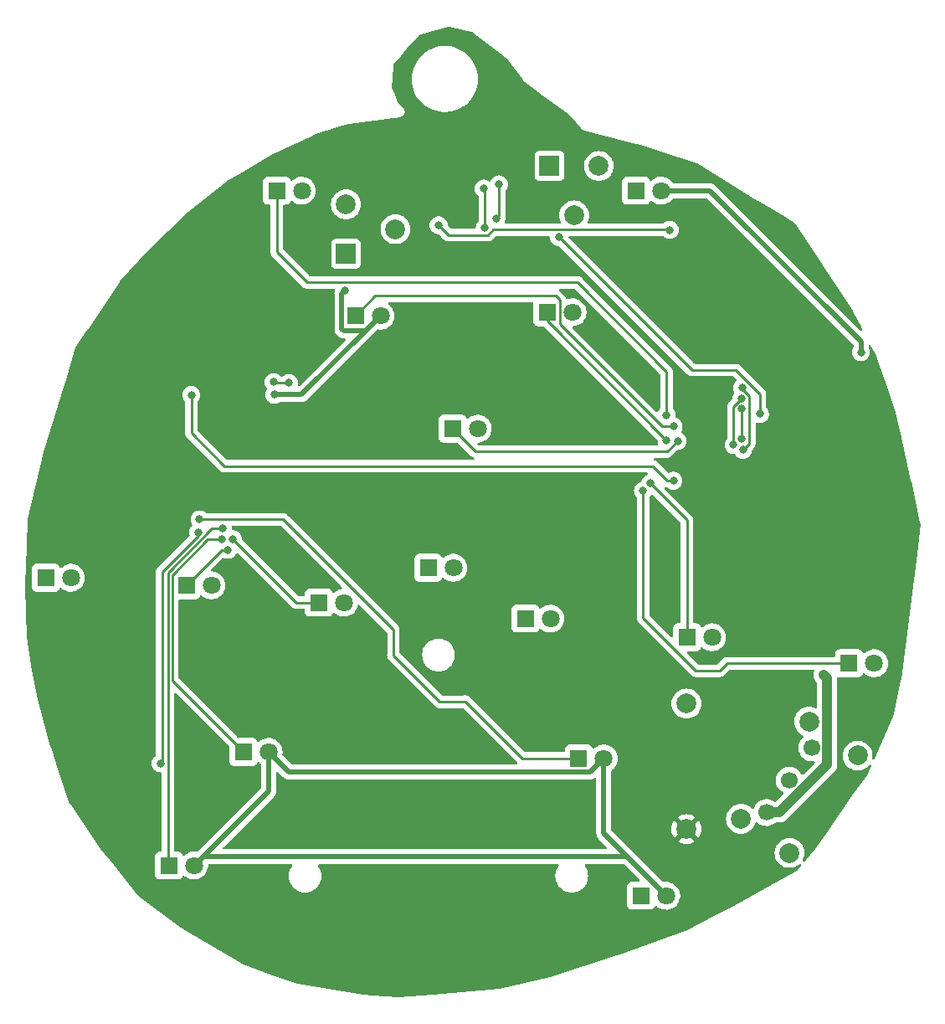
<source format=gtl>
%TF.GenerationSoftware,KiCad,Pcbnew,6.0.9*%
%TF.CreationDate,2022-11-22T22:01:50-08:00*%
%TF.ProjectId,dcpunks31,64637075-6e6b-4733-9331-2e6b69636164,rev?*%
%TF.SameCoordinates,Original*%
%TF.FileFunction,Copper,L1,Top*%
%TF.FilePolarity,Positive*%
%FSLAX46Y46*%
G04 Gerber Fmt 4.6, Leading zero omitted, Abs format (unit mm)*
G04 Created by KiCad (PCBNEW 6.0.9) date 2022-11-22 22:01:50*
%MOMM*%
%LPD*%
G01*
G04 APERTURE LIST*
%TA.AperFunction,ComponentPad*%
%ADD10R,1.800000X1.800000*%
%TD*%
%TA.AperFunction,ComponentPad*%
%ADD11C,1.800000*%
%TD*%
%TA.AperFunction,ComponentPad*%
%ADD12R,2.000000X2.000000*%
%TD*%
%TA.AperFunction,ComponentPad*%
%ADD13C,2.000000*%
%TD*%
%TA.AperFunction,ComponentPad*%
%ADD14C,1.700000*%
%TD*%
%TA.AperFunction,ViaPad*%
%ADD15C,0.800000*%
%TD*%
%TA.AperFunction,Conductor*%
%ADD16C,0.250000*%
%TD*%
%TA.AperFunction,Conductor*%
%ADD17C,0.500000*%
%TD*%
%TA.AperFunction,Conductor*%
%ADD18C,1.000000*%
%TD*%
G04 APERTURE END LIST*
D10*
X113855000Y-102200000D03*
D11*
X116395000Y-102200000D03*
D10*
X119645000Y-119040000D03*
D11*
X122185000Y-119040000D03*
D10*
X138320000Y-100420000D03*
D11*
X140860000Y-100420000D03*
D10*
X140795000Y-86350000D03*
D11*
X143335000Y-86350000D03*
D10*
X153555000Y-119700000D03*
D11*
X156095000Y-119700000D03*
D10*
X112105000Y-130530000D03*
D11*
X114645000Y-130530000D03*
D10*
X99635000Y-101430000D03*
D11*
X102175000Y-101430000D03*
D10*
X127270000Y-103950000D03*
D11*
X129810000Y-103950000D03*
D10*
X164495000Y-107450000D03*
D11*
X167035000Y-107450000D03*
D10*
X159355000Y-62290000D03*
D11*
X161895000Y-62290000D03*
D10*
X148155000Y-105560000D03*
D11*
X150695000Y-105560000D03*
D10*
X130955000Y-74930000D03*
D11*
X133495000Y-74930000D03*
D10*
X150385000Y-74580000D03*
D11*
X152925000Y-74580000D03*
D10*
X159860000Y-133590000D03*
D11*
X162400000Y-133590000D03*
D10*
X180895000Y-110070000D03*
D11*
X183435000Y-110070000D03*
D10*
X123005000Y-62290000D03*
D11*
X125545000Y-62290000D03*
D12*
X130010000Y-68670000D03*
D13*
X135010000Y-66170000D03*
X130010000Y-63670000D03*
X164445000Y-114150000D03*
X164445000Y-126850000D03*
X169960720Y-125807762D03*
X181758549Y-119419396D03*
X174875632Y-129249220D03*
X176843637Y-115977937D03*
D14*
X177130000Y-118620000D03*
X174835694Y-121896608D03*
X172541389Y-125173216D03*
D12*
X150590000Y-59790000D03*
D13*
X153090000Y-64790000D03*
X155590000Y-59790000D03*
D15*
X145210000Y-65120000D03*
X145490000Y-61650000D03*
X122200000Y-111560000D03*
X162290000Y-98700000D03*
X107020000Y-105180000D03*
X114470000Y-126180000D03*
X126680000Y-74970000D03*
X123490000Y-99150000D03*
X130130000Y-86110000D03*
X110170000Y-90470000D03*
X172200000Y-86920000D03*
X160580000Y-125210000D03*
X133710000Y-115950000D03*
X131650000Y-98700000D03*
X126050000Y-78820000D03*
X134690000Y-125160000D03*
X158780000Y-71510000D03*
X150260000Y-84080000D03*
X170420000Y-73570000D03*
X169500000Y-95790000D03*
X156590000Y-101620000D03*
X158960000Y-80560000D03*
X132220000Y-65370000D03*
X137280000Y-85600000D03*
X146080000Y-93130000D03*
X130770000Y-92060000D03*
X182390000Y-98350000D03*
X181110000Y-81740000D03*
X142560000Y-80350000D03*
X136970000Y-70110000D03*
X157540000Y-87010000D03*
X137600000Y-93390000D03*
X115320000Y-119780000D03*
X122670000Y-71540000D03*
X143940000Y-62070000D03*
X144050000Y-66060000D03*
X162437000Y-84980000D03*
X122760000Y-82910000D03*
X129890000Y-72400000D03*
X182100000Y-78630000D03*
X163140000Y-86130000D03*
X163554664Y-87593654D03*
X162437000Y-87514731D03*
X160048130Y-92628130D03*
X160783129Y-91893129D03*
X115200000Y-95540000D03*
X115062861Y-96832861D03*
X111255500Y-120190000D03*
X117535666Y-96465592D03*
X117470000Y-97570000D03*
X118580360Y-97550360D03*
X118065629Y-98605500D03*
X139380000Y-65780000D03*
X162750000Y-66250000D03*
X170055630Y-84355630D03*
X170038406Y-87409402D03*
X169216467Y-87995500D03*
X170010000Y-83340000D03*
X170170000Y-88495500D03*
X170083564Y-82227695D03*
X163136870Y-91616870D03*
X114360000Y-82950000D03*
X124229500Y-81730000D03*
X122700000Y-81650000D03*
X178320000Y-111260000D03*
X171880000Y-84860000D03*
X151560000Y-66980000D03*
D16*
X145210000Y-65120000D02*
X145490000Y-64840000D01*
X145490000Y-64840000D02*
X145490000Y-61650000D01*
X143940000Y-62070000D02*
X144050000Y-62180000D01*
X144050000Y-62180000D02*
X144050000Y-66060000D01*
X162437000Y-84980000D02*
X162437000Y-80587000D01*
X126060000Y-71560000D02*
X123005000Y-68505000D01*
X123005000Y-68505000D02*
X123005000Y-62290000D01*
X153410000Y-71560000D02*
X126060000Y-71560000D01*
X162437000Y-80587000D02*
X153410000Y-71560000D01*
D17*
X158440000Y-129630000D02*
X162400000Y-133590000D01*
X182100000Y-77570000D02*
X182100000Y-78630000D01*
X129767500Y-76462500D02*
X131962500Y-76462500D01*
X129890000Y-72400000D02*
X129595000Y-72695000D01*
X124205000Y-121060000D02*
X154735000Y-121060000D01*
D16*
X122760000Y-82910000D02*
X124088947Y-82910000D01*
D17*
X115545000Y-129630000D02*
X158440000Y-129630000D01*
X132352500Y-76072500D02*
X133495000Y-74930000D01*
D16*
X130270000Y-78290000D02*
X130270000Y-78155000D01*
D17*
X166820000Y-62290000D02*
X182100000Y-77570000D01*
X125515000Y-82910000D02*
X122760000Y-82910000D01*
X161895000Y-62290000D02*
X166820000Y-62290000D01*
X154735000Y-121060000D02*
X156095000Y-119700000D01*
X122185000Y-122990000D02*
X122185000Y-119040000D01*
D16*
X130270000Y-78155000D02*
X133495000Y-74930000D01*
D17*
X156095000Y-127285000D02*
X162400000Y-133590000D01*
X114645000Y-130530000D02*
X115545000Y-129630000D01*
X132352500Y-76072500D02*
X125515000Y-82910000D01*
X131962500Y-76462500D02*
X132352500Y-76072500D01*
X129595000Y-72695000D02*
X129595000Y-76290000D01*
X129595000Y-76290000D02*
X129767500Y-76462500D01*
X114645000Y-130530000D02*
X122185000Y-122990000D01*
X156095000Y-119700000D02*
X156095000Y-127285000D01*
X122185000Y-119040000D02*
X124205000Y-121060000D01*
D16*
X151620000Y-73345000D02*
X151205000Y-72930000D01*
X132955000Y-72930000D02*
X130955000Y-74930000D01*
X163140000Y-86130000D02*
X162000000Y-86130000D01*
X162000000Y-86130000D02*
X151620000Y-75750000D01*
X151620000Y-75750000D02*
X151620000Y-73345000D01*
X151205000Y-72930000D02*
X132955000Y-72930000D01*
X143115000Y-88670000D02*
X140795000Y-86350000D01*
X162478318Y-88670000D02*
X143115000Y-88670000D01*
X163554664Y-87593654D02*
X162478318Y-88670000D01*
X162437000Y-87514731D02*
X150385000Y-75462731D01*
X150385000Y-75462731D02*
X150385000Y-74580000D01*
X167790000Y-110830000D02*
X168550000Y-110070000D01*
X160048130Y-92628130D02*
X160048130Y-105473130D01*
X168550000Y-110070000D02*
X180895000Y-110070000D01*
X160048130Y-105473130D02*
X165405000Y-110830000D01*
X165405000Y-110830000D02*
X167790000Y-110830000D01*
X160783129Y-91893129D02*
X164495000Y-95605000D01*
X164495000Y-95605000D02*
X164495000Y-107450000D01*
X142000000Y-114000000D02*
X142055000Y-113945000D01*
X139500000Y-114000000D02*
X142000000Y-114000000D01*
X115200000Y-95540000D02*
X123650000Y-95540000D01*
X147810000Y-119700000D02*
X153555000Y-119700000D01*
X134805000Y-106695000D02*
X134805000Y-109305000D01*
X134805000Y-109305000D02*
X139500000Y-114000000D01*
X123650000Y-95540000D02*
X134805000Y-106695000D01*
X142055000Y-113945000D02*
X147810000Y-119700000D01*
X115062861Y-97221063D02*
X112126962Y-100156962D01*
X111410000Y-120035500D02*
X111255500Y-120190000D01*
X111410000Y-102650000D02*
X111410000Y-120035500D01*
X115062861Y-96832861D02*
X115062861Y-97221063D01*
X111410000Y-100873924D02*
X111410000Y-102650000D01*
X112126962Y-100156962D02*
X111410000Y-100873924D01*
X111990000Y-130415000D02*
X112105000Y-130530000D01*
X116468870Y-96465592D02*
X111990000Y-100944462D01*
X117535666Y-96465592D02*
X116468870Y-96465592D01*
X111990000Y-100944462D02*
X111990000Y-130415000D01*
X116015000Y-97570000D02*
X112450000Y-101135000D01*
X112450000Y-101135000D02*
X112450000Y-111845000D01*
X112450000Y-111845000D02*
X119645000Y-119040000D01*
X117470000Y-97570000D02*
X116015000Y-97570000D01*
X118580360Y-97550360D02*
X124980000Y-103950000D01*
X124980000Y-103950000D02*
X127270000Y-103950000D01*
X117449500Y-98605500D02*
X113855000Y-102200000D01*
X118065629Y-98605500D02*
X117449500Y-98605500D01*
X144354447Y-66795000D02*
X140395000Y-66795000D01*
X144904447Y-66245000D02*
X144354447Y-66795000D01*
X162750000Y-66250000D02*
X162745000Y-66245000D01*
X140395000Y-66795000D02*
X139380000Y-65780000D01*
X162745000Y-66245000D02*
X144904447Y-66245000D01*
X170055630Y-87392178D02*
X170055630Y-84355630D01*
X170038406Y-87409402D02*
X170055630Y-87392178D01*
X169216467Y-87995500D02*
X169216467Y-84133533D01*
X169216467Y-84133533D02*
X170010000Y-83340000D01*
X170083564Y-82365028D02*
X170083564Y-82227695D01*
X170790630Y-87874870D02*
X170790630Y-83072094D01*
X170790630Y-83072094D02*
X170083564Y-82365028D01*
X170170000Y-88495500D02*
X170790630Y-87874870D01*
X162476870Y-91616870D02*
X161010000Y-90150000D01*
X117690000Y-90150000D02*
X114360000Y-86820000D01*
X161010000Y-90150000D02*
X117690000Y-90150000D01*
X114360000Y-86820000D02*
X114360000Y-82950000D01*
X163136870Y-91616870D02*
X162476870Y-91616870D01*
X122780000Y-81730000D02*
X122700000Y-81650000D01*
X124229500Y-81730000D02*
X122780000Y-81730000D01*
D18*
X178320000Y-111260000D02*
X178680000Y-111620000D01*
X178680000Y-120330000D02*
X173836784Y-125173216D01*
X173836784Y-125173216D02*
X172541389Y-125173216D01*
X178680000Y-111620000D02*
X178680000Y-120330000D01*
D16*
X169460000Y-80430000D02*
X171880000Y-82850000D01*
X171880000Y-82850000D02*
X171880000Y-84860000D01*
X165010000Y-80430000D02*
X169460000Y-80430000D01*
X151560000Y-66980000D02*
X165010000Y-80430000D01*
D17*
X150650000Y-59850000D02*
X150590000Y-59790000D01*
%TA.AperFunction,Conductor*%
G36*
X142706052Y-46216812D02*
G01*
X142754476Y-46239075D01*
X143245756Y-46607948D01*
X145612977Y-48385355D01*
X145613440Y-48385705D01*
X146171510Y-48810902D01*
X146195993Y-48835588D01*
X147810844Y-50991731D01*
X147901704Y-51113047D01*
X147912646Y-51130456D01*
X147922384Y-51149188D01*
X147948620Y-51176577D01*
X147952359Y-51180681D01*
X147954884Y-51184053D01*
X147958043Y-51187214D01*
X147958048Y-51187220D01*
X147975563Y-51204746D01*
X147977426Y-51206651D01*
X147996434Y-51226494D01*
X147996440Y-51226499D01*
X147999802Y-51230009D01*
X148003168Y-51232581D01*
X148007052Y-51236255D01*
X148031773Y-51260992D01*
X148053740Y-51273028D01*
X148069684Y-51283402D01*
X149779989Y-52590151D01*
X149784787Y-52594006D01*
X149787267Y-52596100D01*
X149790733Y-52599519D01*
X149794686Y-52602365D01*
X149815599Y-52617423D01*
X149818472Y-52619554D01*
X149840294Y-52636227D01*
X149844208Y-52638417D01*
X149847953Y-52640878D01*
X149847858Y-52641023D01*
X149852510Y-52643999D01*
X152515650Y-54561458D01*
X152536305Y-54580117D01*
X152723940Y-54791735D01*
X153792408Y-55996775D01*
X153802283Y-56009458D01*
X153820622Y-56036395D01*
X153827549Y-56042096D01*
X153827555Y-56042102D01*
X153873330Y-56079772D01*
X153874715Y-56080928D01*
X153926719Y-56125012D01*
X153930176Y-56126550D01*
X153933092Y-56128950D01*
X153995864Y-56155792D01*
X153997386Y-56156456D01*
X154059797Y-56184227D01*
X154068690Y-56185427D01*
X154068692Y-56185428D01*
X154084555Y-56187569D01*
X154095986Y-56189112D01*
X154110245Y-56191882D01*
X158711093Y-57364796D01*
X160132538Y-57727171D01*
X160141126Y-57729688D01*
X161843506Y-58295077D01*
X165528641Y-59518973D01*
X165555395Y-59531509D01*
X171659023Y-63321666D01*
X171663111Y-63324370D01*
X171666177Y-63326905D01*
X171670364Y-63329393D01*
X171694900Y-63343973D01*
X171697004Y-63345251D01*
X171722768Y-63361250D01*
X171726400Y-63362843D01*
X171730826Y-63365322D01*
X173729961Y-64553289D01*
X175386787Y-65537842D01*
X175394960Y-65542699D01*
X175435770Y-65581636D01*
X181287173Y-74452167D01*
X181293859Y-74463563D01*
X182094933Y-76009494D01*
X182239826Y-76289113D01*
X182253408Y-76358798D01*
X182227159Y-76424764D01*
X182169413Y-76466067D01*
X182098504Y-76469593D01*
X182038859Y-76436178D01*
X167403770Y-61801089D01*
X167391384Y-61786677D01*
X167382851Y-61775082D01*
X167382846Y-61775077D01*
X167378508Y-61769182D01*
X167372930Y-61764443D01*
X167372927Y-61764440D01*
X167338232Y-61734965D01*
X167330716Y-61728035D01*
X167325021Y-61722340D01*
X167318880Y-61717482D01*
X167302749Y-61704719D01*
X167299345Y-61701928D01*
X167249297Y-61659409D01*
X167249295Y-61659408D01*
X167243715Y-61654667D01*
X167237199Y-61651339D01*
X167232150Y-61647972D01*
X167227021Y-61644805D01*
X167221284Y-61640266D01*
X167155125Y-61609345D01*
X167151225Y-61607439D01*
X167086192Y-61574231D01*
X167079084Y-61572492D01*
X167073441Y-61570393D01*
X167067678Y-61568476D01*
X167061050Y-61565378D01*
X166989583Y-61550513D01*
X166985299Y-61549543D01*
X166914390Y-61532192D01*
X166908788Y-61531844D01*
X166908785Y-61531844D01*
X166903236Y-61531500D01*
X166903238Y-61531464D01*
X166899245Y-61531225D01*
X166895053Y-61530851D01*
X166887885Y-61529360D01*
X166821675Y-61531151D01*
X166810479Y-61531454D01*
X166807072Y-61531500D01*
X163150493Y-61531500D01*
X163082372Y-61511498D01*
X163044701Y-61473941D01*
X163031668Y-61453794D01*
X163014764Y-61427665D01*
X162981524Y-61391134D01*
X162929961Y-61334468D01*
X162858887Y-61256358D01*
X162854836Y-61253159D01*
X162854832Y-61253155D01*
X162681177Y-61116011D01*
X162681172Y-61116008D01*
X162677123Y-61112810D01*
X162672607Y-61110317D01*
X162672604Y-61110315D01*
X162478879Y-61003373D01*
X162478875Y-61003371D01*
X162474355Y-61000876D01*
X162469486Y-60999152D01*
X162469482Y-60999150D01*
X162260903Y-60925288D01*
X162260899Y-60925287D01*
X162256028Y-60923562D01*
X162250935Y-60922655D01*
X162250932Y-60922654D01*
X162033095Y-60883851D01*
X162033089Y-60883850D01*
X162028006Y-60882945D01*
X161955096Y-60882054D01*
X161801581Y-60880179D01*
X161801579Y-60880179D01*
X161796411Y-60880116D01*
X161567464Y-60915150D01*
X161347314Y-60987106D01*
X161342726Y-60989494D01*
X161342722Y-60989496D01*
X161146461Y-61091663D01*
X161141872Y-61094052D01*
X161137739Y-61097155D01*
X161137736Y-61097157D01*
X160999156Y-61201206D01*
X160956655Y-61233117D01*
X160946478Y-61243767D01*
X160939170Y-61251414D01*
X160877646Y-61286844D01*
X160806733Y-61283387D01*
X160748947Y-61242141D01*
X160730094Y-61208592D01*
X160708768Y-61151705D01*
X160708767Y-61151703D01*
X160705615Y-61143295D01*
X160618261Y-61026739D01*
X160501705Y-60939385D01*
X160365316Y-60888255D01*
X160303134Y-60881500D01*
X158406866Y-60881500D01*
X158344684Y-60888255D01*
X158208295Y-60939385D01*
X158091739Y-61026739D01*
X158004385Y-61143295D01*
X157953255Y-61279684D01*
X157946500Y-61341866D01*
X157946500Y-63238134D01*
X157953255Y-63300316D01*
X158004385Y-63436705D01*
X158091739Y-63553261D01*
X158208295Y-63640615D01*
X158344684Y-63691745D01*
X158406866Y-63698500D01*
X160303134Y-63698500D01*
X160365316Y-63691745D01*
X160501705Y-63640615D01*
X160618261Y-63553261D01*
X160705615Y-63436705D01*
X160730180Y-63371178D01*
X160772822Y-63314414D01*
X160839383Y-63289714D01*
X160908732Y-63304921D01*
X160928647Y-63318464D01*
X161077158Y-63441760D01*
X161084349Y-63447730D01*
X161284322Y-63564584D01*
X161500694Y-63647209D01*
X161505760Y-63648240D01*
X161505761Y-63648240D01*
X161558846Y-63659040D01*
X161727656Y-63693385D01*
X161857089Y-63698131D01*
X161953949Y-63701683D01*
X161953953Y-63701683D01*
X161959113Y-63701872D01*
X161964233Y-63701216D01*
X161964235Y-63701216D01*
X162038166Y-63691745D01*
X162188847Y-63672442D01*
X162193795Y-63670957D01*
X162193802Y-63670956D01*
X162405747Y-63607369D01*
X162410690Y-63605886D01*
X162415324Y-63603616D01*
X162614049Y-63506262D01*
X162614052Y-63506260D01*
X162618684Y-63503991D01*
X162807243Y-63369494D01*
X162971303Y-63206005D01*
X163046777Y-63100973D01*
X163102770Y-63057326D01*
X163149098Y-63048500D01*
X166453629Y-63048500D01*
X166521750Y-63068502D01*
X166542724Y-63085405D01*
X181304595Y-77847276D01*
X181338621Y-77909588D01*
X181341500Y-77936371D01*
X181341500Y-78093001D01*
X181324619Y-78156000D01*
X181265473Y-78258444D01*
X181206458Y-78440072D01*
X181186496Y-78630000D01*
X181187186Y-78636565D01*
X181205606Y-78811818D01*
X181206458Y-78819928D01*
X181265473Y-79001556D01*
X181360960Y-79166944D01*
X181488747Y-79308866D01*
X181643248Y-79421118D01*
X181649276Y-79423802D01*
X181649278Y-79423803D01*
X181811681Y-79496109D01*
X181817712Y-79498794D01*
X181911113Y-79518647D01*
X181998056Y-79537128D01*
X181998061Y-79537128D01*
X182004513Y-79538500D01*
X182195487Y-79538500D01*
X182201939Y-79537128D01*
X182201944Y-79537128D01*
X182288888Y-79518647D01*
X182382288Y-79498794D01*
X182388319Y-79496109D01*
X182550722Y-79423803D01*
X182550724Y-79423802D01*
X182556752Y-79421118D01*
X182711253Y-79308866D01*
X182839040Y-79166944D01*
X182934527Y-79001556D01*
X182993542Y-78819928D01*
X182994395Y-78811818D01*
X183012814Y-78636565D01*
X183013504Y-78630000D01*
X182993542Y-78440072D01*
X182934527Y-78258444D01*
X182875381Y-78156000D01*
X182858500Y-78093001D01*
X182858500Y-78000066D01*
X182878502Y-77931945D01*
X182932158Y-77885452D01*
X183002432Y-77875348D01*
X183067012Y-77904842D01*
X183096372Y-77942096D01*
X183452832Y-78630000D01*
X183539111Y-78796504D01*
X183545797Y-78811814D01*
X184500971Y-81466635D01*
X185557729Y-84403799D01*
X185562212Y-84419318D01*
X186101335Y-86863791D01*
X187151065Y-91623435D01*
X187154998Y-91641269D01*
X187155136Y-91642029D01*
X187155194Y-91642890D01*
X187155719Y-91645224D01*
X187155724Y-91645253D01*
X187163626Y-91680398D01*
X187163738Y-91680899D01*
X187168657Y-91703201D01*
X187171297Y-91715173D01*
X187171598Y-91715974D01*
X187171795Y-91716729D01*
X188101140Y-95850378D01*
X188103544Y-95890947D01*
X187854945Y-98300449D01*
X187854609Y-98303364D01*
X186159214Y-111668236D01*
X186148151Y-111755449D01*
X186146851Y-111763567D01*
X185474476Y-115232635D01*
X185465971Y-115259714D01*
X185290355Y-115655959D01*
X183498037Y-119700000D01*
X183494625Y-119707698D01*
X183448737Y-119761871D01*
X183380845Y-119782636D01*
X183312504Y-119763399D01*
X183265413Y-119710268D01*
X183253820Y-119646758D01*
X183271326Y-119424326D01*
X183271714Y-119419396D01*
X183253084Y-119182685D01*
X183234600Y-119105691D01*
X183198809Y-118956614D01*
X183197654Y-118951802D01*
X183192973Y-118940500D01*
X183108684Y-118737007D01*
X183108682Y-118737003D01*
X183106789Y-118732433D01*
X183104203Y-118728213D01*
X182985308Y-118534194D01*
X182985304Y-118534188D01*
X182982725Y-118529980D01*
X182828518Y-118349427D01*
X182809943Y-118333562D01*
X182768603Y-118298255D01*
X182647965Y-118195220D01*
X182643757Y-118192641D01*
X182643751Y-118192637D01*
X182449732Y-118073742D01*
X182445512Y-118071156D01*
X182440942Y-118069263D01*
X182440938Y-118069261D01*
X182230716Y-117982185D01*
X182230714Y-117982184D01*
X182226143Y-117980291D01*
X182135760Y-117958592D01*
X182000073Y-117926016D01*
X182000067Y-117926015D01*
X181995260Y-117924861D01*
X181758549Y-117906231D01*
X181521838Y-117924861D01*
X181517031Y-117926015D01*
X181517025Y-117926016D01*
X181381338Y-117958592D01*
X181290955Y-117980291D01*
X181286384Y-117982184D01*
X181286382Y-117982185D01*
X181076160Y-118069261D01*
X181076156Y-118069263D01*
X181071586Y-118071156D01*
X181067366Y-118073742D01*
X180873347Y-118192637D01*
X180873341Y-118192641D01*
X180869133Y-118195220D01*
X180748495Y-118298255D01*
X180707156Y-118333562D01*
X180688580Y-118349427D01*
X180534373Y-118529980D01*
X180531794Y-118534188D01*
X180531790Y-118534194D01*
X180412895Y-118728213D01*
X180410309Y-118732433D01*
X180408416Y-118737003D01*
X180408414Y-118737007D01*
X180324125Y-118940500D01*
X180319444Y-118951802D01*
X180318289Y-118956614D01*
X180282499Y-119105691D01*
X180264014Y-119182685D01*
X180245384Y-119419396D01*
X180264014Y-119656107D01*
X180265168Y-119660914D01*
X180265169Y-119660920D01*
X180294391Y-119782636D01*
X180319444Y-119886990D01*
X180321337Y-119891561D01*
X180321338Y-119891563D01*
X180407053Y-120098498D01*
X180410309Y-120106359D01*
X180412895Y-120110579D01*
X180531790Y-120304598D01*
X180531794Y-120304604D01*
X180534373Y-120308812D01*
X180688580Y-120489365D01*
X180869133Y-120643572D01*
X180873341Y-120646151D01*
X180873347Y-120646155D01*
X181061093Y-120761206D01*
X181071586Y-120767636D01*
X181076156Y-120769529D01*
X181076160Y-120769531D01*
X181286382Y-120856607D01*
X181290955Y-120858501D01*
X181356088Y-120874138D01*
X181517025Y-120912776D01*
X181517031Y-120912777D01*
X181521838Y-120913931D01*
X181758549Y-120932561D01*
X181995260Y-120913931D01*
X182000067Y-120912777D01*
X182000073Y-120912776D01*
X182161010Y-120874138D01*
X182226143Y-120858501D01*
X182230716Y-120856607D01*
X182440938Y-120769531D01*
X182440942Y-120769529D01*
X182445512Y-120767636D01*
X182456005Y-120761206D01*
X182643751Y-120646155D01*
X182643757Y-120646151D01*
X182647965Y-120643572D01*
X182828518Y-120489365D01*
X182831726Y-120485609D01*
X182831731Y-120485604D01*
X182931979Y-120368228D01*
X182991429Y-120329419D01*
X183062424Y-120328911D01*
X183122423Y-120366867D01*
X183152376Y-120431236D01*
X183142983Y-120501112D01*
X182754330Y-121378037D01*
X182739937Y-121402583D01*
X181454507Y-123116490D01*
X181446811Y-123125648D01*
X181445921Y-123126755D01*
X181442594Y-123130297D01*
X181428081Y-123151524D01*
X181424878Y-123155996D01*
X181413980Y-123170525D01*
X181413975Y-123170533D01*
X181411292Y-123174110D01*
X181408837Y-123178590D01*
X181402355Y-123189149D01*
X178577638Y-127320539D01*
X178487679Y-127452112D01*
X178484640Y-127456365D01*
X178292228Y-127714124D01*
X177440917Y-128854560D01*
X177437485Y-128858952D01*
X176522082Y-129978332D01*
X176403015Y-130123930D01*
X176344407Y-130164001D01*
X176273440Y-130166025D01*
X176212643Y-130129360D01*
X176181321Y-130065646D01*
X176189418Y-129995112D01*
X176198044Y-129978332D01*
X176221283Y-129940409D01*
X176221287Y-129940402D01*
X176223872Y-129936183D01*
X176314737Y-129716814D01*
X176361175Y-129523387D01*
X176369012Y-129490744D01*
X176369013Y-129490738D01*
X176370167Y-129485931D01*
X176388797Y-129249220D01*
X176370167Y-129012509D01*
X176340992Y-128890984D01*
X176315892Y-128786438D01*
X176314737Y-128781626D01*
X176292346Y-128727568D01*
X176225767Y-128566831D01*
X176225765Y-128566827D01*
X176223872Y-128562257D01*
X176221286Y-128558037D01*
X176102391Y-128364018D01*
X176102387Y-128364012D01*
X176099808Y-128359804D01*
X175945601Y-128179251D01*
X175765048Y-128025044D01*
X175760840Y-128022465D01*
X175760834Y-128022461D01*
X175566815Y-127903566D01*
X175562595Y-127900980D01*
X175558025Y-127899087D01*
X175558021Y-127899085D01*
X175347799Y-127812009D01*
X175347797Y-127812008D01*
X175343226Y-127810115D01*
X175217305Y-127779884D01*
X175117156Y-127755840D01*
X175117150Y-127755839D01*
X175112343Y-127754685D01*
X174875632Y-127736055D01*
X174638921Y-127754685D01*
X174634114Y-127755839D01*
X174634108Y-127755840D01*
X174533959Y-127779884D01*
X174408038Y-127810115D01*
X174403467Y-127812008D01*
X174403465Y-127812009D01*
X174193243Y-127899085D01*
X174193239Y-127899087D01*
X174188669Y-127900980D01*
X174184449Y-127903566D01*
X173990430Y-128022461D01*
X173990424Y-128022465D01*
X173986216Y-128025044D01*
X173805663Y-128179251D01*
X173651456Y-128359804D01*
X173648877Y-128364012D01*
X173648873Y-128364018D01*
X173529978Y-128558037D01*
X173527392Y-128562257D01*
X173525499Y-128566827D01*
X173525497Y-128566831D01*
X173458918Y-128727568D01*
X173436527Y-128781626D01*
X173435372Y-128786438D01*
X173410273Y-128890984D01*
X173381097Y-129012509D01*
X173362467Y-129249220D01*
X173381097Y-129485931D01*
X173382251Y-129490738D01*
X173382252Y-129490744D01*
X173390089Y-129523387D01*
X173436527Y-129716814D01*
X173527392Y-129936183D01*
X173529978Y-129940403D01*
X173648873Y-130134422D01*
X173648877Y-130134428D01*
X173651456Y-130138636D01*
X173805663Y-130319189D01*
X173986216Y-130473396D01*
X173990424Y-130475975D01*
X173990430Y-130475979D01*
X174184449Y-130594874D01*
X174188669Y-130597460D01*
X174193239Y-130599353D01*
X174193243Y-130599355D01*
X174403465Y-130686431D01*
X174408038Y-130688325D01*
X174488241Y-130707580D01*
X174634108Y-130742600D01*
X174634114Y-130742601D01*
X174638921Y-130743755D01*
X174875632Y-130762385D01*
X175112343Y-130743755D01*
X175117150Y-130742601D01*
X175117156Y-130742600D01*
X175263023Y-130707580D01*
X175343226Y-130688325D01*
X175347799Y-130686431D01*
X175558021Y-130599355D01*
X175558025Y-130599353D01*
X175562595Y-130597460D01*
X175566815Y-130594874D01*
X175760834Y-130475979D01*
X175760840Y-130475975D01*
X175765048Y-130473396D01*
X175768810Y-130470183D01*
X175768814Y-130470180D01*
X175861984Y-130390606D01*
X175926773Y-130361575D01*
X175996974Y-130372180D01*
X176050296Y-130419055D01*
X176069811Y-130487317D01*
X176049323Y-130555293D01*
X176041355Y-130566176D01*
X175897080Y-130742600D01*
X175682081Y-131005506D01*
X175646347Y-131035543D01*
X173331659Y-132338421D01*
X169082676Y-134730064D01*
X169077836Y-134732649D01*
X167273534Y-135646517D01*
X164503359Y-137049593D01*
X164489865Y-137055465D01*
X157458775Y-139637503D01*
X157453170Y-139639411D01*
X150618456Y-141788317D01*
X150610056Y-141790641D01*
X145546846Y-143004628D01*
X145528603Y-143007607D01*
X138811807Y-143602892D01*
X138809161Y-143603099D01*
X135296532Y-143839906D01*
X135280354Y-143839955D01*
X132794192Y-143687600D01*
X131764972Y-143624528D01*
X131751605Y-143622989D01*
X130712993Y-143446796D01*
X125118471Y-142497726D01*
X125097720Y-142492355D01*
X122390234Y-141539359D01*
X119667391Y-140580957D01*
X119645148Y-140570595D01*
X113329078Y-136840167D01*
X113317409Y-136832367D01*
X109008639Y-133590998D01*
X108986318Y-133569421D01*
X106486094Y-130470185D01*
X105212113Y-128890980D01*
X105205965Y-128882686D01*
X105198365Y-128871500D01*
X102089107Y-124295612D01*
X102073977Y-124265195D01*
X101812307Y-123492139D01*
X100694573Y-120190000D01*
X110341996Y-120190000D01*
X110342686Y-120196565D01*
X110354879Y-120312571D01*
X110361958Y-120379928D01*
X110420973Y-120561556D01*
X110424276Y-120567278D01*
X110424277Y-120567279D01*
X110430858Y-120578677D01*
X110516460Y-120726944D01*
X110520878Y-120731851D01*
X110520879Y-120731852D01*
X110628586Y-120851473D01*
X110644247Y-120868866D01*
X110731381Y-120932173D01*
X110789305Y-120974257D01*
X110798748Y-120981118D01*
X110804776Y-120983802D01*
X110804778Y-120983803D01*
X110951897Y-121049304D01*
X110973212Y-121058794D01*
X111062407Y-121077753D01*
X111153556Y-121097128D01*
X111153561Y-121097128D01*
X111160013Y-121098500D01*
X111230500Y-121098500D01*
X111298621Y-121118502D01*
X111345114Y-121172158D01*
X111356500Y-121224500D01*
X111356500Y-128995500D01*
X111336498Y-129063621D01*
X111282842Y-129110114D01*
X111230500Y-129121500D01*
X111156866Y-129121500D01*
X111094684Y-129128255D01*
X110958295Y-129179385D01*
X110841739Y-129266739D01*
X110754385Y-129383295D01*
X110703255Y-129519684D01*
X110696500Y-129581866D01*
X110696500Y-131478134D01*
X110703255Y-131540316D01*
X110754385Y-131676705D01*
X110841739Y-131793261D01*
X110958295Y-131880615D01*
X111094684Y-131931745D01*
X111156866Y-131938500D01*
X113053134Y-131938500D01*
X113115316Y-131931745D01*
X113251705Y-131880615D01*
X113368261Y-131793261D01*
X113455615Y-131676705D01*
X113480180Y-131611178D01*
X113522822Y-131554414D01*
X113589383Y-131529714D01*
X113658732Y-131544921D01*
X113678647Y-131558464D01*
X113743724Y-131612492D01*
X113834349Y-131687730D01*
X114034322Y-131804584D01*
X114039147Y-131806426D01*
X114039148Y-131806427D01*
X114113665Y-131834883D01*
X114250694Y-131887209D01*
X114255760Y-131888240D01*
X114255761Y-131888240D01*
X114308846Y-131899040D01*
X114477656Y-131933385D01*
X114607089Y-131938131D01*
X114703949Y-131941683D01*
X114703953Y-131941683D01*
X114709113Y-131941872D01*
X114714233Y-131941216D01*
X114714235Y-131941216D01*
X114788166Y-131931745D01*
X114938847Y-131912442D01*
X114943795Y-131910957D01*
X114943802Y-131910956D01*
X115155747Y-131847369D01*
X115160690Y-131845886D01*
X115165324Y-131843616D01*
X115364049Y-131746262D01*
X115364052Y-131746260D01*
X115368684Y-131743991D01*
X115557243Y-131609494D01*
X115721303Y-131446005D01*
X115856458Y-131257917D01*
X115959078Y-131050280D01*
X116026408Y-130828671D01*
X116056640Y-130599041D01*
X116058327Y-130530000D01*
X116057902Y-130524834D01*
X116057987Y-130524422D01*
X116057955Y-130523304D01*
X116058219Y-130523296D01*
X116072249Y-130455303D01*
X116121910Y-130404566D01*
X116183477Y-130388500D01*
X124453366Y-130388500D01*
X124521487Y-130408502D01*
X124567980Y-130462158D01*
X124578084Y-130532432D01*
X124549178Y-130596329D01*
X124536369Y-130611327D01*
X124536365Y-130611332D01*
X124533154Y-130615092D01*
X124397165Y-130837005D01*
X124395272Y-130841575D01*
X124395270Y-130841579D01*
X124299459Y-131072887D01*
X124297565Y-131077460D01*
X124236807Y-131330536D01*
X124216387Y-131590000D01*
X124236807Y-131849464D01*
X124237961Y-131854271D01*
X124237962Y-131854277D01*
X124258947Y-131941683D01*
X124297565Y-132102540D01*
X124299458Y-132107111D01*
X124299459Y-132107113D01*
X124393406Y-132333919D01*
X124397165Y-132342995D01*
X124533154Y-132564908D01*
X124702184Y-132762816D01*
X124900092Y-132931846D01*
X125122005Y-133067835D01*
X125126575Y-133069728D01*
X125126579Y-133069730D01*
X125295125Y-133139544D01*
X125362460Y-133167435D01*
X125450111Y-133188478D01*
X125610723Y-133227038D01*
X125610729Y-133227039D01*
X125615536Y-133228193D01*
X125706019Y-133235314D01*
X125807575Y-133243307D01*
X125807584Y-133243307D01*
X125810032Y-133243500D01*
X125939968Y-133243500D01*
X125942416Y-133243307D01*
X125942425Y-133243307D01*
X126043981Y-133235314D01*
X126134464Y-133228193D01*
X126139271Y-133227039D01*
X126139277Y-133227038D01*
X126299889Y-133188478D01*
X126387540Y-133167435D01*
X126454875Y-133139544D01*
X126623421Y-133069730D01*
X126623425Y-133069728D01*
X126627995Y-133067835D01*
X126849908Y-132931846D01*
X127047816Y-132762816D01*
X127216846Y-132564908D01*
X127352835Y-132342995D01*
X127356595Y-132333919D01*
X127450541Y-132107113D01*
X127450542Y-132107111D01*
X127452435Y-132102540D01*
X127491053Y-131941683D01*
X127512038Y-131854277D01*
X127512039Y-131854271D01*
X127513193Y-131849464D01*
X127533613Y-131590000D01*
X127513193Y-131330536D01*
X127452435Y-131077460D01*
X127450541Y-131072887D01*
X127354730Y-130841579D01*
X127354728Y-130841575D01*
X127352835Y-130837005D01*
X127216846Y-130615092D01*
X127213635Y-130611332D01*
X127213631Y-130611327D01*
X127200822Y-130596329D01*
X127171791Y-130531539D01*
X127182398Y-130461339D01*
X127229273Y-130408018D01*
X127296634Y-130388500D01*
X151423366Y-130388500D01*
X151491487Y-130408502D01*
X151537980Y-130462158D01*
X151548084Y-130532432D01*
X151519178Y-130596329D01*
X151506369Y-130611327D01*
X151506365Y-130611332D01*
X151503154Y-130615092D01*
X151367165Y-130837005D01*
X151365272Y-130841575D01*
X151365270Y-130841579D01*
X151269459Y-131072887D01*
X151267565Y-131077460D01*
X151206807Y-131330536D01*
X151186387Y-131590000D01*
X151206807Y-131849464D01*
X151207961Y-131854271D01*
X151207962Y-131854277D01*
X151228947Y-131941683D01*
X151267565Y-132102540D01*
X151269458Y-132107111D01*
X151269459Y-132107113D01*
X151363406Y-132333919D01*
X151367165Y-132342995D01*
X151503154Y-132564908D01*
X151672184Y-132762816D01*
X151870092Y-132931846D01*
X152092005Y-133067835D01*
X152096575Y-133069728D01*
X152096579Y-133069730D01*
X152265125Y-133139544D01*
X152332460Y-133167435D01*
X152420111Y-133188478D01*
X152580723Y-133227038D01*
X152580729Y-133227039D01*
X152585536Y-133228193D01*
X152676019Y-133235314D01*
X152777575Y-133243307D01*
X152777584Y-133243307D01*
X152780032Y-133243500D01*
X152909968Y-133243500D01*
X152912416Y-133243307D01*
X152912425Y-133243307D01*
X153013981Y-133235314D01*
X153104464Y-133228193D01*
X153109271Y-133227039D01*
X153109277Y-133227038D01*
X153269889Y-133188478D01*
X153357540Y-133167435D01*
X153424875Y-133139544D01*
X153593421Y-133069730D01*
X153593425Y-133069728D01*
X153597995Y-133067835D01*
X153819908Y-132931846D01*
X154017816Y-132762816D01*
X154186846Y-132564908D01*
X154322835Y-132342995D01*
X154326595Y-132333919D01*
X154420541Y-132107113D01*
X154420542Y-132107111D01*
X154422435Y-132102540D01*
X154461053Y-131941683D01*
X154482038Y-131854277D01*
X154482039Y-131854271D01*
X154483193Y-131849464D01*
X154503613Y-131590000D01*
X154483193Y-131330536D01*
X154422435Y-131077460D01*
X154420541Y-131072887D01*
X154324730Y-130841579D01*
X154324728Y-130841575D01*
X154322835Y-130837005D01*
X154186846Y-130615092D01*
X154183635Y-130611332D01*
X154183631Y-130611327D01*
X154170822Y-130596329D01*
X154141791Y-130531539D01*
X154152398Y-130461339D01*
X154199273Y-130408018D01*
X154266634Y-130388500D01*
X158073629Y-130388500D01*
X158141750Y-130408502D01*
X158162724Y-130425405D01*
X159703724Y-131966405D01*
X159737750Y-132028717D01*
X159732685Y-132099532D01*
X159690138Y-132156368D01*
X159623618Y-132181179D01*
X159614629Y-132181500D01*
X158911866Y-132181500D01*
X158849684Y-132188255D01*
X158713295Y-132239385D01*
X158596739Y-132326739D01*
X158509385Y-132443295D01*
X158458255Y-132579684D01*
X158451500Y-132641866D01*
X158451500Y-134538134D01*
X158458255Y-134600316D01*
X158509385Y-134736705D01*
X158596739Y-134853261D01*
X158713295Y-134940615D01*
X158849684Y-134991745D01*
X158911866Y-134998500D01*
X160808134Y-134998500D01*
X160870316Y-134991745D01*
X161006705Y-134940615D01*
X161123261Y-134853261D01*
X161210615Y-134736705D01*
X161235180Y-134671178D01*
X161277822Y-134614414D01*
X161344383Y-134589714D01*
X161413732Y-134604921D01*
X161433647Y-134618464D01*
X161498724Y-134672492D01*
X161589349Y-134747730D01*
X161789322Y-134864584D01*
X162005694Y-134947209D01*
X162010760Y-134948240D01*
X162010761Y-134948240D01*
X162063846Y-134959040D01*
X162232656Y-134993385D01*
X162362089Y-134998131D01*
X162458949Y-135001683D01*
X162458953Y-135001683D01*
X162464113Y-135001872D01*
X162469233Y-135001216D01*
X162469235Y-135001216D01*
X162543166Y-134991745D01*
X162693847Y-134972442D01*
X162698795Y-134970957D01*
X162698802Y-134970956D01*
X162910747Y-134907369D01*
X162915690Y-134905886D01*
X162996236Y-134866427D01*
X163119049Y-134806262D01*
X163119052Y-134806260D01*
X163123684Y-134803991D01*
X163312243Y-134669494D01*
X163476303Y-134506005D01*
X163611458Y-134317917D01*
X163654407Y-134231017D01*
X163711784Y-134114922D01*
X163711785Y-134114920D01*
X163714078Y-134110280D01*
X163781408Y-133888671D01*
X163811640Y-133659041D01*
X163813327Y-133590000D01*
X163807032Y-133513434D01*
X163794773Y-133364318D01*
X163794772Y-133364312D01*
X163794349Y-133359167D01*
X163746480Y-133168590D01*
X163739184Y-133139544D01*
X163739183Y-133139540D01*
X163737925Y-133134533D01*
X163708924Y-133067835D01*
X163647630Y-132926868D01*
X163647628Y-132926865D01*
X163645570Y-132922131D01*
X163519764Y-132727665D01*
X163363887Y-132556358D01*
X163359836Y-132553159D01*
X163359832Y-132553155D01*
X163186177Y-132416011D01*
X163186172Y-132416008D01*
X163182123Y-132412810D01*
X163177607Y-132410317D01*
X163177604Y-132410315D01*
X162983879Y-132303373D01*
X162983875Y-132303371D01*
X162979355Y-132300876D01*
X162974486Y-132299152D01*
X162974482Y-132299150D01*
X162765903Y-132225288D01*
X162765899Y-132225287D01*
X162761028Y-132223562D01*
X162755935Y-132222655D01*
X162755932Y-132222654D01*
X162538095Y-132183851D01*
X162538089Y-132183850D01*
X162533006Y-132182945D01*
X162460096Y-132182054D01*
X162306581Y-132180179D01*
X162306579Y-132180179D01*
X162301411Y-132180116D01*
X162157515Y-132202135D01*
X162087152Y-132192667D01*
X162049361Y-132166680D01*
X159023770Y-129141089D01*
X159011384Y-129126677D01*
X159002851Y-129115082D01*
X159002846Y-129115077D01*
X158998508Y-129109182D01*
X158992930Y-129104443D01*
X158992927Y-129104440D01*
X158958232Y-129074965D01*
X158950716Y-129068035D01*
X157965351Y-128082670D01*
X163577160Y-128082670D01*
X163582887Y-128090320D01*
X163754042Y-128195205D01*
X163762837Y-128199687D01*
X163972988Y-128286734D01*
X163982373Y-128289783D01*
X164203554Y-128342885D01*
X164213301Y-128344428D01*
X164440070Y-128362275D01*
X164449930Y-128362275D01*
X164676699Y-128344428D01*
X164686446Y-128342885D01*
X164907627Y-128289783D01*
X164917012Y-128286734D01*
X165127163Y-128199687D01*
X165135958Y-128195205D01*
X165303445Y-128092568D01*
X165312907Y-128082110D01*
X165309124Y-128073334D01*
X164457812Y-127222022D01*
X164443868Y-127214408D01*
X164442035Y-127214539D01*
X164435420Y-127218790D01*
X163583920Y-128070290D01*
X163577160Y-128082670D01*
X157965351Y-128082670D01*
X156890405Y-127007724D01*
X156856379Y-126945412D01*
X156853500Y-126918629D01*
X156853500Y-126854930D01*
X162932725Y-126854930D01*
X162950572Y-127081699D01*
X162952115Y-127091446D01*
X163005217Y-127312627D01*
X163008266Y-127322012D01*
X163095313Y-127532163D01*
X163099795Y-127540958D01*
X163202432Y-127708445D01*
X163212890Y-127717907D01*
X163221666Y-127714124D01*
X164072978Y-126862812D01*
X164079356Y-126851132D01*
X164809408Y-126851132D01*
X164809539Y-126852965D01*
X164813790Y-126859580D01*
X165665290Y-127711080D01*
X165677670Y-127717840D01*
X165685320Y-127712113D01*
X165790205Y-127540958D01*
X165794687Y-127532163D01*
X165881734Y-127322012D01*
X165884783Y-127312627D01*
X165937885Y-127091446D01*
X165939428Y-127081699D01*
X165957275Y-126854930D01*
X165957275Y-126845070D01*
X165939428Y-126618301D01*
X165937885Y-126608554D01*
X165884783Y-126387373D01*
X165881734Y-126377988D01*
X165794687Y-126167837D01*
X165790205Y-126159042D01*
X165687568Y-125991555D01*
X165677110Y-125982093D01*
X165668334Y-125985876D01*
X164817022Y-126837188D01*
X164809408Y-126851132D01*
X164079356Y-126851132D01*
X164080592Y-126848868D01*
X164080461Y-126847035D01*
X164076210Y-126840420D01*
X163224710Y-125988920D01*
X163212330Y-125982160D01*
X163204680Y-125987887D01*
X163099795Y-126159042D01*
X163095313Y-126167837D01*
X163008266Y-126377988D01*
X163005217Y-126387373D01*
X162952115Y-126608554D01*
X162950572Y-126618301D01*
X162932725Y-126845070D01*
X162932725Y-126854930D01*
X156853500Y-126854930D01*
X156853500Y-125617890D01*
X163577093Y-125617890D01*
X163580876Y-125626666D01*
X164432188Y-126477978D01*
X164446132Y-126485592D01*
X164447965Y-126485461D01*
X164454580Y-126481210D01*
X165306080Y-125629710D01*
X165312840Y-125617330D01*
X165307113Y-125609680D01*
X165135958Y-125504795D01*
X165127163Y-125500313D01*
X164917012Y-125413266D01*
X164907627Y-125410217D01*
X164686446Y-125357115D01*
X164676699Y-125355572D01*
X164449930Y-125337725D01*
X164440070Y-125337725D01*
X164213301Y-125355572D01*
X164203554Y-125357115D01*
X163982373Y-125410217D01*
X163972988Y-125413266D01*
X163762837Y-125500313D01*
X163754042Y-125504795D01*
X163586555Y-125607432D01*
X163577093Y-125617890D01*
X156853500Y-125617890D01*
X156853500Y-120954052D01*
X156873502Y-120885931D01*
X156906332Y-120851473D01*
X157003039Y-120782493D01*
X157003042Y-120782491D01*
X157007243Y-120779494D01*
X157171303Y-120616005D01*
X157306458Y-120427917D01*
X157329023Y-120382261D01*
X157406784Y-120224922D01*
X157406785Y-120224920D01*
X157409078Y-120220280D01*
X157476408Y-119998671D01*
X157506640Y-119769041D01*
X157508327Y-119700000D01*
X157493203Y-119516045D01*
X157489773Y-119474318D01*
X157489772Y-119474312D01*
X157489349Y-119469167D01*
X157432925Y-119244533D01*
X157403940Y-119177872D01*
X157342630Y-119036868D01*
X157342628Y-119036865D01*
X157340570Y-119032131D01*
X157214764Y-118837665D01*
X157194607Y-118815512D01*
X157119010Y-118732433D01*
X157058887Y-118666358D01*
X157054836Y-118663159D01*
X157054832Y-118663155D01*
X156881177Y-118526011D01*
X156881172Y-118526008D01*
X156877123Y-118522810D01*
X156872607Y-118520317D01*
X156872604Y-118520315D01*
X156678879Y-118413373D01*
X156678875Y-118413371D01*
X156674355Y-118410876D01*
X156669486Y-118409152D01*
X156669482Y-118409150D01*
X156460903Y-118335288D01*
X156460899Y-118335287D01*
X156456028Y-118333562D01*
X156450935Y-118332655D01*
X156450932Y-118332654D01*
X156233095Y-118293851D01*
X156233089Y-118293850D01*
X156228006Y-118292945D01*
X156155096Y-118292054D01*
X156001581Y-118290179D01*
X156001579Y-118290179D01*
X155996411Y-118290116D01*
X155767464Y-118325150D01*
X155547314Y-118397106D01*
X155542726Y-118399494D01*
X155542722Y-118399496D01*
X155367907Y-118490499D01*
X155341872Y-118504052D01*
X155337739Y-118507155D01*
X155337736Y-118507157D01*
X155189319Y-118618592D01*
X155156655Y-118643117D01*
X155139170Y-118661414D01*
X155077646Y-118696844D01*
X155006733Y-118693387D01*
X154948947Y-118652141D01*
X154930094Y-118618592D01*
X154908768Y-118561705D01*
X154908767Y-118561703D01*
X154905615Y-118553295D01*
X154818261Y-118436739D01*
X154701705Y-118349385D01*
X154565316Y-118298255D01*
X154503134Y-118291500D01*
X152606866Y-118291500D01*
X152544684Y-118298255D01*
X152408295Y-118349385D01*
X152291739Y-118436739D01*
X152204385Y-118553295D01*
X152153255Y-118689684D01*
X152146500Y-118751866D01*
X152146500Y-118940500D01*
X152126498Y-119008621D01*
X152072842Y-119055114D01*
X152020500Y-119066500D01*
X148124594Y-119066500D01*
X148056473Y-119046498D01*
X148035499Y-119029595D01*
X143155905Y-114150000D01*
X162931835Y-114150000D01*
X162950465Y-114386711D01*
X162951619Y-114391518D01*
X162951620Y-114391524D01*
X162983988Y-114526346D01*
X163005895Y-114617594D01*
X163007788Y-114622165D01*
X163007789Y-114622167D01*
X163014439Y-114638220D01*
X163096760Y-114836963D01*
X163099346Y-114841183D01*
X163218241Y-115035202D01*
X163218245Y-115035208D01*
X163220824Y-115039416D01*
X163375031Y-115219969D01*
X163555584Y-115374176D01*
X163559792Y-115376755D01*
X163559798Y-115376759D01*
X163673145Y-115446218D01*
X163758037Y-115498240D01*
X163762607Y-115500133D01*
X163762611Y-115500135D01*
X163972833Y-115587211D01*
X163977406Y-115589105D01*
X164057609Y-115608360D01*
X164203476Y-115643380D01*
X164203482Y-115643381D01*
X164208289Y-115644535D01*
X164445000Y-115663165D01*
X164681711Y-115644535D01*
X164686518Y-115643381D01*
X164686524Y-115643380D01*
X164832391Y-115608360D01*
X164912594Y-115589105D01*
X164917167Y-115587211D01*
X165127389Y-115500135D01*
X165127393Y-115500133D01*
X165131963Y-115498240D01*
X165216855Y-115446218D01*
X165330202Y-115376759D01*
X165330208Y-115376755D01*
X165334416Y-115374176D01*
X165514969Y-115219969D01*
X165669176Y-115039416D01*
X165671755Y-115035208D01*
X165671759Y-115035202D01*
X165790654Y-114841183D01*
X165793240Y-114836963D01*
X165875562Y-114638220D01*
X165882211Y-114622167D01*
X165882212Y-114622165D01*
X165884105Y-114617594D01*
X165906012Y-114526346D01*
X165938380Y-114391524D01*
X165938381Y-114391518D01*
X165939535Y-114386711D01*
X165958165Y-114150000D01*
X165939535Y-113913289D01*
X165884105Y-113682406D01*
X165828356Y-113547815D01*
X165795135Y-113467611D01*
X165795133Y-113467607D01*
X165793240Y-113463037D01*
X165751783Y-113395386D01*
X165671759Y-113264798D01*
X165671755Y-113264792D01*
X165669176Y-113260584D01*
X165514969Y-113080031D01*
X165334416Y-112925824D01*
X165330208Y-112923245D01*
X165330202Y-112923241D01*
X165136183Y-112804346D01*
X165131963Y-112801760D01*
X165127393Y-112799867D01*
X165127389Y-112799865D01*
X164917167Y-112712789D01*
X164917165Y-112712788D01*
X164912594Y-112710895D01*
X164832391Y-112691640D01*
X164686524Y-112656620D01*
X164686518Y-112656619D01*
X164681711Y-112655465D01*
X164445000Y-112636835D01*
X164208289Y-112655465D01*
X164203482Y-112656619D01*
X164203476Y-112656620D01*
X164057609Y-112691640D01*
X163977406Y-112710895D01*
X163972835Y-112712788D01*
X163972833Y-112712789D01*
X163762611Y-112799865D01*
X163762607Y-112799867D01*
X163758037Y-112801760D01*
X163753817Y-112804346D01*
X163559798Y-112923241D01*
X163559792Y-112923245D01*
X163555584Y-112925824D01*
X163375031Y-113080031D01*
X163220824Y-113260584D01*
X163218245Y-113264792D01*
X163218241Y-113264798D01*
X163138217Y-113395386D01*
X163096760Y-113463037D01*
X163094867Y-113467607D01*
X163094865Y-113467611D01*
X163061644Y-113547815D01*
X163005895Y-113682406D01*
X162950465Y-113913289D01*
X162931835Y-114150000D01*
X143155905Y-114150000D01*
X142553720Y-113547815D01*
X142538604Y-113529545D01*
X142538425Y-113529282D01*
X142533972Y-113522729D01*
X142528031Y-113517491D01*
X142528029Y-113517489D01*
X142491834Y-113485579D01*
X142486065Y-113480160D01*
X142474770Y-113468865D01*
X142462131Y-113459062D01*
X142456056Y-113454037D01*
X142413910Y-113416879D01*
X142406845Y-113413279D01*
X142406561Y-113413134D01*
X142386549Y-113400434D01*
X142386302Y-113400242D01*
X142386301Y-113400241D01*
X142380041Y-113395386D01*
X142328488Y-113373077D01*
X142321372Y-113369729D01*
X142271296Y-113344214D01*
X142263248Y-113342415D01*
X142240707Y-113335091D01*
X142233145Y-113331819D01*
X142177691Y-113323036D01*
X142169918Y-113321553D01*
X142147482Y-113316538D01*
X142115092Y-113309298D01*
X142106857Y-113309557D01*
X142083186Y-113308067D01*
X142082890Y-113308020D01*
X142082885Y-113308020D01*
X142075057Y-113306780D01*
X142067165Y-113307526D01*
X142019153Y-113312064D01*
X142011255Y-113312561D01*
X141977985Y-113313607D01*
X141955111Y-113314326D01*
X141947202Y-113316624D01*
X141923904Y-113321068D01*
X141923627Y-113321094D01*
X141915708Y-113321843D01*
X141862864Y-113340868D01*
X141855339Y-113343313D01*
X141801407Y-113358982D01*
X141801143Y-113358072D01*
X141760442Y-113366500D01*
X139814594Y-113366500D01*
X139746473Y-113346498D01*
X139725499Y-113329595D01*
X135635905Y-109240000D01*
X137706387Y-109240000D01*
X137726807Y-109499464D01*
X137727961Y-109504271D01*
X137727962Y-109504277D01*
X137760209Y-109638593D01*
X137787565Y-109752540D01*
X137789458Y-109757111D01*
X137789459Y-109757113D01*
X137821372Y-109834156D01*
X137887165Y-109992995D01*
X138023154Y-110214908D01*
X138192184Y-110412816D01*
X138390092Y-110581846D01*
X138612005Y-110717835D01*
X138616575Y-110719728D01*
X138616579Y-110719730D01*
X138847887Y-110815541D01*
X138852460Y-110817435D01*
X138940111Y-110838478D01*
X139100723Y-110877038D01*
X139100729Y-110877039D01*
X139105536Y-110878193D01*
X139196019Y-110885314D01*
X139297575Y-110893307D01*
X139297584Y-110893307D01*
X139300032Y-110893500D01*
X139429968Y-110893500D01*
X139432416Y-110893307D01*
X139432425Y-110893307D01*
X139533981Y-110885314D01*
X139624464Y-110878193D01*
X139629271Y-110877039D01*
X139629277Y-110877038D01*
X139789889Y-110838478D01*
X139877540Y-110817435D01*
X139882113Y-110815541D01*
X140113421Y-110719730D01*
X140113425Y-110719728D01*
X140117995Y-110717835D01*
X140339908Y-110581846D01*
X140537816Y-110412816D01*
X140706846Y-110214908D01*
X140842835Y-109992995D01*
X140908629Y-109834156D01*
X140940541Y-109757113D01*
X140940542Y-109757111D01*
X140942435Y-109752540D01*
X140969791Y-109638593D01*
X141002038Y-109504277D01*
X141002039Y-109504271D01*
X141003193Y-109499464D01*
X141023613Y-109240000D01*
X141003193Y-108980536D01*
X140991470Y-108931703D01*
X140963192Y-108813919D01*
X140942435Y-108727460D01*
X140939090Y-108719385D01*
X140844730Y-108491579D01*
X140844728Y-108491575D01*
X140842835Y-108487005D01*
X140706846Y-108265092D01*
X140537816Y-108067184D01*
X140339908Y-107898154D01*
X140117995Y-107762165D01*
X140113425Y-107760272D01*
X140113421Y-107760270D01*
X139882113Y-107664459D01*
X139882111Y-107664458D01*
X139877540Y-107662565D01*
X139789889Y-107641522D01*
X139629277Y-107602962D01*
X139629271Y-107602961D01*
X139624464Y-107601807D01*
X139533981Y-107594686D01*
X139432425Y-107586693D01*
X139432416Y-107586693D01*
X139429968Y-107586500D01*
X139300032Y-107586500D01*
X139297584Y-107586693D01*
X139297575Y-107586693D01*
X139196019Y-107594686D01*
X139105536Y-107601807D01*
X139100729Y-107602961D01*
X139100723Y-107602962D01*
X138940111Y-107641522D01*
X138852460Y-107662565D01*
X138847889Y-107664458D01*
X138847887Y-107664459D01*
X138616579Y-107760270D01*
X138616575Y-107760272D01*
X138612005Y-107762165D01*
X138390092Y-107898154D01*
X138192184Y-108067184D01*
X138023154Y-108265092D01*
X137887165Y-108487005D01*
X137885272Y-108491575D01*
X137885270Y-108491579D01*
X137790910Y-108719385D01*
X137787565Y-108727460D01*
X137766808Y-108813919D01*
X137738531Y-108931703D01*
X137726807Y-108980536D01*
X137706387Y-109240000D01*
X135635905Y-109240000D01*
X135475405Y-109079500D01*
X135441379Y-109017188D01*
X135438500Y-108990405D01*
X135438500Y-106773767D01*
X135439027Y-106762584D01*
X135440702Y-106755091D01*
X135438562Y-106687014D01*
X135438500Y-106683055D01*
X135438500Y-106655144D01*
X135437995Y-106651144D01*
X135437062Y-106639301D01*
X135435922Y-106603029D01*
X135435673Y-106595110D01*
X135430022Y-106575658D01*
X135426014Y-106556306D01*
X135424467Y-106544063D01*
X135423474Y-106536203D01*
X135412361Y-106508134D01*
X146746500Y-106508134D01*
X146753255Y-106570316D01*
X146804385Y-106706705D01*
X146891739Y-106823261D01*
X147008295Y-106910615D01*
X147144684Y-106961745D01*
X147206866Y-106968500D01*
X149103134Y-106968500D01*
X149165316Y-106961745D01*
X149301705Y-106910615D01*
X149418261Y-106823261D01*
X149505615Y-106706705D01*
X149530180Y-106641178D01*
X149572822Y-106584414D01*
X149639383Y-106559714D01*
X149708732Y-106574921D01*
X149728647Y-106588464D01*
X149793724Y-106642492D01*
X149884349Y-106717730D01*
X150084322Y-106834584D01*
X150300694Y-106917209D01*
X150305760Y-106918240D01*
X150305761Y-106918240D01*
X150358846Y-106929040D01*
X150527656Y-106963385D01*
X150657089Y-106968131D01*
X150753949Y-106971683D01*
X150753953Y-106971683D01*
X150759113Y-106971872D01*
X150764233Y-106971216D01*
X150764235Y-106971216D01*
X150838166Y-106961745D01*
X150988847Y-106942442D01*
X150993795Y-106940957D01*
X150993802Y-106940956D01*
X151205747Y-106877369D01*
X151210690Y-106875886D01*
X151291236Y-106836427D01*
X151414049Y-106776262D01*
X151414052Y-106776260D01*
X151418684Y-106773991D01*
X151607243Y-106639494D01*
X151771303Y-106476005D01*
X151906458Y-106287917D01*
X151912343Y-106276011D01*
X152006784Y-106084922D01*
X152006785Y-106084920D01*
X152009078Y-106080280D01*
X152076408Y-105858671D01*
X152106640Y-105629041D01*
X152108009Y-105573019D01*
X152108245Y-105563365D01*
X152108245Y-105563361D01*
X152108327Y-105560000D01*
X152092038Y-105361872D01*
X152089773Y-105334318D01*
X152089772Y-105334312D01*
X152089349Y-105329167D01*
X152047107Y-105160993D01*
X152034184Y-105109544D01*
X152034183Y-105109540D01*
X152032925Y-105104533D01*
X152030866Y-105099797D01*
X151942630Y-104896868D01*
X151942628Y-104896865D01*
X151940570Y-104892131D01*
X151814764Y-104697665D01*
X151658887Y-104526358D01*
X151654836Y-104523159D01*
X151654832Y-104523155D01*
X151481177Y-104386011D01*
X151481172Y-104386008D01*
X151477123Y-104382810D01*
X151472607Y-104380317D01*
X151472604Y-104380315D01*
X151278879Y-104273373D01*
X151278875Y-104273371D01*
X151274355Y-104270876D01*
X151269486Y-104269152D01*
X151269482Y-104269150D01*
X151060903Y-104195288D01*
X151060899Y-104195287D01*
X151056028Y-104193562D01*
X151050935Y-104192655D01*
X151050932Y-104192654D01*
X150833095Y-104153851D01*
X150833089Y-104153850D01*
X150828006Y-104152945D01*
X150755096Y-104152054D01*
X150601581Y-104150179D01*
X150601579Y-104150179D01*
X150596411Y-104150116D01*
X150367464Y-104185150D01*
X150147314Y-104257106D01*
X150142726Y-104259494D01*
X150142722Y-104259496D01*
X149955384Y-104357018D01*
X149941872Y-104364052D01*
X149937739Y-104367155D01*
X149937736Y-104367157D01*
X149760790Y-104500012D01*
X149756655Y-104503117D01*
X149743229Y-104517167D01*
X149739170Y-104521414D01*
X149677646Y-104556844D01*
X149606733Y-104553387D01*
X149548947Y-104512141D01*
X149530094Y-104478592D01*
X149508768Y-104421705D01*
X149508767Y-104421703D01*
X149505615Y-104413295D01*
X149418261Y-104296739D01*
X149301705Y-104209385D01*
X149165316Y-104158255D01*
X149103134Y-104151500D01*
X147206866Y-104151500D01*
X147144684Y-104158255D01*
X147008295Y-104209385D01*
X146891739Y-104296739D01*
X146804385Y-104413295D01*
X146753255Y-104549684D01*
X146746500Y-104611866D01*
X146746500Y-106508134D01*
X135412361Y-106508134D01*
X135407200Y-106495097D01*
X135403355Y-106483870D01*
X135401070Y-106476005D01*
X135391018Y-106441407D01*
X135386984Y-106434585D01*
X135386981Y-106434579D01*
X135380706Y-106423968D01*
X135372010Y-106406218D01*
X135367472Y-106394756D01*
X135367469Y-106394751D01*
X135364552Y-106387383D01*
X135338573Y-106351625D01*
X135332057Y-106341707D01*
X135313575Y-106310457D01*
X135309542Y-106303637D01*
X135295218Y-106289313D01*
X135282376Y-106274278D01*
X135270472Y-106257893D01*
X135236406Y-106229711D01*
X135227627Y-106221722D01*
X130374039Y-101368134D01*
X136911500Y-101368134D01*
X136918255Y-101430316D01*
X136969385Y-101566705D01*
X137056739Y-101683261D01*
X137173295Y-101770615D01*
X137309684Y-101821745D01*
X137371866Y-101828500D01*
X139268134Y-101828500D01*
X139330316Y-101821745D01*
X139466705Y-101770615D01*
X139583261Y-101683261D01*
X139670615Y-101566705D01*
X139695180Y-101501178D01*
X139737822Y-101444414D01*
X139804383Y-101419714D01*
X139873732Y-101434921D01*
X139893647Y-101448464D01*
X139994425Y-101532131D01*
X140049349Y-101577730D01*
X140249322Y-101694584D01*
X140465694Y-101777209D01*
X140470760Y-101778240D01*
X140470761Y-101778240D01*
X140523846Y-101789040D01*
X140692656Y-101823385D01*
X140822089Y-101828131D01*
X140918949Y-101831683D01*
X140918953Y-101831683D01*
X140924113Y-101831872D01*
X140929233Y-101831216D01*
X140929235Y-101831216D01*
X141003166Y-101821745D01*
X141153847Y-101802442D01*
X141158795Y-101800957D01*
X141158802Y-101800956D01*
X141370747Y-101737369D01*
X141375690Y-101735886D01*
X141390418Y-101728671D01*
X141579049Y-101636262D01*
X141579052Y-101636260D01*
X141583684Y-101633991D01*
X141772243Y-101499494D01*
X141936303Y-101336005D01*
X142071458Y-101147917D01*
X142131708Y-101026011D01*
X142171784Y-100944922D01*
X142171785Y-100944920D01*
X142174078Y-100940280D01*
X142241408Y-100718671D01*
X142271640Y-100489041D01*
X142272416Y-100457280D01*
X142273245Y-100423365D01*
X142273245Y-100423361D01*
X142273327Y-100420000D01*
X142259845Y-100256011D01*
X142254773Y-100194318D01*
X142254772Y-100194312D01*
X142254349Y-100189167D01*
X142211902Y-100020179D01*
X142199184Y-99969544D01*
X142199183Y-99969540D01*
X142197925Y-99964533D01*
X142105570Y-99752131D01*
X141979764Y-99557665D01*
X141823887Y-99386358D01*
X141819836Y-99383159D01*
X141819832Y-99383155D01*
X141646177Y-99246011D01*
X141646172Y-99246008D01*
X141642123Y-99242810D01*
X141637607Y-99240317D01*
X141637604Y-99240315D01*
X141443879Y-99133373D01*
X141443875Y-99133371D01*
X141439355Y-99130876D01*
X141434486Y-99129152D01*
X141434482Y-99129150D01*
X141225903Y-99055288D01*
X141225899Y-99055287D01*
X141221028Y-99053562D01*
X141215935Y-99052655D01*
X141215932Y-99052654D01*
X140998095Y-99013851D01*
X140998089Y-99013850D01*
X140993006Y-99012945D01*
X140920096Y-99012054D01*
X140766581Y-99010179D01*
X140766579Y-99010179D01*
X140761411Y-99010116D01*
X140532464Y-99045150D01*
X140312314Y-99117106D01*
X140307726Y-99119494D01*
X140307722Y-99119496D01*
X140111461Y-99221663D01*
X140106872Y-99224052D01*
X140102739Y-99227155D01*
X140102736Y-99227157D01*
X139954319Y-99338592D01*
X139921655Y-99363117D01*
X139911593Y-99373646D01*
X139904170Y-99381414D01*
X139842646Y-99416844D01*
X139771733Y-99413387D01*
X139713947Y-99372141D01*
X139695094Y-99338592D01*
X139673768Y-99281705D01*
X139673767Y-99281703D01*
X139670615Y-99273295D01*
X139583261Y-99156739D01*
X139466705Y-99069385D01*
X139330316Y-99018255D01*
X139268134Y-99011500D01*
X137371866Y-99011500D01*
X137309684Y-99018255D01*
X137173295Y-99069385D01*
X137056739Y-99156739D01*
X136969385Y-99273295D01*
X136918255Y-99409684D01*
X136911500Y-99471866D01*
X136911500Y-101368134D01*
X130374039Y-101368134D01*
X124153652Y-95147747D01*
X124146112Y-95139461D01*
X124142000Y-95132982D01*
X124092348Y-95086356D01*
X124089507Y-95083602D01*
X124069770Y-95063865D01*
X124066573Y-95061385D01*
X124057551Y-95053680D01*
X124031100Y-95028841D01*
X124025321Y-95023414D01*
X124018375Y-95019595D01*
X124018372Y-95019593D01*
X124007566Y-95013652D01*
X123991047Y-95002801D01*
X123985048Y-94998148D01*
X123975041Y-94990386D01*
X123967772Y-94987241D01*
X123967768Y-94987238D01*
X123934463Y-94972826D01*
X123923813Y-94967609D01*
X123885060Y-94946305D01*
X123865437Y-94941267D01*
X123846734Y-94934863D01*
X123835420Y-94929967D01*
X123835419Y-94929967D01*
X123828145Y-94926819D01*
X123820322Y-94925580D01*
X123820312Y-94925577D01*
X123784476Y-94919901D01*
X123772856Y-94917495D01*
X123737711Y-94908472D01*
X123737710Y-94908472D01*
X123730030Y-94906500D01*
X123709776Y-94906500D01*
X123690065Y-94904949D01*
X123677886Y-94903020D01*
X123670057Y-94901780D01*
X123662165Y-94902526D01*
X123626039Y-94905941D01*
X123614181Y-94906500D01*
X115908200Y-94906500D01*
X115840079Y-94886498D01*
X115820853Y-94870157D01*
X115820580Y-94870460D01*
X115815668Y-94866037D01*
X115811253Y-94861134D01*
X115656752Y-94748882D01*
X115650724Y-94746198D01*
X115650722Y-94746197D01*
X115488319Y-94673891D01*
X115488318Y-94673891D01*
X115482288Y-94671206D01*
X115388887Y-94651353D01*
X115301944Y-94632872D01*
X115301939Y-94632872D01*
X115295487Y-94631500D01*
X115104513Y-94631500D01*
X115098061Y-94632872D01*
X115098056Y-94632872D01*
X115011113Y-94651353D01*
X114917712Y-94671206D01*
X114911682Y-94673891D01*
X114911681Y-94673891D01*
X114749278Y-94746197D01*
X114749276Y-94746198D01*
X114743248Y-94748882D01*
X114588747Y-94861134D01*
X114584326Y-94866044D01*
X114584325Y-94866045D01*
X114475203Y-94987238D01*
X114460960Y-95003056D01*
X114365473Y-95168444D01*
X114306458Y-95350072D01*
X114305768Y-95356633D01*
X114305768Y-95356635D01*
X114291825Y-95489294D01*
X114286496Y-95540000D01*
X114306458Y-95729928D01*
X114365473Y-95911556D01*
X114368776Y-95917278D01*
X114368777Y-95917279D01*
X114438639Y-96038284D01*
X114455377Y-96107280D01*
X114432156Y-96174371D01*
X114423156Y-96185594D01*
X114323821Y-96295917D01*
X114228334Y-96461305D01*
X114169319Y-96642933D01*
X114168629Y-96649494D01*
X114168629Y-96649496D01*
X114156687Y-96763123D01*
X114149357Y-96832861D01*
X114169319Y-97022789D01*
X114171358Y-97029064D01*
X114193504Y-97097221D01*
X114195532Y-97168189D01*
X114162766Y-97225253D01*
X111017747Y-100370272D01*
X111009461Y-100377812D01*
X111002982Y-100381924D01*
X110997557Y-100387701D01*
X110956357Y-100431575D01*
X110953602Y-100434417D01*
X110933865Y-100454154D01*
X110931385Y-100457351D01*
X110923682Y-100466371D01*
X110893414Y-100498603D01*
X110889595Y-100505549D01*
X110889593Y-100505552D01*
X110883652Y-100516358D01*
X110872801Y-100532877D01*
X110860386Y-100548883D01*
X110857241Y-100556152D01*
X110857238Y-100556156D01*
X110842826Y-100589461D01*
X110837609Y-100600111D01*
X110816305Y-100638864D01*
X110814334Y-100646539D01*
X110814334Y-100646540D01*
X110811267Y-100658486D01*
X110804863Y-100677190D01*
X110796819Y-100695779D01*
X110795580Y-100703602D01*
X110795577Y-100703612D01*
X110789901Y-100739448D01*
X110787495Y-100751068D01*
X110784655Y-100762131D01*
X110776500Y-100793894D01*
X110776500Y-100814148D01*
X110774949Y-100833858D01*
X110771780Y-100853867D01*
X110772526Y-100861759D01*
X110775941Y-100897885D01*
X110776500Y-100909743D01*
X110776500Y-119350846D01*
X110756498Y-119418967D01*
X110724561Y-119452782D01*
X110644247Y-119511134D01*
X110516460Y-119653056D01*
X110483429Y-119710268D01*
X110453636Y-119761871D01*
X110420973Y-119818444D01*
X110361958Y-120000072D01*
X110361268Y-120006633D01*
X110361268Y-120006635D01*
X110355195Y-120064414D01*
X110341996Y-120190000D01*
X100694573Y-120190000D01*
X100138310Y-118546625D01*
X100135927Y-118538746D01*
X100133587Y-118529980D01*
X98837987Y-113677833D01*
X98618645Y-112856374D01*
X98616220Y-112845323D01*
X98265485Y-110815541D01*
X97688818Y-107478237D01*
X97687028Y-107460313D01*
X97686740Y-107450000D01*
X97544804Y-102378134D01*
X98226500Y-102378134D01*
X98233255Y-102440316D01*
X98284385Y-102576705D01*
X98371739Y-102693261D01*
X98488295Y-102780615D01*
X98624684Y-102831745D01*
X98686866Y-102838500D01*
X100583134Y-102838500D01*
X100645316Y-102831745D01*
X100781705Y-102780615D01*
X100898261Y-102693261D01*
X100985615Y-102576705D01*
X101010180Y-102511178D01*
X101052822Y-102454414D01*
X101119383Y-102429714D01*
X101188732Y-102444921D01*
X101208647Y-102458464D01*
X101307635Y-102540645D01*
X101364349Y-102587730D01*
X101564322Y-102704584D01*
X101569147Y-102706426D01*
X101569148Y-102706427D01*
X101643665Y-102734883D01*
X101780694Y-102787209D01*
X101785760Y-102788240D01*
X101785761Y-102788240D01*
X101824439Y-102796109D01*
X102007656Y-102833385D01*
X102137089Y-102838131D01*
X102233949Y-102841683D01*
X102233953Y-102841683D01*
X102239113Y-102841872D01*
X102244233Y-102841216D01*
X102244235Y-102841216D01*
X102318166Y-102831745D01*
X102468847Y-102812442D01*
X102473795Y-102810957D01*
X102473802Y-102810956D01*
X102685747Y-102747369D01*
X102690690Y-102745886D01*
X102733483Y-102724922D01*
X102894049Y-102646262D01*
X102894052Y-102646260D01*
X102898684Y-102643991D01*
X103087243Y-102509494D01*
X103251303Y-102346005D01*
X103386458Y-102157917D01*
X103407183Y-102115984D01*
X103486784Y-101954922D01*
X103486785Y-101954920D01*
X103489078Y-101950280D01*
X103556408Y-101728671D01*
X103586640Y-101499041D01*
X103587975Y-101444414D01*
X103588245Y-101433365D01*
X103588245Y-101433361D01*
X103588327Y-101430000D01*
X103580254Y-101331808D01*
X103569773Y-101204318D01*
X103569772Y-101204312D01*
X103569349Y-101199167D01*
X103541137Y-101086850D01*
X103514184Y-100979544D01*
X103514183Y-100979540D01*
X103512925Y-100974533D01*
X103500050Y-100944922D01*
X103422630Y-100766868D01*
X103422628Y-100766865D01*
X103420570Y-100762131D01*
X103294764Y-100567665D01*
X103263110Y-100532877D01*
X103238246Y-100505552D01*
X103138887Y-100396358D01*
X103134836Y-100393159D01*
X103134832Y-100393155D01*
X102961177Y-100256011D01*
X102961172Y-100256008D01*
X102957123Y-100252810D01*
X102952607Y-100250317D01*
X102952604Y-100250315D01*
X102758879Y-100143373D01*
X102758875Y-100143371D01*
X102754355Y-100140876D01*
X102749486Y-100139152D01*
X102749482Y-100139150D01*
X102540903Y-100065288D01*
X102540899Y-100065287D01*
X102536028Y-100063562D01*
X102530935Y-100062655D01*
X102530932Y-100062654D01*
X102313095Y-100023851D01*
X102313089Y-100023850D01*
X102308006Y-100022945D01*
X102235096Y-100022054D01*
X102081581Y-100020179D01*
X102081579Y-100020179D01*
X102076411Y-100020116D01*
X101847464Y-100055150D01*
X101627314Y-100127106D01*
X101622726Y-100129494D01*
X101622722Y-100129496D01*
X101426461Y-100231663D01*
X101421872Y-100234052D01*
X101417739Y-100237155D01*
X101417736Y-100237157D01*
X101345088Y-100291703D01*
X101236655Y-100373117D01*
X101222718Y-100387701D01*
X101219170Y-100391414D01*
X101157646Y-100426844D01*
X101086733Y-100423387D01*
X101028947Y-100382141D01*
X101010094Y-100348592D01*
X100988768Y-100291705D01*
X100988767Y-100291703D01*
X100985615Y-100283295D01*
X100898261Y-100166739D01*
X100781705Y-100079385D01*
X100645316Y-100028255D01*
X100583134Y-100021500D01*
X98686866Y-100021500D01*
X98624684Y-100028255D01*
X98488295Y-100079385D01*
X98371739Y-100166739D01*
X98284385Y-100283295D01*
X98233255Y-100419684D01*
X98226500Y-100481866D01*
X98226500Y-102378134D01*
X97544804Y-102378134D01*
X97538947Y-102168835D01*
X97539024Y-102159678D01*
X97540981Y-102115984D01*
X97711694Y-98303375D01*
X97835391Y-95540810D01*
X97838510Y-95518035D01*
X99410490Y-88725894D01*
X99412729Y-88717537D01*
X101172317Y-82950000D01*
X113446496Y-82950000D01*
X113466458Y-83139928D01*
X113525473Y-83321556D01*
X113528776Y-83327278D01*
X113528777Y-83327279D01*
X113559764Y-83380949D01*
X113620960Y-83486944D01*
X113694137Y-83568215D01*
X113724853Y-83632221D01*
X113726500Y-83652524D01*
X113726500Y-86741233D01*
X113725973Y-86752416D01*
X113724298Y-86759909D01*
X113724547Y-86767835D01*
X113724547Y-86767836D01*
X113726438Y-86827986D01*
X113726500Y-86831945D01*
X113726500Y-86859856D01*
X113726997Y-86863790D01*
X113726997Y-86863791D01*
X113727005Y-86863856D01*
X113727938Y-86875693D01*
X113729327Y-86919889D01*
X113734978Y-86939339D01*
X113738987Y-86958700D01*
X113741526Y-86978797D01*
X113744445Y-86986168D01*
X113744445Y-86986170D01*
X113757804Y-87019912D01*
X113761649Y-87031142D01*
X113773982Y-87073593D01*
X113778015Y-87080412D01*
X113778017Y-87080417D01*
X113784293Y-87091028D01*
X113792988Y-87108776D01*
X113800448Y-87127617D01*
X113805110Y-87134033D01*
X113805110Y-87134034D01*
X113826436Y-87163387D01*
X113832952Y-87173307D01*
X113855458Y-87211362D01*
X113869779Y-87225683D01*
X113882619Y-87240716D01*
X113894528Y-87257107D01*
X113928605Y-87285298D01*
X113937384Y-87293288D01*
X117186343Y-90542247D01*
X117193887Y-90550537D01*
X117198000Y-90557018D01*
X117203777Y-90562443D01*
X117247667Y-90603658D01*
X117250509Y-90606413D01*
X117270230Y-90626134D01*
X117273425Y-90628612D01*
X117282447Y-90636318D01*
X117314679Y-90666586D01*
X117321628Y-90670406D01*
X117332432Y-90676346D01*
X117348956Y-90687199D01*
X117364959Y-90699613D01*
X117405543Y-90717176D01*
X117416173Y-90722383D01*
X117454940Y-90743695D01*
X117462617Y-90745666D01*
X117462622Y-90745668D01*
X117474558Y-90748732D01*
X117493266Y-90755137D01*
X117511855Y-90763181D01*
X117519683Y-90764421D01*
X117519690Y-90764423D01*
X117555524Y-90770099D01*
X117567144Y-90772505D01*
X117602289Y-90781528D01*
X117609970Y-90783500D01*
X117630224Y-90783500D01*
X117649934Y-90785051D01*
X117669943Y-90788220D01*
X117677835Y-90787474D01*
X117713961Y-90784059D01*
X117725819Y-90783500D01*
X160448981Y-90783500D01*
X160517102Y-90803502D01*
X160563595Y-90857158D01*
X160573699Y-90927432D01*
X160544205Y-90992012D01*
X160500230Y-91024607D01*
X160332407Y-91099326D01*
X160332405Y-91099327D01*
X160326377Y-91102011D01*
X160171876Y-91214263D01*
X160167455Y-91219173D01*
X160167454Y-91219174D01*
X160138259Y-91251599D01*
X160044089Y-91356185D01*
X159948602Y-91521573D01*
X159946560Y-91527858D01*
X159901655Y-91666060D01*
X159861581Y-91724666D01*
X159808019Y-91750371D01*
X159765842Y-91759336D01*
X159759812Y-91762021D01*
X159759811Y-91762021D01*
X159597408Y-91834327D01*
X159597406Y-91834328D01*
X159591378Y-91837012D01*
X159436877Y-91949264D01*
X159309090Y-92091186D01*
X159276233Y-92148096D01*
X159225069Y-92236715D01*
X159213603Y-92256574D01*
X159154588Y-92438202D01*
X159153898Y-92444763D01*
X159153898Y-92444765D01*
X159145426Y-92525370D01*
X159134626Y-92628130D01*
X159154588Y-92818058D01*
X159213603Y-92999686D01*
X159216906Y-93005408D01*
X159216907Y-93005409D01*
X159239965Y-93045347D01*
X159309090Y-93165074D01*
X159382267Y-93246345D01*
X159412983Y-93310351D01*
X159414630Y-93330654D01*
X159414630Y-105394363D01*
X159414103Y-105405546D01*
X159412428Y-105413039D01*
X159412677Y-105420965D01*
X159412677Y-105420966D01*
X159414568Y-105481116D01*
X159414630Y-105485075D01*
X159414630Y-105512986D01*
X159415127Y-105516920D01*
X159415127Y-105516921D01*
X159415135Y-105516986D01*
X159416068Y-105528823D01*
X159417457Y-105573019D01*
X159423108Y-105592469D01*
X159427117Y-105611830D01*
X159429656Y-105631927D01*
X159432575Y-105639298D01*
X159432575Y-105639300D01*
X159445934Y-105673042D01*
X159449779Y-105684272D01*
X159462112Y-105726723D01*
X159466145Y-105733542D01*
X159466147Y-105733547D01*
X159472423Y-105744158D01*
X159481118Y-105761906D01*
X159488578Y-105780747D01*
X159493240Y-105787163D01*
X159493240Y-105787164D01*
X159514566Y-105816517D01*
X159521082Y-105826437D01*
X159543588Y-105864492D01*
X159557909Y-105878813D01*
X159570749Y-105893846D01*
X159582658Y-105910237D01*
X159588764Y-105915288D01*
X159616735Y-105938428D01*
X159625514Y-105946418D01*
X164901343Y-111222247D01*
X164908887Y-111230537D01*
X164913000Y-111237018D01*
X164918777Y-111242443D01*
X164962667Y-111283658D01*
X164965509Y-111286413D01*
X164985230Y-111306134D01*
X164988425Y-111308612D01*
X164997447Y-111316318D01*
X165029679Y-111346586D01*
X165036628Y-111350406D01*
X165047432Y-111356346D01*
X165063956Y-111367199D01*
X165079959Y-111379613D01*
X165120543Y-111397176D01*
X165131173Y-111402383D01*
X165169940Y-111423695D01*
X165177617Y-111425666D01*
X165177622Y-111425668D01*
X165189558Y-111428732D01*
X165208266Y-111435137D01*
X165226855Y-111443181D01*
X165234683Y-111444421D01*
X165234690Y-111444423D01*
X165270524Y-111450099D01*
X165282144Y-111452505D01*
X165313959Y-111460673D01*
X165324970Y-111463500D01*
X165345224Y-111463500D01*
X165364934Y-111465051D01*
X165384943Y-111468220D01*
X165392835Y-111467474D01*
X165411580Y-111465702D01*
X165428962Y-111464059D01*
X165440819Y-111463500D01*
X167711233Y-111463500D01*
X167722416Y-111464027D01*
X167729909Y-111465702D01*
X167737835Y-111465453D01*
X167737836Y-111465453D01*
X167797986Y-111463562D01*
X167801945Y-111463500D01*
X167829856Y-111463500D01*
X167833791Y-111463003D01*
X167833856Y-111462995D01*
X167845693Y-111462062D01*
X167877951Y-111461048D01*
X167881970Y-111460922D01*
X167889889Y-111460673D01*
X167909343Y-111455021D01*
X167928700Y-111451013D01*
X167940930Y-111449468D01*
X167940931Y-111449468D01*
X167948797Y-111448474D01*
X167956168Y-111445555D01*
X167956170Y-111445555D01*
X167989912Y-111432196D01*
X168001142Y-111428351D01*
X168035983Y-111418229D01*
X168035984Y-111418229D01*
X168043593Y-111416018D01*
X168050412Y-111411985D01*
X168050417Y-111411983D01*
X168061028Y-111405707D01*
X168078776Y-111397012D01*
X168097617Y-111389552D01*
X168105788Y-111383616D01*
X168133387Y-111363564D01*
X168143307Y-111357048D01*
X168174535Y-111338580D01*
X168174538Y-111338578D01*
X168181362Y-111334542D01*
X168195683Y-111320221D01*
X168210717Y-111307380D01*
X168212432Y-111306134D01*
X168227107Y-111295472D01*
X168255298Y-111261395D01*
X168263288Y-111252616D01*
X168775499Y-110740405D01*
X168837811Y-110706379D01*
X168864594Y-110703500D01*
X177265961Y-110703500D01*
X177334082Y-110723502D01*
X177380575Y-110777158D01*
X177390679Y-110847432D01*
X177386196Y-110867175D01*
X177328035Y-111052768D01*
X177327370Y-111058891D01*
X177327369Y-111058895D01*
X177307430Y-111242443D01*
X177306676Y-111249388D01*
X177323913Y-111446413D01*
X177325632Y-111452330D01*
X177325633Y-111452335D01*
X177345790Y-111521714D01*
X177379091Y-111636336D01*
X177470108Y-111811926D01*
X177473948Y-111816736D01*
X177564542Y-111930223D01*
X177564549Y-111930230D01*
X177566738Y-111932973D01*
X177634595Y-112000830D01*
X177668621Y-112063142D01*
X177671500Y-112089925D01*
X177671500Y-114499487D01*
X177651498Y-114567608D01*
X177597842Y-114614101D01*
X177527568Y-114624205D01*
X177497282Y-114615896D01*
X177315805Y-114540726D01*
X177315798Y-114540724D01*
X177311231Y-114538832D01*
X177218570Y-114516586D01*
X177085161Y-114484557D01*
X177085155Y-114484556D01*
X177080348Y-114483402D01*
X176843637Y-114464772D01*
X176606926Y-114483402D01*
X176602119Y-114484556D01*
X176602113Y-114484557D01*
X176468704Y-114516586D01*
X176376043Y-114538832D01*
X176371472Y-114540725D01*
X176371470Y-114540726D01*
X176161248Y-114627802D01*
X176161244Y-114627804D01*
X176156674Y-114629697D01*
X176152454Y-114632283D01*
X175958435Y-114751178D01*
X175958429Y-114751182D01*
X175954221Y-114753761D01*
X175773668Y-114907968D01*
X175619461Y-115088521D01*
X175616882Y-115092729D01*
X175616878Y-115092735D01*
X175541211Y-115216213D01*
X175495397Y-115290974D01*
X175404532Y-115510343D01*
X175349102Y-115741226D01*
X175330472Y-115977937D01*
X175349102Y-116214648D01*
X175404532Y-116445531D01*
X175495397Y-116664900D01*
X175497983Y-116669120D01*
X175616878Y-116863139D01*
X175616882Y-116863145D01*
X175619461Y-116867353D01*
X175773668Y-117047906D01*
X175954221Y-117202113D01*
X175958429Y-117204692D01*
X175958435Y-117204696D01*
X176150927Y-117322655D01*
X176156674Y-117326177D01*
X176161244Y-117328070D01*
X176161248Y-117328072D01*
X176232178Y-117357452D01*
X176287459Y-117402001D01*
X176309880Y-117469364D01*
X176292322Y-117538155D01*
X176259614Y-117574620D01*
X176224965Y-117600635D01*
X176186364Y-117641029D01*
X176083041Y-117749150D01*
X176070629Y-117762138D01*
X176067715Y-117766410D01*
X176067714Y-117766411D01*
X176060669Y-117776739D01*
X175944743Y-117946680D01*
X175850688Y-118149305D01*
X175790989Y-118364570D01*
X175767251Y-118586695D01*
X175767548Y-118591848D01*
X175767548Y-118591851D01*
X175779484Y-118798863D01*
X175780110Y-118809715D01*
X175781247Y-118814761D01*
X175781248Y-118814767D01*
X175805304Y-118921508D01*
X175829222Y-119027639D01*
X175913266Y-119234616D01*
X176029987Y-119425088D01*
X176176250Y-119593938D01*
X176348126Y-119736632D01*
X176541000Y-119849338D01*
X176749692Y-119929030D01*
X176754760Y-119930061D01*
X176754763Y-119930062D01*
X176862379Y-119951957D01*
X176968597Y-119973567D01*
X176973772Y-119973757D01*
X176973774Y-119973757D01*
X177186673Y-119981564D01*
X177186677Y-119981564D01*
X177191837Y-119981753D01*
X177196957Y-119981097D01*
X177196959Y-119981097D01*
X177254255Y-119973757D01*
X177296205Y-119968383D01*
X177366314Y-119979567D01*
X177419248Y-120026880D01*
X177438199Y-120095301D01*
X177417151Y-120163106D01*
X177401309Y-120182457D01*
X176257079Y-121326687D01*
X176194767Y-121360713D01*
X176123952Y-121355648D01*
X176067116Y-121313101D01*
X176052435Y-121287835D01*
X176039113Y-121257198D01*
X176037048Y-121252448D01*
X175985106Y-121172158D01*
X175918516Y-121069225D01*
X175918514Y-121069222D01*
X175915708Y-121064885D01*
X175765364Y-120899659D01*
X175761313Y-120896460D01*
X175761309Y-120896456D01*
X175594108Y-120764408D01*
X175594104Y-120764406D01*
X175590053Y-120761206D01*
X175394483Y-120653246D01*
X175389614Y-120651522D01*
X175389610Y-120651520D01*
X175188781Y-120580403D01*
X175188777Y-120580402D01*
X175183906Y-120578677D01*
X175178813Y-120577770D01*
X175178810Y-120577769D01*
X174969067Y-120540408D01*
X174969061Y-120540407D01*
X174963978Y-120539502D01*
X174890146Y-120538600D01*
X174745775Y-120536836D01*
X174745773Y-120536836D01*
X174740605Y-120536773D01*
X174519785Y-120570563D01*
X174307450Y-120639965D01*
X174109301Y-120743115D01*
X174105168Y-120746218D01*
X174105165Y-120746220D01*
X173936644Y-120872749D01*
X173930659Y-120877243D01*
X173927087Y-120880981D01*
X173808054Y-121005542D01*
X173776323Y-121038746D01*
X173773409Y-121043018D01*
X173773408Y-121043019D01*
X173736361Y-121097328D01*
X173650437Y-121223288D01*
X173556382Y-121425913D01*
X173496683Y-121641178D01*
X173472945Y-121863303D01*
X173473242Y-121868456D01*
X173473242Y-121868459D01*
X173477369Y-121940032D01*
X173485804Y-122086323D01*
X173486941Y-122091369D01*
X173486942Y-122091375D01*
X173510998Y-122198116D01*
X173534916Y-122304247D01*
X173618960Y-122511224D01*
X173621659Y-122515628D01*
X173719824Y-122675819D01*
X173735681Y-122701696D01*
X173881944Y-122870546D01*
X174053820Y-123013240D01*
X174230512Y-123116490D01*
X174238942Y-123121416D01*
X174287666Y-123173054D01*
X174300737Y-123242837D01*
X174274006Y-123308609D01*
X174264467Y-123319299D01*
X173514788Y-124068978D01*
X173452476Y-124103004D01*
X173381661Y-124097939D01*
X173347601Y-124078765D01*
X173299803Y-124041016D01*
X173299799Y-124041014D01*
X173295748Y-124037814D01*
X173100178Y-123929854D01*
X173095309Y-123928130D01*
X173095305Y-123928128D01*
X172894476Y-123857011D01*
X172894472Y-123857010D01*
X172889601Y-123855285D01*
X172884508Y-123854378D01*
X172884505Y-123854377D01*
X172674762Y-123817016D01*
X172674756Y-123817015D01*
X172669673Y-123816110D01*
X172595841Y-123815208D01*
X172451470Y-123813444D01*
X172451468Y-123813444D01*
X172446300Y-123813381D01*
X172225480Y-123847171D01*
X172013145Y-123916573D01*
X171814996Y-124019723D01*
X171810863Y-124022826D01*
X171810860Y-124022828D01*
X171640489Y-124150746D01*
X171636354Y-124153851D01*
X171482018Y-124315354D01*
X171356132Y-124499896D01*
X171353953Y-124504591D01*
X171280944Y-124661876D01*
X171262077Y-124702521D01*
X171260693Y-124707512D01*
X171258912Y-124712353D01*
X171257296Y-124711758D01*
X171223822Y-124765609D01*
X171159692Y-124796070D01*
X171089274Y-124787024D01*
X171044076Y-124753467D01*
X171033897Y-124741549D01*
X171030689Y-124737793D01*
X170850136Y-124583586D01*
X170845928Y-124581007D01*
X170845922Y-124581003D01*
X170651903Y-124462108D01*
X170647683Y-124459522D01*
X170643113Y-124457629D01*
X170643109Y-124457627D01*
X170432887Y-124370551D01*
X170432885Y-124370550D01*
X170428314Y-124368657D01*
X170348111Y-124349402D01*
X170202244Y-124314382D01*
X170202238Y-124314381D01*
X170197431Y-124313227D01*
X169960720Y-124294597D01*
X169724009Y-124313227D01*
X169719202Y-124314381D01*
X169719196Y-124314382D01*
X169573329Y-124349402D01*
X169493126Y-124368657D01*
X169488555Y-124370550D01*
X169488553Y-124370551D01*
X169278331Y-124457627D01*
X169278327Y-124457629D01*
X169273757Y-124459522D01*
X169269537Y-124462108D01*
X169075518Y-124581003D01*
X169075512Y-124581007D01*
X169071304Y-124583586D01*
X168890751Y-124737793D01*
X168736544Y-124918346D01*
X168733965Y-124922554D01*
X168733961Y-124922560D01*
X168721709Y-124942554D01*
X168612480Y-125120799D01*
X168521615Y-125340168D01*
X168504798Y-125410217D01*
X168482092Y-125504795D01*
X168466185Y-125571051D01*
X168447555Y-125807762D01*
X168466185Y-126044473D01*
X168467339Y-126049280D01*
X168467340Y-126049286D01*
X168498128Y-126177526D01*
X168521615Y-126275356D01*
X168523508Y-126279927D01*
X168523509Y-126279929D01*
X168608643Y-126485461D01*
X168612480Y-126494725D01*
X168615066Y-126498945D01*
X168733961Y-126692964D01*
X168733965Y-126692970D01*
X168736544Y-126697178D01*
X168890751Y-126877731D01*
X169071304Y-127031938D01*
X169075512Y-127034517D01*
X169075518Y-127034521D01*
X169269537Y-127153416D01*
X169273757Y-127156002D01*
X169278327Y-127157895D01*
X169278331Y-127157897D01*
X169469015Y-127236880D01*
X169493126Y-127246867D01*
X169571338Y-127265644D01*
X169719196Y-127301142D01*
X169719202Y-127301143D01*
X169724009Y-127302297D01*
X169960720Y-127320927D01*
X170197431Y-127302297D01*
X170202238Y-127301143D01*
X170202244Y-127301142D01*
X170350102Y-127265644D01*
X170428314Y-127246867D01*
X170452425Y-127236880D01*
X170643109Y-127157897D01*
X170643113Y-127157895D01*
X170647683Y-127156002D01*
X170651903Y-127153416D01*
X170845922Y-127034521D01*
X170845928Y-127034517D01*
X170850136Y-127031938D01*
X171030689Y-126877731D01*
X171184896Y-126697178D01*
X171187475Y-126692970D01*
X171187479Y-126692964D01*
X171306374Y-126498945D01*
X171308960Y-126494725D01*
X171312798Y-126485461D01*
X171397931Y-126279929D01*
X171397932Y-126279927D01*
X171399825Y-126275356D01*
X171409446Y-126235282D01*
X171444798Y-126173713D01*
X171507825Y-126141030D01*
X171578516Y-126147611D01*
X171612448Y-126167751D01*
X171759515Y-126289848D01*
X171952389Y-126402554D01*
X172161081Y-126482246D01*
X172166149Y-126483277D01*
X172166152Y-126483278D01*
X172273406Y-126505099D01*
X172379986Y-126526783D01*
X172385161Y-126526973D01*
X172385163Y-126526973D01*
X172598062Y-126534780D01*
X172598066Y-126534780D01*
X172603226Y-126534969D01*
X172608346Y-126534313D01*
X172608348Y-126534313D01*
X172819677Y-126507241D01*
X172819678Y-126507241D01*
X172824805Y-126506584D01*
X172879579Y-126490151D01*
X173033818Y-126443877D01*
X173033823Y-126443875D01*
X173038773Y-126442390D01*
X173239383Y-126344112D01*
X173421249Y-126214389D01*
X173424275Y-126211373D01*
X173488977Y-126182786D01*
X173505365Y-126181716D01*
X173774941Y-126181716D01*
X173788548Y-126182453D01*
X173820046Y-126185875D01*
X173820051Y-126185875D01*
X173826172Y-126186540D01*
X173852422Y-126184243D01*
X173876172Y-126182166D01*
X173880998Y-126181837D01*
X173883470Y-126181716D01*
X173886553Y-126181716D01*
X173898522Y-126180542D01*
X173929290Y-126177526D01*
X173930603Y-126177404D01*
X173974868Y-126173531D01*
X174023197Y-126169303D01*
X174028316Y-126167816D01*
X174033617Y-126167296D01*
X174122618Y-126140425D01*
X174123751Y-126140090D01*
X174207198Y-126115846D01*
X174207202Y-126115844D01*
X174213120Y-126114125D01*
X174217852Y-126111672D01*
X174222953Y-126110132D01*
X174228396Y-126107238D01*
X174305044Y-126066485D01*
X174306210Y-126065873D01*
X174383237Y-126025945D01*
X174388710Y-126023108D01*
X174392873Y-126019785D01*
X174397580Y-126017282D01*
X174469702Y-125958461D01*
X174470558Y-125957770D01*
X174509757Y-125926478D01*
X174512261Y-125923974D01*
X174512979Y-125923332D01*
X174517312Y-125919631D01*
X174550846Y-125892281D01*
X174580072Y-125856953D01*
X174588061Y-125848174D01*
X179349379Y-121086855D01*
X179359522Y-121077753D01*
X179384218Y-121057897D01*
X179389025Y-121054032D01*
X179421292Y-121015578D01*
X179424472Y-121011931D01*
X179426115Y-121010119D01*
X179428309Y-121007925D01*
X179455642Y-120974651D01*
X179456348Y-120973800D01*
X179506259Y-120914319D01*
X179516154Y-120902526D01*
X179518722Y-120897856D01*
X179522103Y-120893739D01*
X179566015Y-120811842D01*
X179566624Y-120810720D01*
X179608466Y-120734611D01*
X179608468Y-120734606D01*
X179611433Y-120729213D01*
X179613044Y-120724135D01*
X179615563Y-120719437D01*
X179642753Y-120630502D01*
X179643136Y-120629272D01*
X179646188Y-120619653D01*
X179671235Y-120540694D01*
X179671828Y-120535403D01*
X179673388Y-120530302D01*
X179682795Y-120437689D01*
X179682915Y-120436569D01*
X179688500Y-120386773D01*
X179688500Y-120383244D01*
X179688555Y-120382261D01*
X179689004Y-120376556D01*
X179689329Y-120373365D01*
X179693374Y-120333537D01*
X179689059Y-120287888D01*
X179688500Y-120276031D01*
X179688500Y-111681843D01*
X179689237Y-111668236D01*
X179692659Y-111636738D01*
X179692659Y-111636733D01*
X179693324Y-111630612D01*
X179692787Y-111624473D01*
X179692787Y-111624468D01*
X179689887Y-111591319D01*
X179703875Y-111521714D01*
X179753274Y-111470722D01*
X179822400Y-111454531D01*
X179859634Y-111462354D01*
X179884684Y-111471745D01*
X179946866Y-111478500D01*
X181843134Y-111478500D01*
X181905316Y-111471745D01*
X182041705Y-111420615D01*
X182158261Y-111333261D01*
X182245615Y-111216705D01*
X182270180Y-111151178D01*
X182312822Y-111094414D01*
X182379383Y-111069714D01*
X182448732Y-111084921D01*
X182468647Y-111098464D01*
X182533724Y-111152492D01*
X182624349Y-111227730D01*
X182824322Y-111344584D01*
X182829147Y-111346426D01*
X182829148Y-111346427D01*
X182833218Y-111347981D01*
X183040694Y-111427209D01*
X183045760Y-111428240D01*
X183045761Y-111428240D01*
X183054461Y-111430010D01*
X183267656Y-111473385D01*
X183397089Y-111478131D01*
X183493949Y-111481683D01*
X183493953Y-111481683D01*
X183499113Y-111481872D01*
X183504233Y-111481216D01*
X183504235Y-111481216D01*
X183599812Y-111468972D01*
X183728847Y-111452442D01*
X183733795Y-111450957D01*
X183733802Y-111450956D01*
X183945747Y-111387369D01*
X183950690Y-111385886D01*
X183963495Y-111379613D01*
X184154049Y-111286262D01*
X184154052Y-111286260D01*
X184158684Y-111283991D01*
X184347243Y-111149494D01*
X184511303Y-110986005D01*
X184646458Y-110797917D01*
X184749078Y-110590280D01*
X184816408Y-110368671D01*
X184846640Y-110139041D01*
X184848327Y-110070000D01*
X184841620Y-109988421D01*
X184829773Y-109844318D01*
X184829772Y-109844312D01*
X184829349Y-109839167D01*
X184783920Y-109658307D01*
X184774184Y-109619544D01*
X184774183Y-109619540D01*
X184772925Y-109614533D01*
X184768575Y-109604528D01*
X184682630Y-109406868D01*
X184682628Y-109406865D01*
X184680570Y-109402131D01*
X184554764Y-109207665D01*
X184398887Y-109036358D01*
X184394836Y-109033159D01*
X184394832Y-109033155D01*
X184221177Y-108896011D01*
X184221172Y-108896008D01*
X184217123Y-108892810D01*
X184212607Y-108890317D01*
X184212604Y-108890315D01*
X184018879Y-108783373D01*
X184018875Y-108783371D01*
X184014355Y-108780876D01*
X184009486Y-108779152D01*
X184009482Y-108779150D01*
X183800903Y-108705288D01*
X183800899Y-108705287D01*
X183796028Y-108703562D01*
X183790935Y-108702655D01*
X183790932Y-108702654D01*
X183573095Y-108663851D01*
X183573089Y-108663850D01*
X183568006Y-108662945D01*
X183495096Y-108662054D01*
X183341581Y-108660179D01*
X183341579Y-108660179D01*
X183336411Y-108660116D01*
X183107464Y-108695150D01*
X182887314Y-108767106D01*
X182882726Y-108769494D01*
X182882722Y-108769496D01*
X182686461Y-108871663D01*
X182681872Y-108874052D01*
X182677739Y-108877155D01*
X182677736Y-108877157D01*
X182500790Y-109010012D01*
X182496655Y-109013117D01*
X182479170Y-109031414D01*
X182417646Y-109066844D01*
X182346733Y-109063387D01*
X182288947Y-109022141D01*
X182270094Y-108988592D01*
X182248768Y-108931705D01*
X182248767Y-108931703D01*
X182245615Y-108923295D01*
X182158261Y-108806739D01*
X182041705Y-108719385D01*
X181905316Y-108668255D01*
X181843134Y-108661500D01*
X179946866Y-108661500D01*
X179884684Y-108668255D01*
X179748295Y-108719385D01*
X179631739Y-108806739D01*
X179544385Y-108923295D01*
X179493255Y-109059684D01*
X179486500Y-109121866D01*
X179486500Y-109310500D01*
X179466498Y-109378621D01*
X179412842Y-109425114D01*
X179360500Y-109436500D01*
X168628767Y-109436500D01*
X168617584Y-109435973D01*
X168610091Y-109434298D01*
X168602165Y-109434547D01*
X168602164Y-109434547D01*
X168542014Y-109436438D01*
X168538055Y-109436500D01*
X168510144Y-109436500D01*
X168506210Y-109436997D01*
X168506209Y-109436997D01*
X168506144Y-109437005D01*
X168494307Y-109437938D01*
X168462490Y-109438938D01*
X168458029Y-109439078D01*
X168450110Y-109439327D01*
X168435057Y-109443700D01*
X168430658Y-109444978D01*
X168411306Y-109448986D01*
X168404235Y-109449880D01*
X168391203Y-109451526D01*
X168383834Y-109454443D01*
X168383832Y-109454444D01*
X168350097Y-109467800D01*
X168338869Y-109471645D01*
X168296407Y-109483982D01*
X168289585Y-109488016D01*
X168289579Y-109488019D01*
X168278968Y-109494294D01*
X168261218Y-109502990D01*
X168249756Y-109507528D01*
X168249751Y-109507531D01*
X168242383Y-109510448D01*
X168235968Y-109515109D01*
X168206625Y-109536427D01*
X168196707Y-109542943D01*
X168183113Y-109550983D01*
X168158637Y-109565458D01*
X168144313Y-109579782D01*
X168129281Y-109592621D01*
X168112893Y-109604528D01*
X168100893Y-109619034D01*
X168084712Y-109638593D01*
X168076722Y-109647373D01*
X167564500Y-110159595D01*
X167502188Y-110193621D01*
X167475405Y-110196500D01*
X165719595Y-110196500D01*
X165651474Y-110176498D01*
X165630500Y-110159595D01*
X164544500Y-109073595D01*
X164510474Y-109011283D01*
X164515539Y-108940468D01*
X164558086Y-108883632D01*
X164624606Y-108858821D01*
X164633595Y-108858500D01*
X165443134Y-108858500D01*
X165505316Y-108851745D01*
X165641705Y-108800615D01*
X165758261Y-108713261D01*
X165845615Y-108596705D01*
X165870180Y-108531178D01*
X165912822Y-108474414D01*
X165979383Y-108449714D01*
X166048732Y-108464921D01*
X166068647Y-108478464D01*
X166133724Y-108532492D01*
X166224349Y-108607730D01*
X166424322Y-108724584D01*
X166429147Y-108726426D01*
X166429148Y-108726427D01*
X166503665Y-108754883D01*
X166640694Y-108807209D01*
X166645760Y-108808240D01*
X166645761Y-108808240D01*
X166698846Y-108819040D01*
X166867656Y-108853385D01*
X166997089Y-108858131D01*
X167093949Y-108861683D01*
X167093953Y-108861683D01*
X167099113Y-108861872D01*
X167104233Y-108861216D01*
X167104235Y-108861216D01*
X167178166Y-108851745D01*
X167328847Y-108832442D01*
X167333795Y-108830957D01*
X167333802Y-108830956D01*
X167545747Y-108767369D01*
X167550690Y-108765886D01*
X167619305Y-108732272D01*
X167754049Y-108666262D01*
X167754052Y-108666260D01*
X167758684Y-108663991D01*
X167947243Y-108529494D01*
X168111303Y-108366005D01*
X168246458Y-108177917D01*
X168301186Y-108067184D01*
X168346784Y-107974922D01*
X168346785Y-107974920D01*
X168349078Y-107970280D01*
X168416408Y-107748671D01*
X168446640Y-107519041D01*
X168447637Y-107478242D01*
X168448245Y-107453365D01*
X168448245Y-107453361D01*
X168448327Y-107450000D01*
X168442032Y-107373434D01*
X168429773Y-107224318D01*
X168429772Y-107224312D01*
X168429349Y-107219167D01*
X168372925Y-106994533D01*
X168362990Y-106971683D01*
X168282630Y-106786868D01*
X168282628Y-106786865D01*
X168280570Y-106782131D01*
X168154764Y-106587665D01*
X168143839Y-106575658D01*
X168101230Y-106528832D01*
X167998887Y-106416358D01*
X167994836Y-106413159D01*
X167994832Y-106413155D01*
X167821177Y-106276011D01*
X167821172Y-106276008D01*
X167817123Y-106272810D01*
X167812607Y-106270317D01*
X167812604Y-106270315D01*
X167618879Y-106163373D01*
X167618875Y-106163371D01*
X167614355Y-106160876D01*
X167609486Y-106159152D01*
X167609482Y-106159150D01*
X167400903Y-106085288D01*
X167400899Y-106085287D01*
X167396028Y-106083562D01*
X167390935Y-106082655D01*
X167390932Y-106082654D01*
X167173095Y-106043851D01*
X167173089Y-106043850D01*
X167168006Y-106042945D01*
X167095096Y-106042054D01*
X166941581Y-106040179D01*
X166941579Y-106040179D01*
X166936411Y-106040116D01*
X166707464Y-106075150D01*
X166487314Y-106147106D01*
X166482726Y-106149494D01*
X166482722Y-106149496D01*
X166286461Y-106251663D01*
X166281872Y-106254052D01*
X166277739Y-106257155D01*
X166277736Y-106257157D01*
X166100790Y-106390012D01*
X166096655Y-106393117D01*
X166085196Y-106405108D01*
X166079170Y-106411414D01*
X166017646Y-106446844D01*
X165946733Y-106443387D01*
X165888947Y-106402141D01*
X165870094Y-106368592D01*
X165848768Y-106311705D01*
X165848767Y-106311703D01*
X165845615Y-106303295D01*
X165758261Y-106186739D01*
X165641705Y-106099385D01*
X165505316Y-106048255D01*
X165443134Y-106041500D01*
X165254500Y-106041500D01*
X165186379Y-106021498D01*
X165139886Y-105967842D01*
X165128500Y-105915500D01*
X165128500Y-95683767D01*
X165129027Y-95672584D01*
X165130702Y-95665091D01*
X165128562Y-95597014D01*
X165128500Y-95593055D01*
X165128500Y-95565144D01*
X165127995Y-95561144D01*
X165127062Y-95549301D01*
X165125922Y-95513029D01*
X165125673Y-95505110D01*
X165120022Y-95485658D01*
X165116014Y-95466306D01*
X165114467Y-95454063D01*
X165113474Y-95446203D01*
X165110556Y-95438832D01*
X165097200Y-95405097D01*
X165093355Y-95393870D01*
X165089591Y-95380916D01*
X165081018Y-95351407D01*
X165076984Y-95344585D01*
X165076981Y-95344579D01*
X165070706Y-95333968D01*
X165062010Y-95316218D01*
X165057472Y-95304756D01*
X165057469Y-95304751D01*
X165054552Y-95297383D01*
X165028573Y-95261625D01*
X165022057Y-95251707D01*
X165003575Y-95220457D01*
X164999542Y-95213637D01*
X164985218Y-95199313D01*
X164972376Y-95184278D01*
X164960472Y-95167893D01*
X164926406Y-95139711D01*
X164917627Y-95131722D01*
X162237394Y-92451489D01*
X162203368Y-92389177D01*
X162208433Y-92318362D01*
X162250980Y-92261526D01*
X162317500Y-92236715D01*
X162357824Y-92240353D01*
X162389156Y-92248398D01*
X162389163Y-92248399D01*
X162396840Y-92250370D01*
X162417101Y-92250370D01*
X162436810Y-92251921D01*
X162444550Y-92253147D01*
X162450304Y-92254058D01*
X162514457Y-92284469D01*
X162517515Y-92287513D01*
X162521202Y-92290833D01*
X162525617Y-92295736D01*
X162680118Y-92407988D01*
X162686146Y-92410672D01*
X162686148Y-92410673D01*
X162777823Y-92451489D01*
X162854582Y-92485664D01*
X162947982Y-92505517D01*
X163034926Y-92523998D01*
X163034931Y-92523998D01*
X163041383Y-92525370D01*
X163232357Y-92525370D01*
X163238809Y-92523998D01*
X163238814Y-92523998D01*
X163325758Y-92505517D01*
X163419158Y-92485664D01*
X163495917Y-92451489D01*
X163587592Y-92410673D01*
X163587594Y-92410672D01*
X163593622Y-92407988D01*
X163748123Y-92295736D01*
X163824811Y-92210565D01*
X163871491Y-92158722D01*
X163871492Y-92158721D01*
X163875910Y-92153814D01*
X163971397Y-91988426D01*
X164030412Y-91806798D01*
X164035401Y-91759336D01*
X164049684Y-91623435D01*
X164050374Y-91616870D01*
X164040358Y-91521573D01*
X164031102Y-91433505D01*
X164031102Y-91433503D01*
X164030412Y-91426942D01*
X163971397Y-91245314D01*
X163875910Y-91079926D01*
X163807145Y-91003554D01*
X163752545Y-90942915D01*
X163752544Y-90942914D01*
X163748123Y-90938004D01*
X163649027Y-90866006D01*
X163598964Y-90829633D01*
X163598963Y-90829632D01*
X163593622Y-90825752D01*
X163587594Y-90823068D01*
X163587592Y-90823067D01*
X163425189Y-90750761D01*
X163425188Y-90750761D01*
X163419158Y-90748076D01*
X163298316Y-90722390D01*
X163238814Y-90709742D01*
X163238809Y-90709742D01*
X163232357Y-90708370D01*
X163041383Y-90708370D01*
X163034931Y-90709742D01*
X163034926Y-90709742D01*
X162975424Y-90722390D01*
X162854582Y-90748076D01*
X162848552Y-90750761D01*
X162848551Y-90750761D01*
X162838720Y-90755138D01*
X162691098Y-90820863D01*
X162620733Y-90830297D01*
X162556436Y-90800191D01*
X162550756Y-90794851D01*
X161513652Y-89757747D01*
X161506112Y-89749461D01*
X161502000Y-89742982D01*
X161452348Y-89696356D01*
X161449507Y-89693602D01*
X161429770Y-89673865D01*
X161426573Y-89671385D01*
X161417551Y-89663680D01*
X161391100Y-89638841D01*
X161385321Y-89633414D01*
X161378375Y-89629595D01*
X161378372Y-89629593D01*
X161367566Y-89623652D01*
X161351047Y-89612801D01*
X161350583Y-89612441D01*
X161335041Y-89600386D01*
X161327772Y-89597241D01*
X161327768Y-89597238D01*
X161294463Y-89582826D01*
X161283813Y-89577609D01*
X161245060Y-89556305D01*
X161226505Y-89551541D01*
X161165499Y-89515226D01*
X161133811Y-89451694D01*
X161141502Y-89381115D01*
X161186129Y-89325898D01*
X161257841Y-89303500D01*
X162399551Y-89303500D01*
X162410734Y-89304027D01*
X162418227Y-89305702D01*
X162426153Y-89305453D01*
X162426154Y-89305453D01*
X162486304Y-89303562D01*
X162490263Y-89303500D01*
X162518174Y-89303500D01*
X162522109Y-89303003D01*
X162522174Y-89302995D01*
X162534011Y-89302062D01*
X162566269Y-89301048D01*
X162570288Y-89300922D01*
X162578207Y-89300673D01*
X162597661Y-89295021D01*
X162617018Y-89291013D01*
X162629248Y-89289468D01*
X162629249Y-89289468D01*
X162637115Y-89288474D01*
X162644486Y-89285555D01*
X162644488Y-89285555D01*
X162678230Y-89272196D01*
X162689460Y-89268351D01*
X162724301Y-89258229D01*
X162724302Y-89258229D01*
X162731911Y-89256018D01*
X162738730Y-89251985D01*
X162738735Y-89251983D01*
X162749346Y-89245707D01*
X162767094Y-89237012D01*
X162785935Y-89229552D01*
X162806305Y-89214753D01*
X162821705Y-89203564D01*
X162831625Y-89197048D01*
X162862853Y-89178580D01*
X162862856Y-89178578D01*
X162869680Y-89174542D01*
X162884001Y-89160221D01*
X162899035Y-89147380D01*
X162900750Y-89146134D01*
X162915425Y-89135472D01*
X162920475Y-89129368D01*
X162920480Y-89129363D01*
X162943611Y-89101402D01*
X162951601Y-89092621D01*
X163505165Y-88539058D01*
X163567477Y-88505033D01*
X163594260Y-88502154D01*
X163650151Y-88502154D01*
X163656603Y-88500782D01*
X163656608Y-88500782D01*
X163756381Y-88479574D01*
X163836952Y-88462448D01*
X163842983Y-88459763D01*
X164005386Y-88387457D01*
X164005388Y-88387456D01*
X164011416Y-88384772D01*
X164020012Y-88378527D01*
X164131615Y-88297442D01*
X164165917Y-88272520D01*
X164202007Y-88232438D01*
X164289285Y-88135506D01*
X164289286Y-88135505D01*
X164293704Y-88130598D01*
X164363706Y-88009351D01*
X164385887Y-87970933D01*
X164385888Y-87970932D01*
X164389191Y-87965210D01*
X164448206Y-87783582D01*
X164468168Y-87593654D01*
X164453969Y-87458556D01*
X164448896Y-87410289D01*
X164448896Y-87410287D01*
X164448206Y-87403726D01*
X164389191Y-87222098D01*
X164293704Y-87056710D01*
X164270683Y-87031142D01*
X164170339Y-86919699D01*
X164170338Y-86919698D01*
X164165917Y-86914788D01*
X164011416Y-86802536D01*
X164005390Y-86799853D01*
X164005383Y-86799849D01*
X163971673Y-86784841D01*
X163917577Y-86738861D01*
X163896927Y-86670934D01*
X163913802Y-86606734D01*
X163920866Y-86594500D01*
X163974527Y-86501556D01*
X164033542Y-86319928D01*
X164053504Y-86130000D01*
X164033542Y-85940072D01*
X163974527Y-85758444D01*
X163879040Y-85593056D01*
X163833744Y-85542749D01*
X163755675Y-85456045D01*
X163755674Y-85456044D01*
X163751253Y-85451134D01*
X163596752Y-85338882D01*
X163590724Y-85336198D01*
X163590722Y-85336197D01*
X163428313Y-85263888D01*
X163428309Y-85263887D01*
X163422288Y-85261206D01*
X163419966Y-85260712D01*
X163362653Y-85221522D01*
X163335017Y-85156125D01*
X163334886Y-85128593D01*
X163338531Y-85093919D01*
X163350504Y-84980000D01*
X163330542Y-84790072D01*
X163271527Y-84608444D01*
X163176040Y-84443056D01*
X163102863Y-84361785D01*
X163072147Y-84297779D01*
X163070500Y-84277476D01*
X163070500Y-80665767D01*
X163071027Y-80654584D01*
X163072702Y-80647091D01*
X163070562Y-80579000D01*
X163070500Y-80575043D01*
X163070500Y-80547144D01*
X163069996Y-80543153D01*
X163069063Y-80531311D01*
X163067923Y-80495036D01*
X163067674Y-80487111D01*
X163065462Y-80479497D01*
X163065461Y-80479492D01*
X163062023Y-80467659D01*
X163058012Y-80448295D01*
X163056467Y-80436064D01*
X163055474Y-80428203D01*
X163052557Y-80420836D01*
X163052556Y-80420831D01*
X163039198Y-80387092D01*
X163035354Y-80375865D01*
X163025230Y-80341022D01*
X163023018Y-80333407D01*
X163012707Y-80315972D01*
X163004012Y-80298224D01*
X162996552Y-80279383D01*
X162970564Y-80243613D01*
X162964048Y-80233693D01*
X162945580Y-80202465D01*
X162945578Y-80202462D01*
X162941542Y-80195638D01*
X162927221Y-80181317D01*
X162914380Y-80166283D01*
X162907131Y-80156306D01*
X162902472Y-80149893D01*
X162868395Y-80121702D01*
X162859616Y-80113712D01*
X153913652Y-71167747D01*
X153906112Y-71159461D01*
X153902000Y-71152982D01*
X153852348Y-71106356D01*
X153849507Y-71103602D01*
X153829770Y-71083865D01*
X153826573Y-71081385D01*
X153817551Y-71073680D01*
X153791100Y-71048841D01*
X153785321Y-71043414D01*
X153778375Y-71039595D01*
X153778372Y-71039593D01*
X153767566Y-71033652D01*
X153751047Y-71022801D01*
X153750583Y-71022441D01*
X153735041Y-71010386D01*
X153727772Y-71007241D01*
X153727768Y-71007238D01*
X153694463Y-70992826D01*
X153683813Y-70987609D01*
X153645060Y-70966305D01*
X153625437Y-70961267D01*
X153606734Y-70954863D01*
X153595420Y-70949967D01*
X153595419Y-70949967D01*
X153588145Y-70946819D01*
X153580322Y-70945580D01*
X153580312Y-70945577D01*
X153544476Y-70939901D01*
X153532856Y-70937495D01*
X153497711Y-70928472D01*
X153497710Y-70928472D01*
X153490030Y-70926500D01*
X153469776Y-70926500D01*
X153450065Y-70924949D01*
X153437886Y-70923020D01*
X153430057Y-70921780D01*
X153422165Y-70922526D01*
X153386039Y-70925941D01*
X153374181Y-70926500D01*
X126374595Y-70926500D01*
X126306474Y-70906498D01*
X126285500Y-70889595D01*
X125114039Y-69718134D01*
X128501500Y-69718134D01*
X128508255Y-69780316D01*
X128559385Y-69916705D01*
X128646739Y-70033261D01*
X128763295Y-70120615D01*
X128899684Y-70171745D01*
X128961866Y-70178500D01*
X131058134Y-70178500D01*
X131120316Y-70171745D01*
X131256705Y-70120615D01*
X131373261Y-70033261D01*
X131460615Y-69916705D01*
X131511745Y-69780316D01*
X131518500Y-69718134D01*
X131518500Y-67621866D01*
X131511745Y-67559684D01*
X131460615Y-67423295D01*
X131373261Y-67306739D01*
X131256705Y-67219385D01*
X131120316Y-67168255D01*
X131058134Y-67161500D01*
X128961866Y-67161500D01*
X128899684Y-67168255D01*
X128763295Y-67219385D01*
X128646739Y-67306739D01*
X128559385Y-67423295D01*
X128508255Y-67559684D01*
X128501500Y-67621866D01*
X128501500Y-69718134D01*
X125114039Y-69718134D01*
X123675405Y-68279500D01*
X123641379Y-68217188D01*
X123638500Y-68190405D01*
X123638500Y-66170000D01*
X133496835Y-66170000D01*
X133515465Y-66406711D01*
X133516619Y-66411518D01*
X133516620Y-66411524D01*
X133551640Y-66557391D01*
X133570895Y-66637594D01*
X133572788Y-66642165D01*
X133572789Y-66642167D01*
X133591413Y-66687128D01*
X133661760Y-66856963D01*
X133664346Y-66861183D01*
X133783241Y-67055202D01*
X133783245Y-67055208D01*
X133785824Y-67059416D01*
X133940031Y-67239969D01*
X134120584Y-67394176D01*
X134124792Y-67396755D01*
X134124798Y-67396759D01*
X134311591Y-67511226D01*
X134323037Y-67518240D01*
X134327607Y-67520133D01*
X134327611Y-67520135D01*
X134537833Y-67607211D01*
X134542406Y-67609105D01*
X134622609Y-67628360D01*
X134768476Y-67663380D01*
X134768482Y-67663381D01*
X134773289Y-67664535D01*
X135010000Y-67683165D01*
X135246711Y-67664535D01*
X135251518Y-67663381D01*
X135251524Y-67663380D01*
X135397391Y-67628360D01*
X135477594Y-67609105D01*
X135482167Y-67607211D01*
X135692389Y-67520135D01*
X135692393Y-67520133D01*
X135696963Y-67518240D01*
X135708409Y-67511226D01*
X135895202Y-67396759D01*
X135895208Y-67396755D01*
X135899416Y-67394176D01*
X136079969Y-67239969D01*
X136234176Y-67059416D01*
X136236755Y-67055208D01*
X136236759Y-67055202D01*
X136355654Y-66861183D01*
X136358240Y-66856963D01*
X136428588Y-66687128D01*
X136447211Y-66642167D01*
X136447212Y-66642165D01*
X136449105Y-66637594D01*
X136468360Y-66557391D01*
X136503380Y-66411524D01*
X136503381Y-66411518D01*
X136504535Y-66406711D01*
X136523165Y-66170000D01*
X136504535Y-65933289D01*
X136467734Y-65780000D01*
X138466496Y-65780000D01*
X138486458Y-65969928D01*
X138545473Y-66151556D01*
X138640960Y-66316944D01*
X138768747Y-66458866D01*
X138923248Y-66571118D01*
X138929276Y-66573802D01*
X138929278Y-66573803D01*
X139036534Y-66621556D01*
X139097712Y-66648794D01*
X139191112Y-66668647D01*
X139278056Y-66687128D01*
X139278061Y-66687128D01*
X139284513Y-66688500D01*
X139340405Y-66688500D01*
X139408526Y-66708502D01*
X139429501Y-66725405D01*
X139664563Y-66960468D01*
X139891353Y-67187258D01*
X139898887Y-67195537D01*
X139903000Y-67202018D01*
X139924095Y-67221827D01*
X139952651Y-67248643D01*
X139955493Y-67251398D01*
X139975230Y-67271135D01*
X139978427Y-67273615D01*
X139987447Y-67281318D01*
X140019679Y-67311586D01*
X140026625Y-67315405D01*
X140026628Y-67315407D01*
X140037434Y-67321348D01*
X140053953Y-67332199D01*
X140069959Y-67344614D01*
X140077228Y-67347759D01*
X140077232Y-67347762D01*
X140110537Y-67362174D01*
X140121187Y-67367391D01*
X140159940Y-67388695D01*
X140167615Y-67390666D01*
X140167616Y-67390666D01*
X140179562Y-67393733D01*
X140198267Y-67400137D01*
X140216855Y-67408181D01*
X140224678Y-67409420D01*
X140224688Y-67409423D01*
X140260524Y-67415099D01*
X140272144Y-67417505D01*
X140303959Y-67425673D01*
X140314970Y-67428500D01*
X140335224Y-67428500D01*
X140354934Y-67430051D01*
X140374943Y-67433220D01*
X140382835Y-67432474D01*
X140401580Y-67430702D01*
X140418962Y-67429059D01*
X140430819Y-67428500D01*
X144275680Y-67428500D01*
X144286863Y-67429027D01*
X144294356Y-67430702D01*
X144302282Y-67430453D01*
X144302283Y-67430453D01*
X144362433Y-67428562D01*
X144366392Y-67428500D01*
X144394303Y-67428500D01*
X144398238Y-67428003D01*
X144398303Y-67427995D01*
X144410140Y-67427062D01*
X144442398Y-67426048D01*
X144446417Y-67425922D01*
X144454336Y-67425673D01*
X144473790Y-67420021D01*
X144493147Y-67416013D01*
X144505377Y-67414468D01*
X144505378Y-67414468D01*
X144513244Y-67413474D01*
X144520615Y-67410555D01*
X144520617Y-67410555D01*
X144554359Y-67397196D01*
X144565589Y-67393351D01*
X144600430Y-67383229D01*
X144600431Y-67383229D01*
X144608040Y-67381018D01*
X144614859Y-67376985D01*
X144614864Y-67376983D01*
X144625475Y-67370707D01*
X144643223Y-67362012D01*
X144662064Y-67354552D01*
X144674839Y-67345271D01*
X144697834Y-67328564D01*
X144707754Y-67322048D01*
X144738982Y-67303580D01*
X144738985Y-67303578D01*
X144745809Y-67299542D01*
X144760130Y-67285221D01*
X144775164Y-67272380D01*
X144785141Y-67265131D01*
X144791554Y-67260472D01*
X144819745Y-67226395D01*
X144827735Y-67217616D01*
X145129946Y-66915405D01*
X145192258Y-66881379D01*
X145219041Y-66878500D01*
X150522377Y-66878500D01*
X150590498Y-66898502D01*
X150636991Y-66952158D01*
X150647687Y-66991330D01*
X150665113Y-67157128D01*
X150666458Y-67169928D01*
X150725473Y-67351556D01*
X150820960Y-67516944D01*
X150948747Y-67658866D01*
X151103248Y-67771118D01*
X151109276Y-67773802D01*
X151109278Y-67773803D01*
X151271681Y-67846109D01*
X151277712Y-67848794D01*
X151371113Y-67868647D01*
X151458056Y-67887128D01*
X151458061Y-67887128D01*
X151464513Y-67888500D01*
X151520406Y-67888500D01*
X151588527Y-67908502D01*
X151609501Y-67925405D01*
X164506343Y-80822247D01*
X164513887Y-80830537D01*
X164518000Y-80837018D01*
X164523777Y-80842443D01*
X164567667Y-80883658D01*
X164570509Y-80886413D01*
X164590230Y-80906134D01*
X164593425Y-80908612D01*
X164602447Y-80916318D01*
X164634679Y-80946586D01*
X164641628Y-80950406D01*
X164652432Y-80956346D01*
X164668956Y-80967199D01*
X164684959Y-80979613D01*
X164725543Y-80997176D01*
X164736173Y-81002383D01*
X164774940Y-81023695D01*
X164782617Y-81025666D01*
X164782622Y-81025668D01*
X164794558Y-81028732D01*
X164813266Y-81035137D01*
X164831855Y-81043181D01*
X164839680Y-81044420D01*
X164839682Y-81044421D01*
X164875519Y-81050097D01*
X164887140Y-81052504D01*
X164922289Y-81061528D01*
X164929970Y-81063500D01*
X164950231Y-81063500D01*
X164969940Y-81065051D01*
X164989943Y-81068219D01*
X164997835Y-81067473D01*
X165003062Y-81066979D01*
X165033954Y-81064059D01*
X165045811Y-81063500D01*
X169145406Y-81063500D01*
X169213527Y-81083502D01*
X169234501Y-81100405D01*
X169489980Y-81355884D01*
X169524006Y-81418196D01*
X169518941Y-81489011D01*
X169481061Y-81538861D01*
X169482562Y-81540528D01*
X169477655Y-81544946D01*
X169472311Y-81548829D01*
X169344524Y-81690751D01*
X169341223Y-81696469D01*
X169262186Y-81833365D01*
X169249037Y-81856139D01*
X169190022Y-82037767D01*
X169189332Y-82044328D01*
X169189332Y-82044330D01*
X169174944Y-82181223D01*
X169170060Y-82227695D01*
X169190022Y-82417623D01*
X169249037Y-82599251D01*
X169252340Y-82604973D01*
X169252341Y-82604974D01*
X169283775Y-82659419D01*
X169300513Y-82728414D01*
X169276589Y-82796484D01*
X169275383Y-82798144D01*
X169270960Y-82803056D01*
X169267657Y-82808777D01*
X169198381Y-82928767D01*
X169175473Y-82968444D01*
X169116458Y-83150072D01*
X169115768Y-83156633D01*
X169115768Y-83156635D01*
X169099093Y-83315292D01*
X169072080Y-83380949D01*
X169062879Y-83391217D01*
X168941500Y-83512595D01*
X168824209Y-83629886D01*
X168815930Y-83637420D01*
X168809449Y-83641533D01*
X168783736Y-83668915D01*
X168762824Y-83691184D01*
X168760069Y-83694026D01*
X168740332Y-83713763D01*
X168737852Y-83716960D01*
X168730149Y-83725980D01*
X168699881Y-83758212D01*
X168696062Y-83765158D01*
X168696060Y-83765161D01*
X168690119Y-83775967D01*
X168679268Y-83792486D01*
X168666853Y-83808492D01*
X168663708Y-83815761D01*
X168663705Y-83815765D01*
X168649293Y-83849070D01*
X168644076Y-83859720D01*
X168622772Y-83898473D01*
X168620801Y-83906148D01*
X168620801Y-83906149D01*
X168617734Y-83918095D01*
X168611330Y-83936799D01*
X168603286Y-83955388D01*
X168602047Y-83963211D01*
X168602044Y-83963221D01*
X168596368Y-83999057D01*
X168593962Y-84010677D01*
X168582967Y-84053503D01*
X168582967Y-84073757D01*
X168581416Y-84093467D01*
X168578247Y-84113476D01*
X168578993Y-84121368D01*
X168582408Y-84157494D01*
X168582967Y-84169352D01*
X168582967Y-87292976D01*
X168562965Y-87361097D01*
X168550609Y-87377279D01*
X168477427Y-87458556D01*
X168381940Y-87623944D01*
X168322925Y-87805572D01*
X168322235Y-87812133D01*
X168322235Y-87812135D01*
X168307230Y-87954900D01*
X168302963Y-87995500D01*
X168303653Y-88002065D01*
X168314183Y-88102248D01*
X168322925Y-88185428D01*
X168381940Y-88367056D01*
X168385243Y-88372778D01*
X168385244Y-88372779D01*
X168412671Y-88420283D01*
X168477427Y-88532444D01*
X168605214Y-88674366D01*
X168759715Y-88786618D01*
X168765743Y-88789302D01*
X168765745Y-88789303D01*
X168926266Y-88860771D01*
X168934179Y-88864294D01*
X169027580Y-88884147D01*
X169114523Y-88902628D01*
X169114528Y-88902628D01*
X169120980Y-88904000D01*
X169284057Y-88904000D01*
X169352178Y-88924002D01*
X169393175Y-88966999D01*
X169430960Y-89032444D01*
X169435378Y-89037351D01*
X169435379Y-89037352D01*
X169546011Y-89160221D01*
X169558747Y-89174366D01*
X169603938Y-89207199D01*
X169692026Y-89271199D01*
X169713248Y-89286618D01*
X169719276Y-89289302D01*
X169719278Y-89289303D01*
X169881681Y-89361609D01*
X169887712Y-89364294D01*
X169981113Y-89384147D01*
X170068056Y-89402628D01*
X170068061Y-89402628D01*
X170074513Y-89404000D01*
X170265487Y-89404000D01*
X170271939Y-89402628D01*
X170271944Y-89402628D01*
X170358888Y-89384147D01*
X170452288Y-89364294D01*
X170458319Y-89361609D01*
X170620722Y-89289303D01*
X170620724Y-89289302D01*
X170626752Y-89286618D01*
X170647975Y-89271199D01*
X170736062Y-89207199D01*
X170781253Y-89174366D01*
X170793989Y-89160221D01*
X170904621Y-89037352D01*
X170904622Y-89037351D01*
X170909040Y-89032444D01*
X170983197Y-88904000D01*
X171001223Y-88872779D01*
X171001224Y-88872778D01*
X171004527Y-88867056D01*
X171063542Y-88685428D01*
X171080907Y-88520206D01*
X171107920Y-88454550D01*
X171117122Y-88444282D01*
X171182877Y-88378527D01*
X171191167Y-88370983D01*
X171197648Y-88366870D01*
X171244289Y-88317202D01*
X171247043Y-88314361D01*
X171266764Y-88294640D01*
X171269242Y-88291445D01*
X171276948Y-88282423D01*
X171301788Y-88255971D01*
X171307216Y-88250191D01*
X171316976Y-88232438D01*
X171327829Y-88215915D01*
X171335383Y-88206176D01*
X171340243Y-88199911D01*
X171357806Y-88159327D01*
X171363013Y-88148697D01*
X171384325Y-88109930D01*
X171386296Y-88102253D01*
X171386298Y-88102248D01*
X171389362Y-88090312D01*
X171395768Y-88071600D01*
X171400664Y-88060287D01*
X171403811Y-88053015D01*
X171410727Y-88009351D01*
X171413134Y-87997730D01*
X171422158Y-87962581D01*
X171422158Y-87962580D01*
X171424130Y-87954900D01*
X171424130Y-87934639D01*
X171425681Y-87914928D01*
X171427609Y-87902755D01*
X171428849Y-87894927D01*
X171424689Y-87850916D01*
X171424130Y-87839059D01*
X171424130Y-85845092D01*
X171444132Y-85776971D01*
X171497788Y-85730478D01*
X171568062Y-85720374D01*
X171589069Y-85725260D01*
X171591680Y-85726108D01*
X171597712Y-85728794D01*
X171604168Y-85730166D01*
X171604167Y-85730166D01*
X171778056Y-85767128D01*
X171778061Y-85767128D01*
X171784513Y-85768500D01*
X171975487Y-85768500D01*
X171981939Y-85767128D01*
X171981944Y-85767128D01*
X172068888Y-85748647D01*
X172162288Y-85728794D01*
X172256456Y-85686868D01*
X172330722Y-85653803D01*
X172330724Y-85653802D01*
X172336752Y-85651118D01*
X172491253Y-85538866D01*
X172537355Y-85487665D01*
X172614621Y-85401852D01*
X172614622Y-85401851D01*
X172619040Y-85396944D01*
X172714527Y-85231556D01*
X172773542Y-85049928D01*
X172781233Y-84976757D01*
X172792814Y-84866565D01*
X172793504Y-84860000D01*
X172773542Y-84670072D01*
X172714527Y-84488444D01*
X172691624Y-84448774D01*
X172622341Y-84328774D01*
X172619040Y-84323056D01*
X172545863Y-84241785D01*
X172515147Y-84177779D01*
X172513500Y-84157476D01*
X172513500Y-82928767D01*
X172514027Y-82917584D01*
X172515702Y-82910091D01*
X172513562Y-82842000D01*
X172513500Y-82838043D01*
X172513500Y-82810144D01*
X172512996Y-82806153D01*
X172512063Y-82794311D01*
X172510923Y-82758036D01*
X172510674Y-82750111D01*
X172508462Y-82742497D01*
X172508461Y-82742492D01*
X172505023Y-82730659D01*
X172501012Y-82711295D01*
X172499467Y-82699064D01*
X172498474Y-82691203D01*
X172495557Y-82683836D01*
X172495556Y-82683831D01*
X172482198Y-82650092D01*
X172478354Y-82638865D01*
X172468230Y-82604022D01*
X172466018Y-82596407D01*
X172461697Y-82589100D01*
X172455707Y-82578972D01*
X172447012Y-82561224D01*
X172439552Y-82542383D01*
X172413564Y-82506613D01*
X172407048Y-82496693D01*
X172388580Y-82465465D01*
X172388578Y-82465462D01*
X172384542Y-82458638D01*
X172370221Y-82444317D01*
X172357380Y-82429283D01*
X172350131Y-82419306D01*
X172345472Y-82412893D01*
X172311395Y-82384702D01*
X172302616Y-82376712D01*
X169963652Y-80037747D01*
X169956112Y-80029461D01*
X169952000Y-80022982D01*
X169902348Y-79976356D01*
X169899507Y-79973602D01*
X169879770Y-79953865D01*
X169876573Y-79951385D01*
X169867551Y-79943680D01*
X169841100Y-79918841D01*
X169835321Y-79913414D01*
X169828375Y-79909595D01*
X169828372Y-79909593D01*
X169817566Y-79903652D01*
X169801047Y-79892801D01*
X169800583Y-79892441D01*
X169785041Y-79880386D01*
X169777772Y-79877241D01*
X169777768Y-79877238D01*
X169744463Y-79862826D01*
X169733813Y-79857609D01*
X169695060Y-79836305D01*
X169675437Y-79831267D01*
X169656734Y-79824863D01*
X169645420Y-79819967D01*
X169645419Y-79819967D01*
X169638145Y-79816819D01*
X169630322Y-79815580D01*
X169630312Y-79815577D01*
X169594476Y-79809901D01*
X169582856Y-79807495D01*
X169547711Y-79798472D01*
X169547710Y-79798472D01*
X169540030Y-79796500D01*
X169519776Y-79796500D01*
X169500065Y-79794949D01*
X169487886Y-79793020D01*
X169480057Y-79791780D01*
X169472165Y-79792526D01*
X169436039Y-79795941D01*
X169424181Y-79796500D01*
X165324595Y-79796500D01*
X165256474Y-79776498D01*
X165235500Y-79759595D01*
X152569500Y-67093595D01*
X152535474Y-67031283D01*
X152540539Y-66960468D01*
X152583086Y-66903632D01*
X152649606Y-66878821D01*
X152658595Y-66878500D01*
X162037298Y-66878500D01*
X162105419Y-66898502D01*
X162130933Y-66920188D01*
X162138747Y-66928866D01*
X162293248Y-67041118D01*
X162299276Y-67043802D01*
X162299278Y-67043803D01*
X162461681Y-67116109D01*
X162467712Y-67118794D01*
X162561112Y-67138647D01*
X162648056Y-67157128D01*
X162648061Y-67157128D01*
X162654513Y-67158500D01*
X162845487Y-67158500D01*
X162851939Y-67157128D01*
X162851944Y-67157128D01*
X162938888Y-67138647D01*
X163032288Y-67118794D01*
X163038319Y-67116109D01*
X163200722Y-67043803D01*
X163200724Y-67043802D01*
X163206752Y-67041118D01*
X163361253Y-66928866D01*
X163388593Y-66898502D01*
X163484621Y-66791852D01*
X163484622Y-66791851D01*
X163489040Y-66786944D01*
X163572627Y-66642167D01*
X163581223Y-66627279D01*
X163581224Y-66627278D01*
X163584527Y-66621556D01*
X163643542Y-66439928D01*
X163646528Y-66411524D01*
X163662814Y-66256565D01*
X163663504Y-66250000D01*
X163650324Y-66124595D01*
X163644232Y-66066635D01*
X163644232Y-66066633D01*
X163643542Y-66060072D01*
X163584527Y-65878444D01*
X163579694Y-65870072D01*
X163536885Y-65795926D01*
X163489040Y-65713056D01*
X163483784Y-65707218D01*
X163365675Y-65576045D01*
X163365674Y-65576044D01*
X163361253Y-65571134D01*
X163206752Y-65458882D01*
X163200724Y-65456198D01*
X163200722Y-65456197D01*
X163038319Y-65383891D01*
X163038318Y-65383891D01*
X163032288Y-65381206D01*
X162920648Y-65357476D01*
X162851944Y-65342872D01*
X162851939Y-65342872D01*
X162845487Y-65341500D01*
X162654513Y-65341500D01*
X162648061Y-65342872D01*
X162648056Y-65342872D01*
X162579352Y-65357476D01*
X162467712Y-65381206D01*
X162461682Y-65383891D01*
X162461681Y-65383891D01*
X162299278Y-65456197D01*
X162299276Y-65456198D01*
X162293248Y-65458882D01*
X162287907Y-65462762D01*
X162287906Y-65462763D01*
X162253706Y-65487611D01*
X162138747Y-65571134D01*
X162134333Y-65576036D01*
X162130888Y-65579138D01*
X162066880Y-65609854D01*
X162046580Y-65611500D01*
X154571085Y-65611500D01*
X154502964Y-65591498D01*
X154456471Y-65537842D01*
X154446367Y-65467568D01*
X154454676Y-65437282D01*
X154477904Y-65381206D01*
X154529105Y-65257594D01*
X154560562Y-65126565D01*
X154583380Y-65031524D01*
X154583381Y-65031518D01*
X154584535Y-65026711D01*
X154603165Y-64790000D01*
X154584535Y-64553289D01*
X154529105Y-64322406D01*
X154438240Y-64103037D01*
X154435654Y-64098817D01*
X154316759Y-63904798D01*
X154316755Y-63904792D01*
X154314176Y-63900584D01*
X154159969Y-63720031D01*
X153979416Y-63565824D01*
X153975208Y-63563245D01*
X153975202Y-63563241D01*
X153781183Y-63444346D01*
X153776963Y-63441760D01*
X153772393Y-63439867D01*
X153772389Y-63439865D01*
X153562167Y-63352789D01*
X153562165Y-63352788D01*
X153557594Y-63350895D01*
X153468032Y-63329393D01*
X153331524Y-63296620D01*
X153331518Y-63296619D01*
X153326711Y-63295465D01*
X153090000Y-63276835D01*
X152853289Y-63295465D01*
X152848482Y-63296619D01*
X152848476Y-63296620D01*
X152711968Y-63329393D01*
X152622406Y-63350895D01*
X152617835Y-63352788D01*
X152617833Y-63352789D01*
X152407611Y-63439865D01*
X152407607Y-63439867D01*
X152403037Y-63441760D01*
X152398817Y-63444346D01*
X152204798Y-63563241D01*
X152204792Y-63563245D01*
X152200584Y-63565824D01*
X152020031Y-63720031D01*
X151865824Y-63900584D01*
X151863245Y-63904792D01*
X151863241Y-63904798D01*
X151744346Y-64098817D01*
X151741760Y-64103037D01*
X151650895Y-64322406D01*
X151595465Y-64553289D01*
X151576835Y-64790000D01*
X151595465Y-65026711D01*
X151596619Y-65031518D01*
X151596620Y-65031524D01*
X151619438Y-65126565D01*
X151650895Y-65257594D01*
X151702097Y-65381206D01*
X151725324Y-65437282D01*
X151732913Y-65507872D01*
X151701134Y-65571359D01*
X151640075Y-65607586D01*
X151608915Y-65611500D01*
X146178979Y-65611500D01*
X146110858Y-65591498D01*
X146064365Y-65537842D01*
X146054261Y-65467568D01*
X146059146Y-65446564D01*
X146092838Y-65342872D01*
X146103542Y-65309928D01*
X146109043Y-65257594D01*
X146122814Y-65126565D01*
X146123504Y-65120000D01*
X146113699Y-65026711D01*
X146110960Y-65000649D01*
X146114228Y-64956146D01*
X146121528Y-64927711D01*
X146121528Y-64927710D01*
X146123500Y-64920030D01*
X146123500Y-64899776D01*
X146125051Y-64880065D01*
X146126980Y-64867886D01*
X146128220Y-64860057D01*
X146124059Y-64816038D01*
X146123500Y-64804181D01*
X146123500Y-62352524D01*
X146143502Y-62284403D01*
X146155858Y-62268221D01*
X146229040Y-62186944D01*
X146287314Y-62086010D01*
X146321223Y-62027279D01*
X146321224Y-62027278D01*
X146324527Y-62021556D01*
X146383542Y-61839928D01*
X146396141Y-61720060D01*
X146402814Y-61656565D01*
X146403504Y-61650000D01*
X146395890Y-61577560D01*
X146384232Y-61466635D01*
X146384232Y-61466633D01*
X146383542Y-61460072D01*
X146324527Y-61278444D01*
X146229040Y-61113056D01*
X146214725Y-61097157D01*
X146105675Y-60976045D01*
X146105674Y-60976044D01*
X146101253Y-60971134D01*
X145946752Y-60858882D01*
X145940724Y-60856198D01*
X145940722Y-60856197D01*
X145900152Y-60838134D01*
X149081500Y-60838134D01*
X149088255Y-60900316D01*
X149139385Y-61036705D01*
X149226739Y-61153261D01*
X149343295Y-61240615D01*
X149479684Y-61291745D01*
X149541866Y-61298500D01*
X151638134Y-61298500D01*
X151700316Y-61291745D01*
X151836705Y-61240615D01*
X151953261Y-61153261D01*
X152040615Y-61036705D01*
X152091745Y-60900316D01*
X152098500Y-60838134D01*
X152098500Y-59790000D01*
X154076835Y-59790000D01*
X154095465Y-60026711D01*
X154150895Y-60257594D01*
X154152788Y-60262165D01*
X154152789Y-60262167D01*
X154210087Y-60400496D01*
X154241760Y-60476963D01*
X154244346Y-60481183D01*
X154363241Y-60675202D01*
X154363245Y-60675208D01*
X154365824Y-60679416D01*
X154520031Y-60859969D01*
X154700584Y-61014176D01*
X154704792Y-61016755D01*
X154704798Y-61016759D01*
X154898817Y-61135654D01*
X154903037Y-61138240D01*
X154907607Y-61140133D01*
X154907611Y-61140135D01*
X155117833Y-61227211D01*
X155122406Y-61229105D01*
X155170349Y-61240615D01*
X155348476Y-61283380D01*
X155348482Y-61283381D01*
X155353289Y-61284535D01*
X155590000Y-61303165D01*
X155826711Y-61284535D01*
X155831518Y-61283381D01*
X155831524Y-61283380D01*
X156009651Y-61240615D01*
X156057594Y-61229105D01*
X156062167Y-61227211D01*
X156272389Y-61140135D01*
X156272393Y-61140133D01*
X156276963Y-61138240D01*
X156281183Y-61135654D01*
X156475202Y-61016759D01*
X156475208Y-61016755D01*
X156479416Y-61014176D01*
X156659969Y-60859969D01*
X156814176Y-60679416D01*
X156816755Y-60675208D01*
X156816759Y-60675202D01*
X156935654Y-60481183D01*
X156938240Y-60476963D01*
X156969914Y-60400496D01*
X157027211Y-60262167D01*
X157027212Y-60262165D01*
X157029105Y-60257594D01*
X157084535Y-60026711D01*
X157103165Y-59790000D01*
X157084535Y-59553289D01*
X157079307Y-59531509D01*
X157030260Y-59327218D01*
X157029105Y-59322406D01*
X156938240Y-59103037D01*
X156935654Y-59098817D01*
X156816759Y-58904798D01*
X156816755Y-58904792D01*
X156814176Y-58900584D01*
X156659969Y-58720031D01*
X156479416Y-58565824D01*
X156475208Y-58563245D01*
X156475202Y-58563241D01*
X156281183Y-58444346D01*
X156276963Y-58441760D01*
X156272393Y-58439867D01*
X156272389Y-58439865D01*
X156062167Y-58352789D01*
X156062165Y-58352788D01*
X156057594Y-58350895D01*
X155977391Y-58331640D01*
X155831524Y-58296620D01*
X155831518Y-58296619D01*
X155826711Y-58295465D01*
X155590000Y-58276835D01*
X155353289Y-58295465D01*
X155348482Y-58296619D01*
X155348476Y-58296620D01*
X155202609Y-58331640D01*
X155122406Y-58350895D01*
X155117835Y-58352788D01*
X155117833Y-58352789D01*
X154907611Y-58439865D01*
X154907607Y-58439867D01*
X154903037Y-58441760D01*
X154898817Y-58444346D01*
X154704798Y-58563241D01*
X154704792Y-58563245D01*
X154700584Y-58565824D01*
X154520031Y-58720031D01*
X154365824Y-58900584D01*
X154363245Y-58904792D01*
X154363241Y-58904798D01*
X154244346Y-59098817D01*
X154241760Y-59103037D01*
X154150895Y-59322406D01*
X154149740Y-59327218D01*
X154100694Y-59531509D01*
X154095465Y-59553289D01*
X154076835Y-59790000D01*
X152098500Y-59790000D01*
X152098500Y-58741866D01*
X152091745Y-58679684D01*
X152040615Y-58543295D01*
X151953261Y-58426739D01*
X151836705Y-58339385D01*
X151700316Y-58288255D01*
X151638134Y-58281500D01*
X149541866Y-58281500D01*
X149479684Y-58288255D01*
X149343295Y-58339385D01*
X149226739Y-58426739D01*
X149139385Y-58543295D01*
X149088255Y-58679684D01*
X149081500Y-58741866D01*
X149081500Y-60838134D01*
X145900152Y-60838134D01*
X145778319Y-60783891D01*
X145778318Y-60783891D01*
X145772288Y-60781206D01*
X145678887Y-60761353D01*
X145591944Y-60742872D01*
X145591939Y-60742872D01*
X145585487Y-60741500D01*
X145394513Y-60741500D01*
X145388061Y-60742872D01*
X145388056Y-60742872D01*
X145301113Y-60761353D01*
X145207712Y-60781206D01*
X145201682Y-60783891D01*
X145201681Y-60783891D01*
X145039278Y-60856197D01*
X145039276Y-60856198D01*
X145033248Y-60858882D01*
X144878747Y-60971134D01*
X144874326Y-60976044D01*
X144874325Y-60976045D01*
X144765276Y-61097157D01*
X144750960Y-61113056D01*
X144731893Y-61146081D01*
X144658776Y-61272722D01*
X144658774Y-61272727D01*
X144655473Y-61278444D01*
X144654848Y-61280368D01*
X144609971Y-61333168D01*
X144542045Y-61353819D01*
X144473736Y-61334468D01*
X144466781Y-61329761D01*
X144402094Y-61282763D01*
X144402093Y-61282762D01*
X144396752Y-61278882D01*
X144390724Y-61276198D01*
X144390722Y-61276197D01*
X144228319Y-61203891D01*
X144228318Y-61203891D01*
X144222288Y-61201206D01*
X144128887Y-61181353D01*
X144041944Y-61162872D01*
X144041939Y-61162872D01*
X144035487Y-61161500D01*
X143844513Y-61161500D01*
X143838061Y-61162872D01*
X143838056Y-61162872D01*
X143751113Y-61181353D01*
X143657712Y-61201206D01*
X143651682Y-61203891D01*
X143651681Y-61203891D01*
X143489278Y-61276197D01*
X143489276Y-61276198D01*
X143483248Y-61278882D01*
X143477907Y-61282762D01*
X143477906Y-61282763D01*
X143456754Y-61298131D01*
X143328747Y-61391134D01*
X143324326Y-61396044D01*
X143324325Y-61396045D01*
X143276515Y-61449144D01*
X143200960Y-61533056D01*
X143152037Y-61617793D01*
X143137233Y-61643435D01*
X143105473Y-61698444D01*
X143046458Y-61880072D01*
X143026496Y-62070000D01*
X143027186Y-62076565D01*
X143043606Y-62232789D01*
X143046458Y-62259928D01*
X143105473Y-62441556D01*
X143200960Y-62606944D01*
X143328747Y-62748866D01*
X143334093Y-62752750D01*
X143334094Y-62752751D01*
X143364562Y-62774888D01*
X143407915Y-62831111D01*
X143416500Y-62876823D01*
X143416500Y-65357476D01*
X143396498Y-65425597D01*
X143384142Y-65441779D01*
X143310960Y-65523056D01*
X143215473Y-65688444D01*
X143156458Y-65870072D01*
X143155768Y-65876633D01*
X143155768Y-65876635D01*
X143137687Y-66048670D01*
X143110674Y-66114327D01*
X143052452Y-66154957D01*
X143012377Y-66161500D01*
X140709594Y-66161500D01*
X140641473Y-66141498D01*
X140620499Y-66124595D01*
X140327122Y-65831218D01*
X140293096Y-65768906D01*
X140290907Y-65755293D01*
X140274232Y-65596635D01*
X140274232Y-65596633D01*
X140273542Y-65590072D01*
X140214527Y-65408444D01*
X140119040Y-65243056D01*
X140048340Y-65164535D01*
X139995675Y-65106045D01*
X139995674Y-65106044D01*
X139991253Y-65101134D01*
X139836752Y-64988882D01*
X139830724Y-64986198D01*
X139830722Y-64986197D01*
X139668319Y-64913891D01*
X139668318Y-64913891D01*
X139662288Y-64911206D01*
X139561854Y-64889858D01*
X139481944Y-64872872D01*
X139481939Y-64872872D01*
X139475487Y-64871500D01*
X139284513Y-64871500D01*
X139278061Y-64872872D01*
X139278056Y-64872872D01*
X139198146Y-64889858D01*
X139097712Y-64911206D01*
X139091682Y-64913891D01*
X139091681Y-64913891D01*
X138929278Y-64986197D01*
X138929276Y-64986198D01*
X138923248Y-64988882D01*
X138768747Y-65101134D01*
X138764326Y-65106044D01*
X138764325Y-65106045D01*
X138711661Y-65164535D01*
X138640960Y-65243056D01*
X138545473Y-65408444D01*
X138486458Y-65590072D01*
X138466496Y-65780000D01*
X136467734Y-65780000D01*
X136449105Y-65702406D01*
X136393124Y-65567255D01*
X136360135Y-65487611D01*
X136360133Y-65487607D01*
X136358240Y-65483037D01*
X136281296Y-65357476D01*
X136236759Y-65284798D01*
X136236755Y-65284792D01*
X136234176Y-65280584D01*
X136086101Y-65107211D01*
X136083177Y-65103787D01*
X136079969Y-65100031D01*
X135899416Y-64945824D01*
X135895208Y-64943245D01*
X135895202Y-64943241D01*
X135701183Y-64824346D01*
X135696963Y-64821760D01*
X135692393Y-64819867D01*
X135692389Y-64819865D01*
X135482167Y-64732789D01*
X135482165Y-64732788D01*
X135477594Y-64730895D01*
X135385782Y-64708853D01*
X135251524Y-64676620D01*
X135251518Y-64676619D01*
X135246711Y-64675465D01*
X135010000Y-64656835D01*
X134773289Y-64675465D01*
X134768482Y-64676619D01*
X134768476Y-64676620D01*
X134634218Y-64708853D01*
X134542406Y-64730895D01*
X134537835Y-64732788D01*
X134537833Y-64732789D01*
X134327611Y-64819865D01*
X134327607Y-64819867D01*
X134323037Y-64821760D01*
X134318817Y-64824346D01*
X134124798Y-64943241D01*
X134124792Y-64943245D01*
X134120584Y-64945824D01*
X133940031Y-65100031D01*
X133936823Y-65103787D01*
X133933899Y-65107211D01*
X133785824Y-65280584D01*
X133783245Y-65284792D01*
X133783241Y-65284798D01*
X133738704Y-65357476D01*
X133661760Y-65483037D01*
X133659867Y-65487607D01*
X133659865Y-65487611D01*
X133626876Y-65567255D01*
X133570895Y-65702406D01*
X133515465Y-65933289D01*
X133496835Y-66170000D01*
X123638500Y-66170000D01*
X123638500Y-63824500D01*
X123658502Y-63756379D01*
X123712158Y-63709886D01*
X123764500Y-63698500D01*
X123953134Y-63698500D01*
X124015316Y-63691745D01*
X124151705Y-63640615D01*
X124268261Y-63553261D01*
X124355615Y-63436705D01*
X124380180Y-63371178D01*
X124422822Y-63314414D01*
X124489383Y-63289714D01*
X124558732Y-63304921D01*
X124578647Y-63318464D01*
X124727158Y-63441760D01*
X124734349Y-63447730D01*
X124934322Y-63564584D01*
X125150694Y-63647209D01*
X125155760Y-63648240D01*
X125155761Y-63648240D01*
X125208846Y-63659040D01*
X125377656Y-63693385D01*
X125507089Y-63698131D01*
X125603949Y-63701683D01*
X125603953Y-63701683D01*
X125609113Y-63701872D01*
X125614233Y-63701216D01*
X125614235Y-63701216D01*
X125688166Y-63691745D01*
X125838847Y-63672442D01*
X125843795Y-63670957D01*
X125843802Y-63670956D01*
X125846988Y-63670000D01*
X128496835Y-63670000D01*
X128515465Y-63906711D01*
X128570895Y-64137594D01*
X128572788Y-64142165D01*
X128572789Y-64142167D01*
X128650129Y-64328882D01*
X128661760Y-64356963D01*
X128664346Y-64361183D01*
X128783241Y-64555202D01*
X128783245Y-64555208D01*
X128785824Y-64559416D01*
X128940031Y-64739969D01*
X129120584Y-64894176D01*
X129124792Y-64896755D01*
X129124798Y-64896759D01*
X129294331Y-65000649D01*
X129323037Y-65018240D01*
X129327607Y-65020133D01*
X129327611Y-65020135D01*
X129520499Y-65100031D01*
X129542406Y-65109105D01*
X129615132Y-65126565D01*
X129768476Y-65163380D01*
X129768482Y-65163381D01*
X129773289Y-65164535D01*
X130010000Y-65183165D01*
X130246711Y-65164535D01*
X130251518Y-65163381D01*
X130251524Y-65163380D01*
X130404868Y-65126565D01*
X130477594Y-65109105D01*
X130499501Y-65100031D01*
X130692389Y-65020135D01*
X130692393Y-65020133D01*
X130696963Y-65018240D01*
X130725669Y-65000649D01*
X130895202Y-64896759D01*
X130895208Y-64896755D01*
X130899416Y-64894176D01*
X131079969Y-64739969D01*
X131234176Y-64559416D01*
X131236755Y-64555208D01*
X131236759Y-64555202D01*
X131355654Y-64361183D01*
X131358240Y-64356963D01*
X131369872Y-64328882D01*
X131447211Y-64142167D01*
X131447212Y-64142165D01*
X131449105Y-64137594D01*
X131504535Y-63906711D01*
X131523165Y-63670000D01*
X131504535Y-63433289D01*
X131489624Y-63371178D01*
X131458498Y-63241531D01*
X131449105Y-63202406D01*
X131447211Y-63197833D01*
X131360135Y-62987611D01*
X131360133Y-62987607D01*
X131358240Y-62983037D01*
X131293152Y-62876823D01*
X131236759Y-62784798D01*
X131236755Y-62784792D01*
X131234176Y-62780584D01*
X131079969Y-62600031D01*
X130899416Y-62445824D01*
X130895208Y-62443245D01*
X130895202Y-62443241D01*
X130701183Y-62324346D01*
X130696963Y-62321760D01*
X130692393Y-62319867D01*
X130692389Y-62319865D01*
X130482167Y-62232789D01*
X130482165Y-62232788D01*
X130477594Y-62230895D01*
X130397391Y-62211640D01*
X130251524Y-62176620D01*
X130251518Y-62176619D01*
X130246711Y-62175465D01*
X130010000Y-62156835D01*
X129773289Y-62175465D01*
X129768482Y-62176619D01*
X129768476Y-62176620D01*
X129622609Y-62211640D01*
X129542406Y-62230895D01*
X129537835Y-62232788D01*
X129537833Y-62232789D01*
X129327611Y-62319865D01*
X129327607Y-62319867D01*
X129323037Y-62321760D01*
X129318817Y-62324346D01*
X129124798Y-62443241D01*
X129124792Y-62443245D01*
X129120584Y-62445824D01*
X128940031Y-62600031D01*
X128785824Y-62780584D01*
X128783245Y-62784792D01*
X128783241Y-62784798D01*
X128726848Y-62876823D01*
X128661760Y-62983037D01*
X128659867Y-62987607D01*
X128659865Y-62987611D01*
X128572789Y-63197833D01*
X128570895Y-63202406D01*
X128561502Y-63241531D01*
X128530377Y-63371178D01*
X128515465Y-63433289D01*
X128496835Y-63670000D01*
X125846988Y-63670000D01*
X126055747Y-63607369D01*
X126060690Y-63605886D01*
X126065324Y-63603616D01*
X126264049Y-63506262D01*
X126264052Y-63506260D01*
X126268684Y-63503991D01*
X126457243Y-63369494D01*
X126621303Y-63206005D01*
X126756458Y-63017917D01*
X126775783Y-62978817D01*
X126856784Y-62814922D01*
X126856785Y-62814920D01*
X126859078Y-62810280D01*
X126926408Y-62588671D01*
X126956640Y-62359041D01*
X126958327Y-62290000D01*
X126949384Y-62181226D01*
X126939773Y-62064318D01*
X126939772Y-62064312D01*
X126939349Y-62059167D01*
X126882925Y-61834533D01*
X126838193Y-61731656D01*
X126792630Y-61626868D01*
X126792628Y-61626865D01*
X126790570Y-61622131D01*
X126664764Y-61427665D01*
X126631524Y-61391134D01*
X126579961Y-61334468D01*
X126508887Y-61256358D01*
X126504836Y-61253159D01*
X126504832Y-61253155D01*
X126331177Y-61116011D01*
X126331172Y-61116008D01*
X126327123Y-61112810D01*
X126322607Y-61110317D01*
X126322604Y-61110315D01*
X126128879Y-61003373D01*
X126128875Y-61003371D01*
X126124355Y-61000876D01*
X126119486Y-60999152D01*
X126119482Y-60999150D01*
X125910903Y-60925288D01*
X125910899Y-60925287D01*
X125906028Y-60923562D01*
X125900935Y-60922655D01*
X125900932Y-60922654D01*
X125683095Y-60883851D01*
X125683089Y-60883850D01*
X125678006Y-60882945D01*
X125605096Y-60882054D01*
X125451581Y-60880179D01*
X125451579Y-60880179D01*
X125446411Y-60880116D01*
X125217464Y-60915150D01*
X124997314Y-60987106D01*
X124992726Y-60989494D01*
X124992722Y-60989496D01*
X124796461Y-61091663D01*
X124791872Y-61094052D01*
X124787739Y-61097155D01*
X124787736Y-61097157D01*
X124649156Y-61201206D01*
X124606655Y-61233117D01*
X124596478Y-61243767D01*
X124589170Y-61251414D01*
X124527646Y-61286844D01*
X124456733Y-61283387D01*
X124398947Y-61242141D01*
X124380094Y-61208592D01*
X124358768Y-61151705D01*
X124358767Y-61151703D01*
X124355615Y-61143295D01*
X124268261Y-61026739D01*
X124151705Y-60939385D01*
X124015316Y-60888255D01*
X123953134Y-60881500D01*
X122056866Y-60881500D01*
X121994684Y-60888255D01*
X121858295Y-60939385D01*
X121741739Y-61026739D01*
X121654385Y-61143295D01*
X121603255Y-61279684D01*
X121596500Y-61341866D01*
X121596500Y-63238134D01*
X121603255Y-63300316D01*
X121654385Y-63436705D01*
X121741739Y-63553261D01*
X121858295Y-63640615D01*
X121994684Y-63691745D01*
X122056866Y-63698500D01*
X122245500Y-63698500D01*
X122313621Y-63718502D01*
X122360114Y-63772158D01*
X122371500Y-63824500D01*
X122371500Y-68426233D01*
X122370973Y-68437416D01*
X122369298Y-68444909D01*
X122369547Y-68452835D01*
X122369547Y-68452836D01*
X122371438Y-68512986D01*
X122371500Y-68516945D01*
X122371500Y-68544856D01*
X122371997Y-68548790D01*
X122371997Y-68548791D01*
X122372005Y-68548856D01*
X122372938Y-68560693D01*
X122374327Y-68604889D01*
X122379978Y-68624339D01*
X122383987Y-68643700D01*
X122386526Y-68663797D01*
X122389445Y-68671168D01*
X122389445Y-68671170D01*
X122402804Y-68704912D01*
X122406649Y-68716142D01*
X122418982Y-68758593D01*
X122423015Y-68765412D01*
X122423017Y-68765417D01*
X122429293Y-68776028D01*
X122437988Y-68793776D01*
X122445448Y-68812617D01*
X122450110Y-68819033D01*
X122450110Y-68819034D01*
X122471436Y-68848387D01*
X122477952Y-68858307D01*
X122500458Y-68896362D01*
X122514779Y-68910683D01*
X122527619Y-68925716D01*
X122539528Y-68942107D01*
X122545634Y-68947158D01*
X122573605Y-68970298D01*
X122582384Y-68978288D01*
X125556343Y-71952247D01*
X125563887Y-71960537D01*
X125568000Y-71967018D01*
X125573777Y-71972443D01*
X125617667Y-72013658D01*
X125620509Y-72016413D01*
X125640230Y-72036134D01*
X125643425Y-72038612D01*
X125652447Y-72046318D01*
X125684679Y-72076586D01*
X125691628Y-72080406D01*
X125702432Y-72086346D01*
X125718956Y-72097199D01*
X125734959Y-72109613D01*
X125775543Y-72127176D01*
X125786173Y-72132383D01*
X125824940Y-72153695D01*
X125832617Y-72155666D01*
X125832622Y-72155668D01*
X125844558Y-72158732D01*
X125863266Y-72165137D01*
X125881855Y-72173181D01*
X125889680Y-72174420D01*
X125889682Y-72174421D01*
X125925519Y-72180097D01*
X125937140Y-72182504D01*
X125972289Y-72191528D01*
X125979970Y-72193500D01*
X126000231Y-72193500D01*
X126019940Y-72195051D01*
X126039943Y-72198219D01*
X126047835Y-72197473D01*
X126053062Y-72196979D01*
X126083954Y-72194059D01*
X126095811Y-72193500D01*
X128793570Y-72193500D01*
X128861691Y-72213502D01*
X128908184Y-72267158D01*
X128918288Y-72337432D01*
X128905787Y-72376801D01*
X128893941Y-72400000D01*
X128879231Y-72428808D01*
X128877492Y-72435916D01*
X128875393Y-72441559D01*
X128873476Y-72447322D01*
X128870378Y-72453950D01*
X128868888Y-72461112D01*
X128868888Y-72461113D01*
X128855514Y-72525412D01*
X128854544Y-72529696D01*
X128837192Y-72600610D01*
X128836500Y-72611764D01*
X128836464Y-72611762D01*
X128836225Y-72615755D01*
X128835851Y-72619947D01*
X128834360Y-72627115D01*
X128834558Y-72634432D01*
X128836454Y-72704521D01*
X128836500Y-72707928D01*
X128836500Y-76222930D01*
X128835067Y-76241880D01*
X128834458Y-76245886D01*
X128831801Y-76263349D01*
X128832394Y-76270641D01*
X128832394Y-76270644D01*
X128836085Y-76316018D01*
X128836500Y-76326233D01*
X128836500Y-76334293D01*
X128836925Y-76337937D01*
X128839789Y-76362507D01*
X128840222Y-76366882D01*
X128843579Y-76408149D01*
X128846140Y-76439637D01*
X128848396Y-76446601D01*
X128849587Y-76452560D01*
X128850971Y-76458415D01*
X128851818Y-76465681D01*
X128876735Y-76534327D01*
X128878152Y-76538455D01*
X128900649Y-76607899D01*
X128904445Y-76614154D01*
X128906951Y-76619628D01*
X128909670Y-76625058D01*
X128912167Y-76631937D01*
X128916180Y-76638057D01*
X128916180Y-76638058D01*
X128952186Y-76692976D01*
X128954523Y-76696680D01*
X128992405Y-76759107D01*
X128996121Y-76763315D01*
X128996122Y-76763316D01*
X128999803Y-76767484D01*
X128999776Y-76767508D01*
X129002428Y-76770499D01*
X129005132Y-76773733D01*
X129009144Y-76779852D01*
X129014457Y-76784885D01*
X129065350Y-76833097D01*
X129067792Y-76835473D01*
X129183734Y-76951414D01*
X129196120Y-76965827D01*
X129208992Y-76983318D01*
X129214575Y-76988061D01*
X129249274Y-77017540D01*
X129256790Y-77024470D01*
X129262480Y-77030160D01*
X129265334Y-77032418D01*
X129265344Y-77032427D01*
X129284742Y-77047774D01*
X129288142Y-77050562D01*
X129338207Y-77093095D01*
X129338211Y-77093098D01*
X129343785Y-77097833D01*
X129350300Y-77101160D01*
X129355337Y-77104519D01*
X129360475Y-77107692D01*
X129366216Y-77112234D01*
X129432375Y-77143155D01*
X129436269Y-77145058D01*
X129501308Y-77178269D01*
X129508417Y-77180008D01*
X129514051Y-77182104D01*
X129519821Y-77184023D01*
X129526450Y-77187122D01*
X129533613Y-77188612D01*
X129533616Y-77188613D01*
X129584330Y-77199161D01*
X129597935Y-77201991D01*
X129602201Y-77202957D01*
X129673110Y-77220308D01*
X129678712Y-77220656D01*
X129678715Y-77220656D01*
X129684264Y-77221000D01*
X129684262Y-77221035D01*
X129688234Y-77221275D01*
X129692455Y-77221652D01*
X129699615Y-77223141D01*
X129777042Y-77221046D01*
X129780450Y-77221000D01*
X129827129Y-77221000D01*
X129895250Y-77241002D01*
X129941743Y-77294658D01*
X129951847Y-77364932D01*
X129922353Y-77429512D01*
X129916224Y-77436095D01*
X125338307Y-82014012D01*
X125275995Y-82048038D01*
X125205180Y-82042973D01*
X125148344Y-82000426D01*
X125123533Y-81933906D01*
X125123902Y-81911747D01*
X125142314Y-81736565D01*
X125143004Y-81730000D01*
X125124479Y-81553740D01*
X125123732Y-81546635D01*
X125123732Y-81546633D01*
X125123042Y-81540072D01*
X125064027Y-81358444D01*
X124968540Y-81193056D01*
X124856137Y-81068219D01*
X124845175Y-81056045D01*
X124845174Y-81056044D01*
X124840753Y-81051134D01*
X124730643Y-80971134D01*
X124691594Y-80942763D01*
X124691593Y-80942762D01*
X124686252Y-80938882D01*
X124680224Y-80936198D01*
X124680222Y-80936197D01*
X124517819Y-80863891D01*
X124517818Y-80863891D01*
X124511788Y-80861206D01*
X124418387Y-80841353D01*
X124331444Y-80822872D01*
X124331439Y-80822872D01*
X124324987Y-80821500D01*
X124134013Y-80821500D01*
X124127561Y-80822872D01*
X124127556Y-80822872D01*
X124040613Y-80841353D01*
X123947212Y-80861206D01*
X123941182Y-80863891D01*
X123941181Y-80863891D01*
X123778778Y-80936197D01*
X123778776Y-80936198D01*
X123772748Y-80938882D01*
X123767407Y-80942762D01*
X123767406Y-80942763D01*
X123685337Y-81002390D01*
X123618247Y-81051134D01*
X123613832Y-81056037D01*
X123608920Y-81060460D01*
X123607795Y-81059211D01*
X123554486Y-81092051D01*
X123521300Y-81096500D01*
X123480231Y-81096500D01*
X123412110Y-81076498D01*
X123386595Y-81054810D01*
X123382352Y-81050097D01*
X123311253Y-80971134D01*
X123178678Y-80874812D01*
X123162094Y-80862763D01*
X123162093Y-80862762D01*
X123156752Y-80858882D01*
X123150724Y-80856198D01*
X123150722Y-80856197D01*
X122988319Y-80783891D01*
X122988318Y-80783891D01*
X122982288Y-80781206D01*
X122888887Y-80761353D01*
X122801944Y-80742872D01*
X122801939Y-80742872D01*
X122795487Y-80741500D01*
X122604513Y-80741500D01*
X122598061Y-80742872D01*
X122598056Y-80742872D01*
X122511113Y-80761353D01*
X122417712Y-80781206D01*
X122411682Y-80783891D01*
X122411681Y-80783891D01*
X122249278Y-80856197D01*
X122249276Y-80856198D01*
X122243248Y-80858882D01*
X122237907Y-80862762D01*
X122237906Y-80862763D01*
X122221322Y-80874812D01*
X122088747Y-80971134D01*
X122084326Y-80976044D01*
X122084325Y-80976045D01*
X121987571Y-81083502D01*
X121960960Y-81113056D01*
X121865473Y-81278444D01*
X121806458Y-81460072D01*
X121805768Y-81466633D01*
X121805768Y-81466635D01*
X121798177Y-81538861D01*
X121786496Y-81650000D01*
X121806458Y-81839928D01*
X121865473Y-82021556D01*
X121868776Y-82027278D01*
X121868777Y-82027279D01*
X121880762Y-82048038D01*
X121960960Y-82186944D01*
X121965378Y-82191851D01*
X121965379Y-82191852D01*
X122001734Y-82232228D01*
X122032451Y-82296236D01*
X122023687Y-82366690D01*
X122017217Y-82379539D01*
X121967608Y-82465465D01*
X121925473Y-82538444D01*
X121866458Y-82720072D01*
X121865768Y-82726633D01*
X121865768Y-82726635D01*
X121857135Y-82808777D01*
X121846496Y-82910000D01*
X121866458Y-83099928D01*
X121925473Y-83281556D01*
X121928776Y-83287278D01*
X121928777Y-83287279D01*
X121948567Y-83321556D01*
X122020960Y-83446944D01*
X122025378Y-83451851D01*
X122025379Y-83451852D01*
X122116286Y-83552814D01*
X122148747Y-83588866D01*
X122233836Y-83650687D01*
X122297904Y-83697235D01*
X122303248Y-83701118D01*
X122309276Y-83703802D01*
X122309278Y-83703803D01*
X122471362Y-83775967D01*
X122477712Y-83778794D01*
X122571112Y-83798647D01*
X122658056Y-83817128D01*
X122658061Y-83817128D01*
X122664513Y-83818500D01*
X122855487Y-83818500D01*
X122861939Y-83817128D01*
X122861944Y-83817128D01*
X122948888Y-83798647D01*
X123042288Y-83778794D01*
X123048638Y-83775967D01*
X123210722Y-83703803D01*
X123210724Y-83703802D01*
X123216752Y-83701118D01*
X123222091Y-83697239D01*
X123222098Y-83697235D01*
X123228528Y-83692563D01*
X123302587Y-83668500D01*
X125447930Y-83668500D01*
X125466880Y-83669933D01*
X125481115Y-83672099D01*
X125481119Y-83672099D01*
X125488349Y-83673199D01*
X125495641Y-83672606D01*
X125495644Y-83672606D01*
X125541018Y-83668915D01*
X125551233Y-83668500D01*
X125559293Y-83668500D01*
X125572583Y-83666951D01*
X125587507Y-83665211D01*
X125591882Y-83664778D01*
X125657339Y-83659454D01*
X125657342Y-83659453D01*
X125664637Y-83658860D01*
X125671601Y-83656604D01*
X125677560Y-83655413D01*
X125683415Y-83654029D01*
X125690681Y-83653182D01*
X125759327Y-83628265D01*
X125763455Y-83626848D01*
X125825936Y-83606607D01*
X125825938Y-83606606D01*
X125832899Y-83604351D01*
X125839154Y-83600555D01*
X125844628Y-83598049D01*
X125850058Y-83595330D01*
X125856937Y-83592833D01*
X125870478Y-83583955D01*
X125917976Y-83552814D01*
X125921680Y-83550477D01*
X125984107Y-83512595D01*
X125992484Y-83505197D01*
X125992508Y-83505224D01*
X125995500Y-83502571D01*
X125998733Y-83499868D01*
X126004852Y-83495856D01*
X126058128Y-83439617D01*
X126060506Y-83437175D01*
X132436650Y-77061031D01*
X132444923Y-77053463D01*
X132446232Y-77052368D01*
X132452352Y-77048356D01*
X132505628Y-76992117D01*
X132508006Y-76989675D01*
X133144040Y-76353641D01*
X133206352Y-76319615D01*
X133258256Y-76319266D01*
X133322585Y-76332354D01*
X133322593Y-76332355D01*
X133327656Y-76333385D01*
X133458324Y-76338176D01*
X133553949Y-76341683D01*
X133553953Y-76341683D01*
X133559113Y-76341872D01*
X133564233Y-76341216D01*
X133564235Y-76341216D01*
X133646869Y-76330630D01*
X133788847Y-76312442D01*
X133793795Y-76310957D01*
X133793802Y-76310956D01*
X134005747Y-76247369D01*
X134010690Y-76245886D01*
X134015324Y-76243616D01*
X134214049Y-76146262D01*
X134214052Y-76146260D01*
X134218684Y-76143991D01*
X134407243Y-76009494D01*
X134571303Y-75846005D01*
X134706458Y-75657917D01*
X134739869Y-75590316D01*
X134806784Y-75454922D01*
X134806785Y-75454920D01*
X134809078Y-75450280D01*
X134876408Y-75228671D01*
X134906640Y-74999041D01*
X134908327Y-74930000D01*
X134902032Y-74853434D01*
X134889773Y-74704318D01*
X134889772Y-74704312D01*
X134889349Y-74699167D01*
X134832925Y-74474533D01*
X134828158Y-74463570D01*
X134742630Y-74266868D01*
X134742628Y-74266865D01*
X134740570Y-74262131D01*
X134614764Y-74067665D01*
X134458887Y-73896358D01*
X134454836Y-73893159D01*
X134454832Y-73893155D01*
X134322165Y-73788382D01*
X134281102Y-73730465D01*
X134277870Y-73659542D01*
X134313495Y-73598131D01*
X134376666Y-73565728D01*
X134400257Y-73563500D01*
X148850500Y-73563500D01*
X148918621Y-73583502D01*
X148965114Y-73637158D01*
X148976500Y-73689500D01*
X148976500Y-75528134D01*
X148983255Y-75590316D01*
X149034385Y-75726705D01*
X149121739Y-75843261D01*
X149238295Y-75930615D01*
X149374684Y-75981745D01*
X149436866Y-75988500D01*
X149962675Y-75988500D01*
X150030796Y-76008502D01*
X150051770Y-76025405D01*
X161489878Y-87463514D01*
X161523904Y-87525826D01*
X161526093Y-87539437D01*
X161543458Y-87704659D01*
X161559290Y-87753385D01*
X161597689Y-87871564D01*
X161599717Y-87942531D01*
X161563054Y-88003329D01*
X161499342Y-88034655D01*
X161477856Y-88036500D01*
X143429595Y-88036500D01*
X143361474Y-88016498D01*
X143340500Y-87999595D01*
X143317249Y-87976344D01*
X143283223Y-87914032D01*
X143288288Y-87843217D01*
X143330835Y-87786381D01*
X143399119Y-87761922D01*
X143399113Y-87761872D01*
X143399340Y-87761843D01*
X143628847Y-87732442D01*
X143633795Y-87730957D01*
X143633802Y-87730956D01*
X143845747Y-87667369D01*
X143850690Y-87665886D01*
X143855324Y-87663616D01*
X144054049Y-87566262D01*
X144054052Y-87566260D01*
X144058684Y-87563991D01*
X144247243Y-87429494D01*
X144411303Y-87266005D01*
X144546458Y-87077917D01*
X144605379Y-86958700D01*
X144646784Y-86874922D01*
X144646785Y-86874920D01*
X144649078Y-86870280D01*
X144716408Y-86648671D01*
X144746640Y-86419041D01*
X144748327Y-86350000D01*
X144742032Y-86273434D01*
X144729773Y-86124318D01*
X144729772Y-86124312D01*
X144729349Y-86119167D01*
X144672925Y-85894533D01*
X144670866Y-85889797D01*
X144582630Y-85686868D01*
X144582628Y-85686865D01*
X144580570Y-85682131D01*
X144454764Y-85487665D01*
X144421524Y-85451134D01*
X144323481Y-85343387D01*
X144298887Y-85316358D01*
X144294836Y-85313159D01*
X144294832Y-85313155D01*
X144121177Y-85176011D01*
X144121172Y-85176008D01*
X144117123Y-85172810D01*
X144112607Y-85170317D01*
X144112604Y-85170315D01*
X143918879Y-85063373D01*
X143918875Y-85063371D01*
X143914355Y-85060876D01*
X143909486Y-85059152D01*
X143909482Y-85059150D01*
X143700903Y-84985288D01*
X143700899Y-84985287D01*
X143696028Y-84983562D01*
X143690935Y-84982655D01*
X143690932Y-84982654D01*
X143473095Y-84943851D01*
X143473089Y-84943850D01*
X143468006Y-84942945D01*
X143395096Y-84942054D01*
X143241581Y-84940179D01*
X143241579Y-84940179D01*
X143236411Y-84940116D01*
X143007464Y-84975150D01*
X142787314Y-85047106D01*
X142782726Y-85049494D01*
X142782722Y-85049496D01*
X142630778Y-85128593D01*
X142581872Y-85154052D01*
X142577739Y-85157155D01*
X142577736Y-85157157D01*
X142505088Y-85211703D01*
X142396655Y-85293117D01*
X142379170Y-85311414D01*
X142317646Y-85346844D01*
X142246733Y-85343387D01*
X142188947Y-85302141D01*
X142170094Y-85268592D01*
X142148768Y-85211705D01*
X142148767Y-85211703D01*
X142145615Y-85203295D01*
X142058261Y-85086739D01*
X141941705Y-84999385D01*
X141805316Y-84948255D01*
X141743134Y-84941500D01*
X139846866Y-84941500D01*
X139784684Y-84948255D01*
X139648295Y-84999385D01*
X139531739Y-85086739D01*
X139444385Y-85203295D01*
X139393255Y-85339684D01*
X139386500Y-85401866D01*
X139386500Y-87298134D01*
X139393255Y-87360316D01*
X139444385Y-87496705D01*
X139531739Y-87613261D01*
X139648295Y-87700615D01*
X139784684Y-87751745D01*
X139846866Y-87758500D01*
X141255406Y-87758500D01*
X141323527Y-87778502D01*
X141344501Y-87795405D01*
X142611343Y-89062247D01*
X142618887Y-89070537D01*
X142623000Y-89077018D01*
X142628777Y-89082443D01*
X142672667Y-89123658D01*
X142675509Y-89126413D01*
X142695230Y-89146134D01*
X142698425Y-89148612D01*
X142707447Y-89156318D01*
X142739679Y-89186586D01*
X142746628Y-89190406D01*
X142757432Y-89196346D01*
X142773956Y-89207199D01*
X142789959Y-89219613D01*
X142830543Y-89237176D01*
X142841173Y-89242383D01*
X142879940Y-89263695D01*
X142887616Y-89265666D01*
X142887619Y-89265667D01*
X142898491Y-89268458D01*
X142959498Y-89304773D01*
X142991187Y-89368305D01*
X142983497Y-89438884D01*
X142938870Y-89494101D01*
X142867157Y-89516500D01*
X118004595Y-89516500D01*
X117936474Y-89496498D01*
X117915500Y-89479595D01*
X115030405Y-86594500D01*
X114996379Y-86532188D01*
X114993500Y-86505405D01*
X114993500Y-83652524D01*
X115013502Y-83584403D01*
X115025858Y-83568221D01*
X115099040Y-83486944D01*
X115160236Y-83380949D01*
X115191223Y-83327279D01*
X115191224Y-83327278D01*
X115194527Y-83321556D01*
X115253542Y-83139928D01*
X115273504Y-82950000D01*
X115258661Y-82808777D01*
X115254232Y-82766635D01*
X115254232Y-82766633D01*
X115253542Y-82760072D01*
X115194527Y-82578444D01*
X115099040Y-82413056D01*
X115070108Y-82380923D01*
X114975675Y-82276045D01*
X114975674Y-82276044D01*
X114971253Y-82271134D01*
X114816752Y-82158882D01*
X114810724Y-82156198D01*
X114810722Y-82156197D01*
X114648319Y-82083891D01*
X114648318Y-82083891D01*
X114642288Y-82081206D01*
X114548887Y-82061353D01*
X114461944Y-82042872D01*
X114461939Y-82042872D01*
X114455487Y-82041500D01*
X114264513Y-82041500D01*
X114258061Y-82042872D01*
X114258056Y-82042872D01*
X114171113Y-82061353D01*
X114077712Y-82081206D01*
X114071682Y-82083891D01*
X114071681Y-82083891D01*
X113909278Y-82156197D01*
X113909276Y-82156198D01*
X113903248Y-82158882D01*
X113748747Y-82271134D01*
X113744326Y-82276044D01*
X113744325Y-82276045D01*
X113649893Y-82380923D01*
X113620960Y-82413056D01*
X113525473Y-82578444D01*
X113466458Y-82760072D01*
X113465768Y-82766633D01*
X113465768Y-82766635D01*
X113461339Y-82808777D01*
X113446496Y-82950000D01*
X101172317Y-82950000D01*
X101746367Y-81068393D01*
X101746420Y-81068219D01*
X102637877Y-78161295D01*
X102654296Y-78127168D01*
X102992278Y-77632362D01*
X103827939Y-76408954D01*
X103828697Y-76407924D01*
X103829640Y-76406906D01*
X103850739Y-76375577D01*
X103850993Y-76375202D01*
X103870488Y-76346662D01*
X103871097Y-76345425D01*
X103871784Y-76344330D01*
X107126010Y-71512297D01*
X107137287Y-71497924D01*
X109991070Y-68358763D01*
X109997334Y-68352347D01*
X114079950Y-64458008D01*
X114088648Y-64450440D01*
X118132797Y-61244712D01*
X118146568Y-61235213D01*
X119086356Y-60675202D01*
X122462952Y-58663121D01*
X122474100Y-58657214D01*
X126690418Y-56686971D01*
X126704587Y-56681368D01*
X129606399Y-55732546D01*
X130280309Y-55512194D01*
X130303739Y-55506941D01*
X132971939Y-55171245D01*
X134817833Y-54939007D01*
X134828341Y-54938279D01*
X134830922Y-54938045D01*
X134835789Y-54937981D01*
X134861533Y-54933624D01*
X134866827Y-54932844D01*
X134885253Y-54930526D01*
X134885269Y-54930523D01*
X134889703Y-54929965D01*
X134894016Y-54928783D01*
X134894023Y-54928782D01*
X134894212Y-54928730D01*
X134906480Y-54926018D01*
X135517709Y-54822580D01*
X135519250Y-54822329D01*
X135581718Y-54812552D01*
X135590587Y-54811164D01*
X135598708Y-54807343D01*
X135598712Y-54807342D01*
X135619158Y-54797722D01*
X135634364Y-54791739D01*
X135664440Y-54782109D01*
X135684055Y-54768851D01*
X135700969Y-54759233D01*
X135722387Y-54749156D01*
X135746037Y-54728236D01*
X135758960Y-54718222D01*
X135777676Y-54705571D01*
X135777678Y-54705569D01*
X135785117Y-54700541D01*
X135790842Y-54693631D01*
X135790847Y-54693627D01*
X135800219Y-54682316D01*
X135813756Y-54668335D01*
X135824759Y-54658601D01*
X135831487Y-54652650D01*
X135848322Y-54625922D01*
X135857910Y-54612689D01*
X135872321Y-54595297D01*
X135878050Y-54588383D01*
X135887431Y-54566649D01*
X135896498Y-54549433D01*
X135904331Y-54536997D01*
X135904332Y-54536994D01*
X135909114Y-54529402D01*
X135911573Y-54520773D01*
X135911575Y-54520768D01*
X135917768Y-54499035D01*
X135923259Y-54483635D01*
X135932211Y-54462894D01*
X135935770Y-54454649D01*
X135938673Y-54431156D01*
X135942546Y-54412078D01*
X135946572Y-54397951D01*
X135946572Y-54397948D01*
X135949031Y-54389320D01*
X135948813Y-54357739D01*
X135949760Y-54341433D01*
X135953633Y-54310091D01*
X135952158Y-54301036D01*
X135949827Y-54286728D01*
X135948190Y-54267340D01*
X135948088Y-54252645D01*
X135948026Y-54243666D01*
X135938957Y-54213428D01*
X135935285Y-54197494D01*
X135931650Y-54175188D01*
X135930207Y-54166330D01*
X135919992Y-54144967D01*
X135912985Y-54126830D01*
X135906182Y-54104149D01*
X135888984Y-54077661D01*
X135880990Y-54063400D01*
X135871247Y-54043023D01*
X135871245Y-54043021D01*
X135867373Y-54034922D01*
X135770183Y-53926431D01*
X135770133Y-53926400D01*
X135770023Y-53926294D01*
X135292057Y-53392564D01*
X135269269Y-53356134D01*
X134873984Y-52387972D01*
X134676098Y-51903296D01*
X134667023Y-51847385D01*
X134723627Y-50988335D01*
X136658192Y-50988335D01*
X136658783Y-51000000D01*
X136676479Y-51349316D01*
X136733644Y-51706211D01*
X136829020Y-52054845D01*
X136961489Y-52391139D01*
X137129504Y-52711159D01*
X137331097Y-53011162D01*
X137563912Y-53287639D01*
X137825224Y-53537354D01*
X138111977Y-53757387D01*
X138114890Y-53759158D01*
X138417902Y-53943393D01*
X138417907Y-53943396D01*
X138420817Y-53945165D01*
X138423905Y-53946611D01*
X138423904Y-53946611D01*
X138745045Y-54097045D01*
X138745055Y-54097049D01*
X138748129Y-54098489D01*
X138751347Y-54099591D01*
X138751350Y-54099592D01*
X139086863Y-54214464D01*
X139086871Y-54214466D01*
X139090086Y-54215567D01*
X139442688Y-54295029D01*
X139497078Y-54301226D01*
X139798425Y-54335561D01*
X139798433Y-54335561D01*
X139801808Y-54335946D01*
X139805212Y-54335964D01*
X139805215Y-54335964D01*
X140001093Y-54336989D01*
X140163248Y-54337838D01*
X140166634Y-54337488D01*
X140166636Y-54337488D01*
X140519385Y-54301036D01*
X140519394Y-54301035D01*
X140522777Y-54300685D01*
X140526110Y-54299971D01*
X140526113Y-54299970D01*
X140678316Y-54267340D01*
X140876191Y-54224919D01*
X141219355Y-54111428D01*
X141548256Y-53961540D01*
X141551193Y-53959796D01*
X141551199Y-53959793D01*
X141819508Y-53800482D01*
X141859044Y-53777007D01*
X141935018Y-53719964D01*
X142145354Y-53562041D01*
X142145363Y-53562034D01*
X142148086Y-53559989D01*
X142411999Y-53313023D01*
X142647696Y-53039000D01*
X142784106Y-52840522D01*
X142850490Y-52743934D01*
X142850495Y-52743927D01*
X142852420Y-52741125D01*
X142854032Y-52738131D01*
X142854037Y-52738123D01*
X143022154Y-52425893D01*
X143023776Y-52422881D01*
X143159760Y-52087993D01*
X143168300Y-52058015D01*
X143257847Y-51743655D01*
X143258781Y-51740377D01*
X143319681Y-51384100D01*
X143322017Y-51345921D01*
X143341635Y-51025160D01*
X143341747Y-51023330D01*
X143341828Y-51000000D01*
X143322282Y-50639085D01*
X143263871Y-50282391D01*
X143167279Y-49934093D01*
X143161625Y-49919883D01*
X143034896Y-49601428D01*
X143034892Y-49601420D01*
X143033636Y-49598263D01*
X143026438Y-49584668D01*
X142866100Y-49281841D01*
X142866098Y-49281837D01*
X142864506Y-49278831D01*
X142661866Y-48979534D01*
X142659661Y-48976934D01*
X142659655Y-48976926D01*
X142474944Y-48759123D01*
X142428088Y-48703872D01*
X142165905Y-48455070D01*
X141878386Y-48236039D01*
X141875474Y-48234282D01*
X141875469Y-48234279D01*
X141571815Y-48051103D01*
X141571806Y-48051098D01*
X141568893Y-48049341D01*
X141565803Y-48047907D01*
X141565798Y-48047904D01*
X141244143Y-47898597D01*
X141244141Y-47898596D01*
X141241047Y-47897160D01*
X141237812Y-47896065D01*
X141237807Y-47896063D01*
X140901919Y-47782371D01*
X140898684Y-47781276D01*
X140545807Y-47703046D01*
X140418774Y-47689021D01*
X140189927Y-47663756D01*
X140189922Y-47663756D01*
X140186546Y-47663383D01*
X140183147Y-47663377D01*
X140183146Y-47663377D01*
X140012755Y-47663080D01*
X139825102Y-47662752D01*
X139710738Y-47674974D01*
X139469088Y-47700798D01*
X139469080Y-47700799D01*
X139465705Y-47701160D01*
X139112557Y-47778159D01*
X138769791Y-47892847D01*
X138766698Y-47894269D01*
X138766697Y-47894270D01*
X138583193Y-47978672D01*
X138441416Y-48043883D01*
X138131273Y-48229499D01*
X137842991Y-48447525D01*
X137579942Y-48695410D01*
X137345203Y-48970254D01*
X137343275Y-48973081D01*
X137343273Y-48973083D01*
X137336943Y-48982363D01*
X137141520Y-49268843D01*
X136971275Y-49587682D01*
X136836461Y-49923043D01*
X136738654Y-50271003D01*
X136678999Y-50627490D01*
X136658192Y-50988335D01*
X134723627Y-50988335D01*
X134814038Y-49616220D01*
X134842246Y-49544716D01*
X135539044Y-48693073D01*
X136144415Y-47953175D01*
X136148119Y-47948853D01*
X137327171Y-46634796D01*
X137385908Y-46597916D01*
X138820149Y-46182628D01*
X140405913Y-45723467D01*
X140468187Y-45721474D01*
X142706052Y-46216812D01*
G37*
%TD.AperFunction*%
%TA.AperFunction,Conductor*%
G36*
X112832012Y-113123370D02*
G01*
X112838595Y-113129499D01*
X118199595Y-118490499D01*
X118233621Y-118552811D01*
X118236500Y-118579594D01*
X118236500Y-119988134D01*
X118243255Y-120050316D01*
X118294385Y-120186705D01*
X118381739Y-120303261D01*
X118498295Y-120390615D01*
X118634684Y-120441745D01*
X118696866Y-120448500D01*
X120593134Y-120448500D01*
X120655316Y-120441745D01*
X120791705Y-120390615D01*
X120908261Y-120303261D01*
X120995615Y-120186705D01*
X121020180Y-120121178D01*
X121062822Y-120064414D01*
X121129383Y-120039714D01*
X121198732Y-120054921D01*
X121218647Y-120068464D01*
X121254823Y-120098498D01*
X121373517Y-120197039D01*
X121374349Y-120197730D01*
X121374206Y-120197902D01*
X121417101Y-120251570D01*
X121426500Y-120299321D01*
X121426500Y-122623629D01*
X121406498Y-122691750D01*
X121389595Y-122712724D01*
X115070850Y-129031469D01*
X115062577Y-129039037D01*
X115061268Y-129040132D01*
X115055148Y-129044144D01*
X115025951Y-129074965D01*
X115001872Y-129100383D01*
X114999494Y-129102825D01*
X114995407Y-129106912D01*
X114933095Y-129140938D01*
X114884216Y-129141864D01*
X114783095Y-129123851D01*
X114783089Y-129123850D01*
X114778006Y-129122945D01*
X114705096Y-129122054D01*
X114551581Y-129120179D01*
X114551579Y-129120179D01*
X114546411Y-129120116D01*
X114317464Y-129155150D01*
X114097314Y-129227106D01*
X114092726Y-129229494D01*
X114092722Y-129229496D01*
X113896461Y-129331663D01*
X113891872Y-129334052D01*
X113887739Y-129337155D01*
X113887736Y-129337157D01*
X113710790Y-129470012D01*
X113706655Y-129473117D01*
X113697024Y-129483195D01*
X113689170Y-129491414D01*
X113627646Y-129526844D01*
X113556733Y-129523387D01*
X113498947Y-129482141D01*
X113480094Y-129448592D01*
X113458768Y-129391705D01*
X113458767Y-129391703D01*
X113455615Y-129383295D01*
X113368261Y-129266739D01*
X113251705Y-129179385D01*
X113115316Y-129128255D01*
X113053134Y-129121500D01*
X112749500Y-129121500D01*
X112681379Y-129101498D01*
X112634886Y-129047842D01*
X112623500Y-128995500D01*
X112623500Y-113218594D01*
X112643502Y-113150473D01*
X112697158Y-113103980D01*
X112767432Y-113093876D01*
X112832012Y-113123370D01*
G37*
%TD.AperFunction*%
%TA.AperFunction,Conductor*%
G36*
X123152012Y-121080147D02*
G01*
X123158595Y-121086276D01*
X123621230Y-121548911D01*
X123633616Y-121563323D01*
X123642149Y-121574918D01*
X123642154Y-121574923D01*
X123646492Y-121580818D01*
X123652070Y-121585557D01*
X123652073Y-121585560D01*
X123686768Y-121615035D01*
X123694284Y-121621965D01*
X123699979Y-121627660D01*
X123702861Y-121629940D01*
X123722251Y-121645281D01*
X123725655Y-121648072D01*
X123734042Y-121655197D01*
X123781285Y-121695333D01*
X123787801Y-121698661D01*
X123792850Y-121702028D01*
X123797979Y-121705195D01*
X123803716Y-121709734D01*
X123869875Y-121740655D01*
X123873769Y-121742558D01*
X123938808Y-121775769D01*
X123945916Y-121777508D01*
X123951559Y-121779607D01*
X123957322Y-121781524D01*
X123963950Y-121784622D01*
X123971112Y-121786112D01*
X123971113Y-121786112D01*
X124035412Y-121799486D01*
X124039696Y-121800456D01*
X124110610Y-121817808D01*
X124116212Y-121818156D01*
X124116215Y-121818156D01*
X124121764Y-121818500D01*
X124121762Y-121818536D01*
X124125755Y-121818775D01*
X124129947Y-121819149D01*
X124137115Y-121820640D01*
X124214520Y-121818546D01*
X124217928Y-121818500D01*
X154667930Y-121818500D01*
X154686880Y-121819933D01*
X154701115Y-121822099D01*
X154701119Y-121822099D01*
X154708349Y-121823199D01*
X154715641Y-121822606D01*
X154715644Y-121822606D01*
X154761018Y-121818915D01*
X154771233Y-121818500D01*
X154779293Y-121818500D01*
X154796680Y-121816473D01*
X154807507Y-121815211D01*
X154811882Y-121814778D01*
X154877339Y-121809454D01*
X154877342Y-121809453D01*
X154884637Y-121808860D01*
X154891601Y-121806604D01*
X154897560Y-121805413D01*
X154903415Y-121804029D01*
X154910681Y-121803182D01*
X154979327Y-121778265D01*
X154983455Y-121776848D01*
X155045936Y-121756607D01*
X155045938Y-121756606D01*
X155052899Y-121754351D01*
X155059154Y-121750555D01*
X155064628Y-121748049D01*
X155070058Y-121745330D01*
X155076937Y-121742833D01*
X155083058Y-121738820D01*
X155137976Y-121702814D01*
X155141692Y-121700469D01*
X155145132Y-121698382D01*
X155213744Y-121680141D01*
X155281327Y-121701890D01*
X155326423Y-121756725D01*
X155336500Y-121806099D01*
X155336500Y-127217930D01*
X155335067Y-127236880D01*
X155333548Y-127246867D01*
X155331801Y-127258349D01*
X155332394Y-127265641D01*
X155332394Y-127265644D01*
X155336085Y-127311018D01*
X155336500Y-127321233D01*
X155336500Y-127329293D01*
X155336925Y-127332937D01*
X155339789Y-127357507D01*
X155340222Y-127361882D01*
X155346140Y-127434637D01*
X155348396Y-127441601D01*
X155349587Y-127447560D01*
X155350971Y-127453415D01*
X155351818Y-127460681D01*
X155376735Y-127529327D01*
X155378152Y-127533455D01*
X155400649Y-127602899D01*
X155404445Y-127609154D01*
X155406951Y-127614628D01*
X155409670Y-127620058D01*
X155412167Y-127626937D01*
X155416180Y-127633057D01*
X155416180Y-127633058D01*
X155452186Y-127687976D01*
X155454523Y-127691680D01*
X155492405Y-127754107D01*
X155496121Y-127758315D01*
X155496122Y-127758316D01*
X155499803Y-127762484D01*
X155499776Y-127762508D01*
X155502429Y-127765500D01*
X155505132Y-127768733D01*
X155509144Y-127774852D01*
X155514456Y-127779884D01*
X155565383Y-127828128D01*
X155567825Y-127830506D01*
X156393724Y-128656405D01*
X156427750Y-128718717D01*
X156422685Y-128789532D01*
X156380138Y-128846368D01*
X156313618Y-128871179D01*
X156304629Y-128871500D01*
X117680371Y-128871500D01*
X117612250Y-128851498D01*
X117565757Y-128797842D01*
X117555653Y-128727568D01*
X117585147Y-128662988D01*
X117591276Y-128656405D01*
X122673911Y-123573770D01*
X122688323Y-123561384D01*
X122699918Y-123552851D01*
X122699923Y-123552846D01*
X122705818Y-123548508D01*
X122710557Y-123542930D01*
X122710560Y-123542927D01*
X122740035Y-123508232D01*
X122746965Y-123500716D01*
X122752660Y-123495021D01*
X122770281Y-123472749D01*
X122773072Y-123469345D01*
X122815591Y-123419297D01*
X122815592Y-123419295D01*
X122820333Y-123413715D01*
X122823661Y-123407199D01*
X122827028Y-123402150D01*
X122830195Y-123397021D01*
X122834734Y-123391284D01*
X122865655Y-123325125D01*
X122867561Y-123321225D01*
X122900769Y-123256192D01*
X122902508Y-123249084D01*
X122904607Y-123243441D01*
X122906524Y-123237678D01*
X122909622Y-123231050D01*
X122924487Y-123159583D01*
X122925457Y-123155299D01*
X122931575Y-123130297D01*
X122942808Y-123084390D01*
X122943500Y-123073236D01*
X122943536Y-123073238D01*
X122943775Y-123069245D01*
X122944149Y-123065053D01*
X122945640Y-123057885D01*
X122943546Y-122980479D01*
X122943500Y-122977072D01*
X122943500Y-121175371D01*
X122963502Y-121107250D01*
X123017158Y-121060757D01*
X123087432Y-121050653D01*
X123152012Y-121080147D01*
G37*
%TD.AperFunction*%
%TA.AperFunction,Conductor*%
G36*
X119082290Y-98949453D02*
G01*
X119093497Y-98959401D01*
X124476343Y-104342247D01*
X124483887Y-104350537D01*
X124488000Y-104357018D01*
X124493777Y-104362443D01*
X124537667Y-104403658D01*
X124540509Y-104406413D01*
X124560231Y-104426135D01*
X124563355Y-104428558D01*
X124563359Y-104428562D01*
X124563424Y-104428612D01*
X124572445Y-104436317D01*
X124604679Y-104466586D01*
X124611627Y-104470405D01*
X124611629Y-104470407D01*
X124622432Y-104476346D01*
X124638959Y-104487202D01*
X124648698Y-104494757D01*
X124648700Y-104494758D01*
X124654960Y-104499614D01*
X124695540Y-104517174D01*
X124706188Y-104522391D01*
X124744940Y-104543695D01*
X124752616Y-104545666D01*
X124752619Y-104545667D01*
X124764562Y-104548733D01*
X124783267Y-104555137D01*
X124801855Y-104563181D01*
X124809678Y-104564420D01*
X124809688Y-104564423D01*
X124845524Y-104570099D01*
X124857144Y-104572505D01*
X124892289Y-104581528D01*
X124899970Y-104583500D01*
X124920224Y-104583500D01*
X124939934Y-104585051D01*
X124959943Y-104588220D01*
X124967835Y-104587474D01*
X125003961Y-104584059D01*
X125015819Y-104583500D01*
X125735500Y-104583500D01*
X125803621Y-104603502D01*
X125850114Y-104657158D01*
X125861500Y-104709500D01*
X125861500Y-104898134D01*
X125868255Y-104960316D01*
X125919385Y-105096705D01*
X126006739Y-105213261D01*
X126123295Y-105300615D01*
X126259684Y-105351745D01*
X126321866Y-105358500D01*
X128218134Y-105358500D01*
X128280316Y-105351745D01*
X128416705Y-105300615D01*
X128533261Y-105213261D01*
X128620615Y-105096705D01*
X128645180Y-105031178D01*
X128687822Y-104974414D01*
X128754383Y-104949714D01*
X128823732Y-104964921D01*
X128843647Y-104978464D01*
X128908724Y-105032492D01*
X128999349Y-105107730D01*
X129199322Y-105224584D01*
X129415694Y-105307209D01*
X129420760Y-105308240D01*
X129420761Y-105308240D01*
X129473846Y-105319040D01*
X129642656Y-105353385D01*
X129772089Y-105358131D01*
X129868949Y-105361683D01*
X129868953Y-105361683D01*
X129874113Y-105361872D01*
X129879233Y-105361216D01*
X129879235Y-105361216D01*
X129953166Y-105351745D01*
X130103847Y-105332442D01*
X130108795Y-105330957D01*
X130108802Y-105330956D01*
X130320747Y-105267369D01*
X130325690Y-105265886D01*
X130330324Y-105263616D01*
X130529049Y-105166262D01*
X130529052Y-105166260D01*
X130533684Y-105163991D01*
X130722243Y-105029494D01*
X130886303Y-104866005D01*
X131021458Y-104677917D01*
X131052414Y-104615283D01*
X131121784Y-104474922D01*
X131121785Y-104474920D01*
X131124078Y-104470280D01*
X131191408Y-104248671D01*
X131191715Y-104248764D01*
X131224397Y-104188724D01*
X131286665Y-104154618D01*
X131357487Y-104159590D01*
X131402704Y-104188608D01*
X134134595Y-106920499D01*
X134168621Y-106982811D01*
X134171500Y-107009594D01*
X134171500Y-109226233D01*
X134170973Y-109237416D01*
X134169298Y-109244909D01*
X134169547Y-109252835D01*
X134169547Y-109252836D01*
X134171438Y-109312986D01*
X134171500Y-109316945D01*
X134171500Y-109344856D01*
X134171997Y-109348790D01*
X134171997Y-109348791D01*
X134172005Y-109348856D01*
X134172938Y-109360693D01*
X134174327Y-109404889D01*
X134179978Y-109424339D01*
X134183987Y-109443700D01*
X134186526Y-109463797D01*
X134189445Y-109471168D01*
X134189445Y-109471170D01*
X134202804Y-109504912D01*
X134206649Y-109516142D01*
X134214435Y-109542943D01*
X134218982Y-109558593D01*
X134223015Y-109565412D01*
X134223017Y-109565417D01*
X134229293Y-109576028D01*
X134237988Y-109593776D01*
X134245448Y-109612617D01*
X134250110Y-109619033D01*
X134250110Y-109619034D01*
X134271436Y-109648387D01*
X134277952Y-109658307D01*
X134300458Y-109696362D01*
X134314779Y-109710683D01*
X134327619Y-109725716D01*
X134339528Y-109742107D01*
X134357667Y-109757113D01*
X134373605Y-109770298D01*
X134382384Y-109778288D01*
X138996343Y-114392247D01*
X139003887Y-114400537D01*
X139008000Y-114407018D01*
X139013777Y-114412443D01*
X139057667Y-114453658D01*
X139060509Y-114456413D01*
X139080231Y-114476135D01*
X139083355Y-114478558D01*
X139083359Y-114478562D01*
X139083424Y-114478612D01*
X139092445Y-114486317D01*
X139124679Y-114516586D01*
X139131627Y-114520405D01*
X139131629Y-114520407D01*
X139142432Y-114526346D01*
X139158959Y-114537202D01*
X139168698Y-114544757D01*
X139168700Y-114544758D01*
X139174960Y-114549614D01*
X139215540Y-114567174D01*
X139226188Y-114572391D01*
X139264940Y-114593695D01*
X139272616Y-114595666D01*
X139272619Y-114595667D01*
X139284562Y-114598733D01*
X139303267Y-114605137D01*
X139321855Y-114613181D01*
X139329678Y-114614420D01*
X139329688Y-114614423D01*
X139365524Y-114620099D01*
X139377144Y-114622505D01*
X139412289Y-114631528D01*
X139419970Y-114633500D01*
X139440224Y-114633500D01*
X139459934Y-114635051D01*
X139479943Y-114638220D01*
X139487835Y-114637474D01*
X139523961Y-114634059D01*
X139535819Y-114633500D01*
X141795406Y-114633500D01*
X141863527Y-114653502D01*
X141884501Y-114670405D01*
X144616096Y-117402001D01*
X147300500Y-120086405D01*
X147334526Y-120148717D01*
X147329461Y-120219532D01*
X147286914Y-120276368D01*
X147220394Y-120301179D01*
X147211405Y-120301500D01*
X124571371Y-120301500D01*
X124503250Y-120281498D01*
X124482276Y-120264595D01*
X123609176Y-119391495D01*
X123575150Y-119329183D01*
X123573349Y-119285954D01*
X123596203Y-119112362D01*
X123596203Y-119112358D01*
X123596640Y-119109041D01*
X123596722Y-119105691D01*
X123598245Y-119043365D01*
X123598245Y-119043361D01*
X123598327Y-119040000D01*
X123583237Y-118856458D01*
X123579773Y-118814318D01*
X123579772Y-118814312D01*
X123579349Y-118809167D01*
X123543478Y-118666358D01*
X123524184Y-118589544D01*
X123524183Y-118589540D01*
X123522925Y-118584533D01*
X123520866Y-118579797D01*
X123432630Y-118376868D01*
X123432628Y-118376865D01*
X123430570Y-118372131D01*
X123304764Y-118177665D01*
X123278959Y-118149305D01*
X123226693Y-118091866D01*
X123148887Y-118006358D01*
X123144836Y-118003159D01*
X123144832Y-118003155D01*
X122971177Y-117866011D01*
X122971172Y-117866008D01*
X122967123Y-117862810D01*
X122962607Y-117860317D01*
X122962604Y-117860315D01*
X122768879Y-117753373D01*
X122768875Y-117753371D01*
X122764355Y-117750876D01*
X122759486Y-117749152D01*
X122759482Y-117749150D01*
X122550903Y-117675288D01*
X122550899Y-117675287D01*
X122546028Y-117673562D01*
X122540935Y-117672655D01*
X122540932Y-117672654D01*
X122323095Y-117633851D01*
X122323089Y-117633850D01*
X122318006Y-117632945D01*
X122245096Y-117632054D01*
X122091581Y-117630179D01*
X122091579Y-117630179D01*
X122086411Y-117630116D01*
X121857464Y-117665150D01*
X121637314Y-117737106D01*
X121632726Y-117739494D01*
X121632722Y-117739496D01*
X121436461Y-117841663D01*
X121431872Y-117844052D01*
X121427739Y-117847155D01*
X121427736Y-117847157D01*
X121295184Y-117946680D01*
X121246655Y-117983117D01*
X121229170Y-118001414D01*
X121167646Y-118036844D01*
X121096733Y-118033387D01*
X121038947Y-117992141D01*
X121020094Y-117958592D01*
X120998768Y-117901705D01*
X120998767Y-117901704D01*
X120995615Y-117893295D01*
X120908261Y-117776739D01*
X120791705Y-117689385D01*
X120655316Y-117638255D01*
X120593134Y-117631500D01*
X119184594Y-117631500D01*
X119116473Y-117611498D01*
X119095499Y-117594595D01*
X113120405Y-111619500D01*
X113086379Y-111557188D01*
X113083500Y-111530405D01*
X113083500Y-103734500D01*
X113103502Y-103666379D01*
X113157158Y-103619886D01*
X113209500Y-103608500D01*
X114803134Y-103608500D01*
X114865316Y-103601745D01*
X115001705Y-103550615D01*
X115118261Y-103463261D01*
X115205615Y-103346705D01*
X115230180Y-103281178D01*
X115272822Y-103224414D01*
X115339383Y-103199714D01*
X115408732Y-103214921D01*
X115428647Y-103228464D01*
X115520973Y-103305114D01*
X115584349Y-103357730D01*
X115784322Y-103474584D01*
X116000694Y-103557209D01*
X116005760Y-103558240D01*
X116005761Y-103558240D01*
X116058846Y-103569040D01*
X116227656Y-103603385D01*
X116357089Y-103608131D01*
X116453949Y-103611683D01*
X116453953Y-103611683D01*
X116459113Y-103611872D01*
X116464233Y-103611216D01*
X116464235Y-103611216D01*
X116538166Y-103601745D01*
X116688847Y-103582442D01*
X116693795Y-103580957D01*
X116693802Y-103580956D01*
X116905747Y-103517369D01*
X116910690Y-103515886D01*
X116991236Y-103476427D01*
X117114049Y-103416262D01*
X117114052Y-103416260D01*
X117118684Y-103413991D01*
X117307243Y-103279494D01*
X117471303Y-103116005D01*
X117606458Y-102927917D01*
X117614615Y-102911414D01*
X117706784Y-102724922D01*
X117706785Y-102724920D01*
X117709078Y-102720280D01*
X117776408Y-102498671D01*
X117806640Y-102269041D01*
X117808327Y-102200000D01*
X117801420Y-102115984D01*
X117789773Y-101974318D01*
X117789772Y-101974312D01*
X117789349Y-101969167D01*
X117752534Y-101822598D01*
X117734184Y-101749544D01*
X117734183Y-101749540D01*
X117732925Y-101744533D01*
X117706283Y-101683261D01*
X117642630Y-101536868D01*
X117642628Y-101536865D01*
X117640570Y-101532131D01*
X117514764Y-101337665D01*
X117358887Y-101166358D01*
X117354836Y-101163159D01*
X117354832Y-101163155D01*
X117181177Y-101026011D01*
X117181172Y-101026008D01*
X117177123Y-101022810D01*
X117172607Y-101020317D01*
X117172604Y-101020315D01*
X116978879Y-100913373D01*
X116978875Y-100913371D01*
X116974355Y-100910876D01*
X116969486Y-100909152D01*
X116969482Y-100909150D01*
X116760903Y-100835288D01*
X116760899Y-100835287D01*
X116756028Y-100833562D01*
X116750935Y-100832655D01*
X116750932Y-100832654D01*
X116533095Y-100793851D01*
X116533089Y-100793850D01*
X116528006Y-100792945D01*
X116461414Y-100792132D01*
X116393543Y-100771299D01*
X116347709Y-100717080D01*
X116338464Y-100646688D01*
X116368743Y-100582472D01*
X116373858Y-100577046D01*
X117509870Y-99441034D01*
X117572182Y-99407008D01*
X117642997Y-99412073D01*
X117650205Y-99415018D01*
X117735502Y-99452995D01*
X117770258Y-99468469D01*
X117783341Y-99474294D01*
X117876741Y-99494147D01*
X117963685Y-99512628D01*
X117963690Y-99512628D01*
X117970142Y-99514000D01*
X118161116Y-99514000D01*
X118167568Y-99512628D01*
X118167573Y-99512628D01*
X118254516Y-99494147D01*
X118347917Y-99474294D01*
X118353948Y-99471609D01*
X118516351Y-99399303D01*
X118516353Y-99399302D01*
X118522381Y-99396618D01*
X118543308Y-99381414D01*
X118577786Y-99356364D01*
X118676882Y-99284366D01*
X118804669Y-99142444D01*
X118895283Y-98985496D01*
X118946665Y-98936503D01*
X119016379Y-98923067D01*
X119082290Y-98949453D01*
G37*
%TD.AperFunction*%
%TA.AperFunction,Conductor*%
G36*
X123403527Y-96193502D02*
G01*
X123424501Y-96210405D01*
X129572535Y-102358439D01*
X129606561Y-102420751D01*
X129601496Y-102491566D01*
X129558949Y-102548402D01*
X129502500Y-102572084D01*
X129482464Y-102575150D01*
X129262314Y-102647106D01*
X129257726Y-102649494D01*
X129257722Y-102649496D01*
X129112830Y-102724922D01*
X129056872Y-102754052D01*
X129052739Y-102757155D01*
X129052736Y-102757157D01*
X128904319Y-102868592D01*
X128871655Y-102893117D01*
X128854170Y-102911414D01*
X128792646Y-102946844D01*
X128721733Y-102943387D01*
X128663947Y-102902141D01*
X128645094Y-102868592D01*
X128623768Y-102811705D01*
X128623767Y-102811703D01*
X128620615Y-102803295D01*
X128533261Y-102686739D01*
X128416705Y-102599385D01*
X128280316Y-102548255D01*
X128218134Y-102541500D01*
X126321866Y-102541500D01*
X126259684Y-102548255D01*
X126123295Y-102599385D01*
X126006739Y-102686739D01*
X125919385Y-102803295D01*
X125868255Y-102939684D01*
X125861500Y-103001866D01*
X125861500Y-103190500D01*
X125841498Y-103258621D01*
X125787842Y-103305114D01*
X125735500Y-103316500D01*
X125294594Y-103316500D01*
X125226473Y-103296498D01*
X125205499Y-103279595D01*
X119527482Y-97601577D01*
X119493456Y-97539265D01*
X119491267Y-97525652D01*
X119474592Y-97366995D01*
X119474592Y-97366993D01*
X119473902Y-97360432D01*
X119414887Y-97178804D01*
X119408759Y-97168189D01*
X119328434Y-97029064D01*
X119319400Y-97013416D01*
X119191613Y-96871494D01*
X119037112Y-96759242D01*
X119031084Y-96756558D01*
X119031082Y-96756557D01*
X118868679Y-96684251D01*
X118868678Y-96684251D01*
X118862648Y-96681566D01*
X118769247Y-96661713D01*
X118682304Y-96643232D01*
X118682299Y-96643232D01*
X118675847Y-96641860D01*
X118570581Y-96641860D01*
X118502460Y-96621858D01*
X118455967Y-96568202D01*
X118445271Y-96502690D01*
X118448480Y-96472157D01*
X118449170Y-96465592D01*
X118433097Y-96312669D01*
X118445869Y-96242832D01*
X118494371Y-96190986D01*
X118558407Y-96173500D01*
X123335406Y-96173500D01*
X123403527Y-96193502D01*
G37*
%TD.AperFunction*%
%TA.AperFunction,Conductor*%
G36*
X161028236Y-93035400D02*
G01*
X161039443Y-93045347D01*
X163824595Y-95830499D01*
X163858621Y-95892811D01*
X163861500Y-95919594D01*
X163861500Y-105915500D01*
X163841498Y-105983621D01*
X163787842Y-106030114D01*
X163735500Y-106041500D01*
X163546866Y-106041500D01*
X163484684Y-106048255D01*
X163348295Y-106099385D01*
X163231739Y-106186739D01*
X163144385Y-106303295D01*
X163093255Y-106439684D01*
X163086500Y-106501866D01*
X163086500Y-107311405D01*
X163066498Y-107379526D01*
X163012842Y-107426019D01*
X162942568Y-107436123D01*
X162877988Y-107406629D01*
X162871405Y-107400500D01*
X160718535Y-105247630D01*
X160684509Y-105185318D01*
X160681630Y-105158535D01*
X160681630Y-93330654D01*
X160701632Y-93262533D01*
X160713988Y-93246351D01*
X160787170Y-93165074D01*
X160790469Y-93159361D01*
X160790472Y-93159356D01*
X160841229Y-93071442D01*
X160892612Y-93022448D01*
X160962326Y-93009013D01*
X161028236Y-93035400D01*
G37*
%TD.AperFunction*%
%TA.AperFunction,Conductor*%
G36*
X153163527Y-72213502D02*
G01*
X153184501Y-72230405D01*
X161766595Y-80812500D01*
X161800621Y-80874812D01*
X161803500Y-80901595D01*
X161803500Y-84277476D01*
X161783498Y-84345597D01*
X161771142Y-84361779D01*
X161697960Y-84443056D01*
X161602473Y-84608444D01*
X161600510Y-84607311D01*
X161561285Y-84653442D01*
X161493354Y-84674079D01*
X161425049Y-84654713D01*
X161403083Y-84637179D01*
X152965512Y-76199607D01*
X152931486Y-76137295D01*
X152936551Y-76066480D01*
X152979098Y-76009644D01*
X153038597Y-75985533D01*
X153091444Y-75978763D01*
X153218847Y-75962442D01*
X153223795Y-75960957D01*
X153223802Y-75960956D01*
X153435747Y-75897369D01*
X153440690Y-75895886D01*
X153445324Y-75893616D01*
X153644049Y-75796262D01*
X153644052Y-75796260D01*
X153648684Y-75793991D01*
X153837243Y-75659494D01*
X154001303Y-75496005D01*
X154136458Y-75307917D01*
X154178158Y-75223544D01*
X154236784Y-75104922D01*
X154236785Y-75104920D01*
X154239078Y-75100280D01*
X154306408Y-74878671D01*
X154336640Y-74649041D01*
X154338327Y-74580000D01*
X154327817Y-74452160D01*
X154319773Y-74354318D01*
X154319772Y-74354312D01*
X154319349Y-74349167D01*
X154262925Y-74124533D01*
X154236534Y-74063838D01*
X154172630Y-73916868D01*
X154172628Y-73916865D01*
X154170570Y-73912131D01*
X154044764Y-73717665D01*
X153888887Y-73546358D01*
X153884836Y-73543159D01*
X153884832Y-73543155D01*
X153711177Y-73406011D01*
X153711172Y-73406008D01*
X153707123Y-73402810D01*
X153702607Y-73400317D01*
X153702604Y-73400315D01*
X153508879Y-73293373D01*
X153508875Y-73293371D01*
X153504355Y-73290876D01*
X153499486Y-73289152D01*
X153499482Y-73289150D01*
X153290903Y-73215288D01*
X153290899Y-73215287D01*
X153286028Y-73213562D01*
X153280935Y-73212655D01*
X153280932Y-73212654D01*
X153063095Y-73173851D01*
X153063089Y-73173850D01*
X153058006Y-73172945D01*
X152985096Y-73172054D01*
X152831581Y-73170179D01*
X152831579Y-73170179D01*
X152826411Y-73170116D01*
X152597464Y-73205150D01*
X152475203Y-73245111D01*
X152397570Y-73270485D01*
X152326606Y-73272636D01*
X152265744Y-73236080D01*
X152238608Y-73186149D01*
X152238474Y-73186202D01*
X152238036Y-73185096D01*
X152238035Y-73185094D01*
X152235556Y-73178833D01*
X152222200Y-73145098D01*
X152218355Y-73133868D01*
X152208230Y-73099017D01*
X152208230Y-73099016D01*
X152206019Y-73091407D01*
X152195705Y-73073966D01*
X152187008Y-73056213D01*
X152182472Y-73044758D01*
X152179552Y-73037383D01*
X152153563Y-73001612D01*
X152147047Y-72991692D01*
X152124542Y-72953638D01*
X152118938Y-72948033D01*
X152110220Y-72939315D01*
X152097379Y-72924281D01*
X152090131Y-72914305D01*
X152090130Y-72914304D01*
X152085472Y-72907893D01*
X152051407Y-72879712D01*
X152042626Y-72871722D01*
X151708647Y-72537742D01*
X151701113Y-72529463D01*
X151697000Y-72522982D01*
X151647347Y-72476355D01*
X151644506Y-72473601D01*
X151624770Y-72453865D01*
X151621573Y-72451385D01*
X151612551Y-72443680D01*
X151610572Y-72441821D01*
X151580321Y-72413414D01*
X151582059Y-72411563D01*
X151546319Y-72365217D01*
X151540242Y-72294481D01*
X151573372Y-72231688D01*
X151635191Y-72196775D01*
X151663733Y-72193500D01*
X153095406Y-72193500D01*
X153163527Y-72213502D01*
G37*
%TD.AperFunction*%
M02*

</source>
